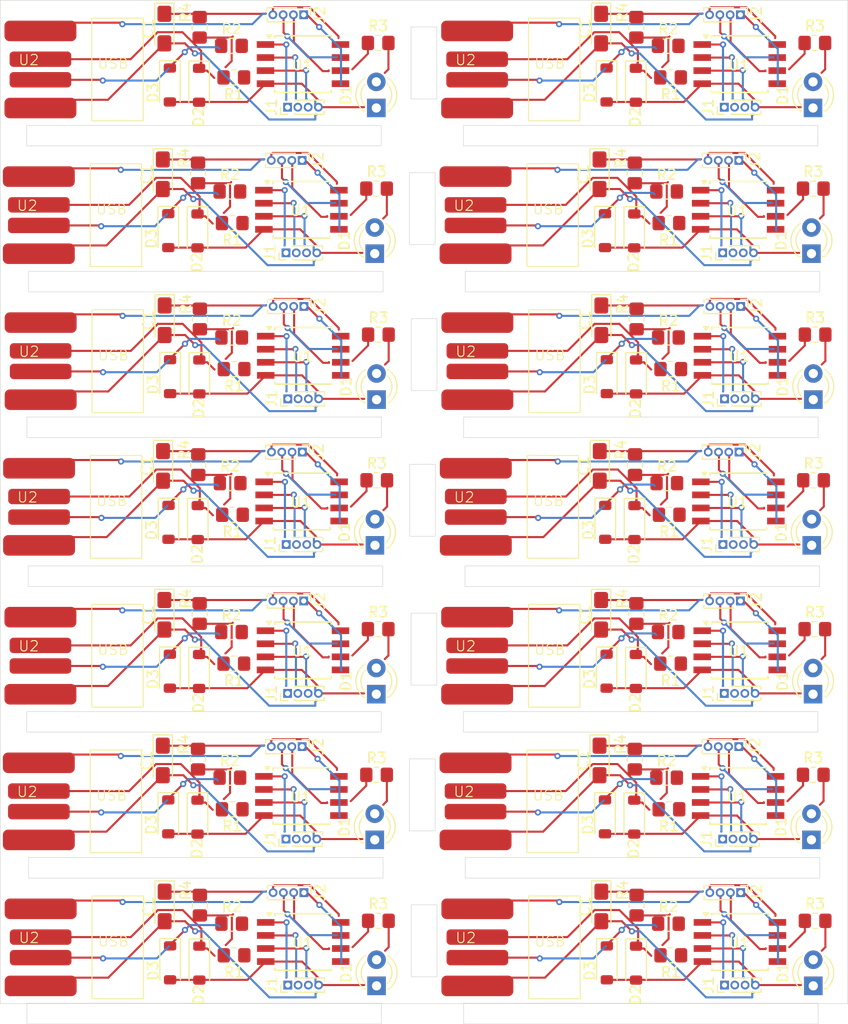
<source format=kicad_pcb>
(kicad_pcb (version 20240108) (generator "pcbnew") (generator_version "8.0")
  (layers (0 "F.Cu" signal) (31 "B.Cu" signal) (34 "B.Paste" user) (35 "F.Paste" user) (36 "B.SilkS" user "B.Silkscreen") (37 "F.SilkS" user "F.Silkscreen") (38 "B.Mask" user) (39 "F.Mask" user) (44 "Edge.Cuts" user))
  (net 0 "")
  (net 1 "+5V")
  (net 2 "GND")
  (net 3 "Net-(D2-K)")
  (net 4 "Net-(D3-K)")
  (net 5 "Net-(J1-Pin_1)")
  (net 6 "Net-(J1-Pin_2)")
  (net 7 "Net-(J1-Pin_3)")
  (net 8 "Net-(J2-Pin_2)")
  (net 9 "Net-(J2-Pin_1)")
  (net 10 "Net-(J2-Pin_3)")
  (net 11 "Net-(D1-A)")
  (footprint "Diode_SMD:D_SOD-123" (layer "F.Cu") (at 139.875 143.5904 -90)
    (property "Reference" "D2")
    (property "Value" "3V6" (hide yes))
  )
  (footprint "Connector_PinHeader_1.00mm:PinHeader_1x04_P1.00mm_Vertical" (layer "F.Cu") (at 191.1392 131.556 90)
    (property "Reference" "J1")
    (property "Value" "Conn_01x04" (hide yes))
  )
  (footprint "Resistor_SMD:R_0805_2012Metric_Pad1.20x1.40mm_HandSolder" (layer "F.Cu") (at 185.7532 85.8064 180)
    (property "Reference" "R1")
    (property "Value" "330R" (hide yes))
  )
  (footprint "Resistor_SMD:R_0805_2012Metric_Pad1.20x1.40mm_HandSolder" (layer "F.Cu") (at 182.6038 95.1326 -90)
    (property "Reference" "R4")
    (property "Value" "1k5" (hide yes))
  )
  (footprint "LED_THT:LED_D3.0mm" (layer "F.Cu") (at 157.2766 131.6322 90)
    (property "Reference" "D1")
    (property "Value" "LED" (hide yes))
  )
  (footprint "Connector_PinHeader_1.00mm:PinHeader_1x04_P1.00mm_Vertical" (layer "F.Cu") (at 190.9842 145.725 90)
    (property "Reference" "J1")
    (property "Value" "Conn_01x04" (hide yes))
  )
  (footprint "Resistor_SMD:R_0805_2012Metric_Pad1.20x1.40mm_HandSolder" (layer "F.Cu") (at 157.3224 110.8256)
    (property "Reference" "R3")
    (property "Value" "68R" (hide yes))
  )
  (footprint "Resistor_SMD:R_0805_2012Metric_Pad1.20x1.40mm_HandSolder" (layer "F.Cu") (at 143.4082 71.6374 180)
    (property "Reference" "R1")
    (property "Value" "330R" (hide yes))
  )
  (footprint "Diode_SMD:D_SOD-123" (layer "F.Cu") (at 182.53 129.4214 -90)
    (property "Reference" "D2")
    (property "Value" "3V6" (hide yes))
  )
  (footprint "Resistor_SMD:R_0805_2012Metric_Pad1.20x1.40mm_HandSolder" (layer "F.Cu") (at 185.9082 128.6604 180)
    (property "Reference" "R1")
    (property "Value" "330R" (hide yes))
  )
  (footprint "aTTINY_library footprint:PCB_USB_connector" (layer "F.Cu") (at 124.5868 70.8662)
    (property "Reference" "U2")
    (property "Value" "~")
  )
  (footprint "Resistor_SMD:R_0805_2012Metric_Pad1.20x1.40mm_HandSolder" (layer "F.Cu") (at 199.7994 139.4766)
    (property "Reference" "R3")
    (property "Value" "68R" (hide yes))
  )
  (footprint "Diode_SMD:D_SOD-123" (layer "F.Cu") (at 182.53 72.3984 -90)
    (property "Reference" "D2")
    (property "Value" "3V6" (hide yes))
  )
  (footprint "LED_THT:LED_D3.0mm" (layer "F.Cu") (at 157.1446 117.1502 90)
    (property "Reference" "D1")
    (property "Value" "LED" (hide yes))
  )
  (footprint "Diode_SMD:D_SOD-123" (layer "F.Cu") (at 182.553 100.7704 -90)
    (property "Reference" "D2")
    (property "Value" "3V6" (hide yes))
  )
  (footprint "LED_THT:LED_D3.0mm" (layer "F.Cu") (at 199.7996 102.9812 90)
    (property "Reference" "D1")
    (property "Value" "LED" (hide yes))
  )
  (footprint "Connector_PinHeader_1.00mm:PinHeader_1x04_P1.00mm_Vertical" (layer "F.Cu") (at 191.1392 74.533 90)
    (property "Reference" "J1")
    (property "Value" "Conn_01x04" (hide yes))
  )
  (footprint "Connector_PinHeader_1.00mm:PinHeader_1x04_P1.00mm_Vertical" (layer "F.Cu") (at 192.5538 79.7104 -90)
    (property "Reference" "J2")
    (property "Value" "Conn_01x04" (hide yes))
  )
  (footprint "Connector_PinHeader_1.00mm:PinHeader_1x04_P1.00mm_Vertical" (layer "F.Cu") (at 148.6392 74.533 90)
    (property "Reference" "J1")
    (property "Value" "Conn_01x04" (hide yes))
  )
  (footprint "Capacitor_Tantalum_SMD:CP_EIA-3216-18_Kemet-A_Pad1.58x1.35mm_HandSolder" (layer "F.Cu") (at 136.6748 95.2596 -90)
    (property "Reference" "C1")
    (property "Value" "100n" (hide yes))
  )
  (footprint "Connector_PinHeader_1.00mm:PinHeader_1x04_P1.00mm_Vertical" (layer "F.Cu") (at 192.7088 122.5644 -90)
    (property "Reference" "J2")
    (property "Value" "Conn_01x04" (hide yes))
  )
  (footprint "Connector_PinHeader_1.00mm:PinHeader_1x04_P1.00mm_Vertical" (layer "F.Cu") (at 150.2318 93.9134 -90)
    (property "Reference" "J2")
    (property "Value" "Conn_01x04" (hide yes))
  )
  (footprint "Resistor_SMD:R_0805_2012Metric_Pad1.20x1.40mm_HandSolder" (layer "F.Cu") (at 157.4774 96.6566)
    (property "Reference" "R3")
    (property "Value" "68R" (hide yes))
  )
  (footprint "Resistor_SMD:R_0805_2012Metric_Pad1.20x1.40mm_HandSolder" (layer "F.Cu") (at 157.2994 139.4766)
    (property "Reference" "R3")
    (property "Value" "68R" (hide yes))
  )
  (footprint "aTTINY_library footprint:PCB_USB_connector" (layer "F.Cu") (at 124.6098 99.2382)
    (property "Reference" "U2")
    (property "Value" "~")
  )
  (footprint "Resistor_SMD:R_0805_2012Metric_Pad1.20x1.40mm_HandSolder" (layer "F.Cu") (at 185.9312 157.0324 180)
    (property "Reference" "R1")
    (property "Value" "330R" (hide yes))
  )
  (footprint "Diode_SMD:D_SOD-123" (layer "F.Cu") (at 179.6852 129.397 -90)
    (property "Reference" "D3")
    (property "Value" "3V6" (hide yes))
  )
  (footprint "Package_SO:SOIC-8W_5.3x5.3mm_P1.27mm" (layer "F.Cu") (at 150.1392 127.365)
    (property "Reference" "U1")
    (property "Value" "ATtiny85-20S" (hide yes))
  )
  (footprint "Resistor_SMD:R_0805_2012Metric_Pad1.20x1.40mm_HandSolder" (layer "F.Cu") (at 143.4082 128.6604 180)
    (property "Reference" "R1")
    (property "Value" "330R" (hide yes))
  )
  (footprint "Connector_PinHeader_1.00mm:PinHeader_1x04_P1.00mm_Vertical" (layer "F.Cu") (at 192.5768 108.0824 -90)
    (property "Reference" "J2")
    (property "Value" "Conn_01x04" (hide yes))
  )
  (footprint "Package_SO:SOIC-8W_5.3x5.3mm_P1.27mm" (layer "F.Cu") (at 192.5072 112.883)
    (property "Reference" "U1")
    (property "Value" "ATtiny85-20S" (hide yes))
  )
  (footprint "aTTINY_library footprint:PCB_USB_connector" (layer "F.Cu") (at 124.4318 85.0352)
    (property "Reference" "U2")
    (property "Value" "~")
  )
  (footprint "Resistor_SMD:R_0805_2012Metric_Pad1.20x1.40mm_HandSolder" (layer "F.Cu") (at 143.0246 139.756)
    (property "Reference" "R2")
    (property "Value" "68R" (hide yes))
  )
  (footprint "Connector_PinHeader_1.00mm:PinHeader_1x04_P1.00mm_Vertical" (layer "F.Cu") (at 191.1622 102.905 90)
    (property "Reference" "J1")
    (property "Value" "Conn_01x04" (hide yes))
  )
  (footprint "Connector_PinHeader_1.00mm:PinHeader_1x04_P1.00mm_Vertical" (layer "F.Cu") (at 191.1622 159.928 90)
    (property "Reference" "J1")
    (property "Value" "Conn_01x04" (hide yes))
  )
  (footprint "Resistor_SMD:R_0805_2012Metric_Pad1.20x1.40mm_HandSolder" (layer "F.Cu") (at 185.6796 68.564)
    (property "Reference" "R2")
    (property "Value" "68R" (hide yes))
  )
  (footprint "Diode_SMD:D_SOD-123" (layer "F.Cu") (at 140.053 157.7934 -90)
    (property "Reference" "D2")
    (property "Value" "3V6" (hide yes))
  )
  (footprint "Connector_PinHeader_1.00mm:PinHeader_1x04_P1.00mm_Vertical" (layer "F.Cu") (at 192.7318 150.9364 -90)
    (property "Reference" "J2")
    (property "Value" "Conn_01x04" (hide yes))
  )
  (footprint "Diode_SMD:D_SOD-123" (layer "F.Cu") (at 182.375 143.5904 -90)
    (property "Reference" "D2")
    (property "Value" "3V6" (hide yes))
  )
  (footprint "Resistor_SMD:R_0805_2012Metric_Pad1.20x1.40mm_HandSolder" (layer "F.Cu") (at 143.1796 68.564)
    (property "Reference" "R2")
    (property "Value" "68R" (hide yes))
  )
  (footprint "Resistor_SMD:R_0805_2012Metric_Pad1.20x1.40mm_HandSolder" (layer "F.Cu") (at 199.7994 82.4536)
    (property "Reference" "R3")
    (property "Value" "68R" (hide yes))
  )
  (footprint "Resistor_SMD:R_0805_2012Metric_Pad1.20x1.40mm_HandSolder" (layer "F.Cu") (at 185.5246 139.756)
    (property "Reference" "R2")
    (property "Value" "68R" (hide yes))
  )
  (footprint "Package_SO:SOIC-8W_5.3x5.3mm_P1.27mm" (layer "F.Cu") (at 192.6622 155.737)
    (property "Reference" "U1")
    (property "Value" "ATtiny85-20S" (hide yes))
  )
  (footprint "Connector_PinHeader_1.00mm:PinHeader_1x04_P1.00mm_Vertical" (layer "F.Cu") (at 148.6392 131.556 90)
    (property "Reference" "J1")
    (property "Value" "Conn_01x04" (hide yes))
  )
  (footprint "Resistor_SMD:R_0805_2012Metric_Pad1.20x1.40mm_HandSolder" (layer "F.Cu") (at 199.9544 125.3076)
    (property "Reference" "R3")
    (property "Value" "68R" (hide yes))
  )
  (footprint "LED_THT:LED_D3.0mm" (layer "F.Cu") (at 199.7766 131.6322 90)
    (property "Reference" "D1")
    (property "Value" "LED" (hide yes))
  )
  (footprint "Diode_SMD:D_SOD-123" (layer "F.Cu") (at 179.6852 72.374 -90)
    (property "Reference" "D3")
    (property "Value" "3V6" (hide yes))
  )
  (footprint "Resistor_SMD:R_0805_2012Metric_Pad1.20x1.40mm_HandSolder" (layer "F.Cu") (at 157.2994 82.4536)
    (property "Reference" "R3")
    (property "Value" "68R" (hide yes))
  )
  (footprint "Resistor_SMD:R_0805_2012Metric_Pad1.20x1.40mm_HandSolder" (layer "F.Cu") (at 182.4488 109.3016 -90)
    (property "Reference" "R4")
    (property "Value" "1k5" (hide yes))
  )
  (footprint "Connector_PinHeader_1.00mm:PinHeader_1x04_P1.00mm_Vertical" (layer "F.Cu") (at 192.5538 136.7334 -90)
    (property "Reference" "J2")
    (property "Value" "Conn_01x04" (hide yes))
  )
  (footprint "Capacitor_Tantalum_SMD:CP_EIA-3216-18_Kemet-A_Pad1.58x1.35mm_HandSolder" (layer "F.Cu") (at 136.4968 138.0796 -90)
    (property "Reference" "C1")
    (property "Value" "100n" (hide yes))
  )
  (footprint "Diode_SMD:D_SOD-123" (layer "F.Cu") (at 137.0302 143.566 -90)
    (property "Reference" "D3")
    (property "Value" "3V6" (hide yes))
  )
  (footprint "aTTINY_library footprint:PCB_USB_connector" (layer "F.Cu") (at 166.9318 85.0352)
    (property "Reference" "U2")
    (property "Value" "~")
  )
  (footprint "Capacitor_Tantalum_SMD:CP_EIA-3216-18_Kemet-A_Pad1.58x1.35mm_HandSolder" (layer "F.Cu") (at 136.6518 66.8876 -90)
    (property "Reference" "C1")
    (property "Value" "100n" (hide yes))
  )
  (footprint "Capacitor_Tantalum_SMD:CP_EIA-3216-18_Kemet-A_Pad1.58x1.35mm_HandSolder" (layer "F.Cu") (at 136.6518 123.9106 -90)
    (property "Reference" "C1")
    (property "Value" "100n" (hide yes))
  )
  (footprint "Resistor_SMD:R_0805_2012Metric_Pad1.20x1.40mm_HandSolder" (layer "F.Cu") (at 143.2026 153.959)
    (property "Reference" "R2")
    (property "Value" "68R" (hide yes))
  )
  (footprint "Diode_SMD:D_SOD-123" (layer "F.Cu") (at 182.553 157.7934 -90)
    (property "Reference" "D2")
    (property "Value" "3V6" (hide yes))
  )
  (footprint "Package_SO:SOIC-8W_5.3x5.3mm_P1.27mm" (layer "F.Cu") (at 192.6622 98.714)
    (property "Reference" "U1")
    (property "Value" "ATtiny85-20S" (hide yes))
  )
  (footprint "Capacitor_Tantalum_SMD:CP_EIA-3216-18_Kemet-A_Pad1.58x1.35mm_HandSolder" (layer "F.Cu") (at 178.9968 81.0566 -90)
    (property "Reference" "C1")
    (property "Value" "100n" (hide yes))
  )
  (footprint "Resistor_SMD:R_0805_2012Metric_Pad1.20x1.40mm_HandSolder" (layer "F.Cu") (at 185.9082 71.6374 180)
    (property "Reference" "R1")
    (property "Value" "330R" (hide yes))
  )
  (footprint "LED_THT:LED_D3.0mm" (layer "F.Cu") (at 199.6216 88.7782 90)
    (property "Reference" "D1")
    (property "Value" "LED" (hide yes))
  )
  (footprint "Diode_SMD:D_SOD-123" (layer "F.Cu") (at 179.5302 143.566 -90)
    (property "Reference" "D3")
    (property "Value" "3V6" (hide yes))
  )
  (footprint "Package_SO:SOIC-8W_5.3x5.3mm_P1.27mm" (layer "F.Cu") (at 150.0072 112.883)
    (property "Reference" "U1")
    (property "Value" "ATtiny85-20S" (hide yes))
  )
  (footprint "Resistor_SMD:R_0805_2012Metric_Pad1.20x1.40mm_HandSolder" (layer "F.Cu") (at 185.6796 125.587)
    (property "Reference" "R2")
    (property "Value" "68R" (hide yes))
  )
  (footprint "Package_SO:SOIC-8W_5.3x5.3mm_P1.27mm" (layer "F.Cu") (at 192.6392 127.365)
    (property "Reference" "U1")
    (property "Value" "ATtiny85-20S" (hide yes))
  )
  (footprint "Diode_SMD:D_SOD-123" (layer "F.Cu") (at 139.875 86.5674 -90)
    (property "Reference" "D2")
    (property "Value" "3V6" (hide yes))
  )
  (footprint "Connector_PinHeader_1.00mm:PinHeader_1x04_P1.00mm_Vertical" (layer "F.Cu") (at 150.2318 150.9364 -90)
    (property "Reference" "J2")
    (property "Value" "Conn_01x04" (hide yes))
  )
  (footprint "Capacitor_Tantalum_SMD:CP_EIA-3216-18_Kemet-A_Pad1.58x1.35mm_HandSolder" (layer "F.Cu") (at 179.1518 123.9106 -90)
    (property "Reference" "C1")
    (property "Value" "100n" (hide yes))
  )
  (footprint "Diode_SMD:D_SOD-123" (layer "F.Cu") (at 179.7082 100.746 -90)
    (property "Reference" "D3")
    (property "Value" "3V6" (hide yes))
  )
  (footprint "Resistor_SMD:R_0805_2012Metric_Pad1.20x1.40mm_HandSolder" (layer "F.Cu") (at 185.7762 114.1784 180)
    (property "Reference" "R1")
    (property "Value" "330R" (hide yes))
  )
  (footprint "Resistor_SMD:R_0805_2012Metric_Pad1.20x1.40mm_HandSolder" (layer "F.Cu") (at 143.2532 85.8064 180)
    (property "Reference" "R1")
    (property "Value" "330R" (hide yes))
  )
  (footprint "LED_THT:LED_D3.0mm" (layer "F.Cu") (at 157.1216 88.7782 90)
    (property "Reference" "D1")
    (property "Value" "LED" (hide yes))
  )
  (footprint "Resistor_SMD:R_0805_2012Metric_Pad1.20x1.40mm_HandSolder" (layer "F.Cu") (at 143.1796 125.587)
    (property "Reference" "R2")
    (property "Value" "68R" (hide yes))
  )
  (footprint "Diode_SMD:D_SOD-123" (layer "F.Cu") (at 137.1852 129.397 -90)
    (property "Reference" "D3")
    (property "Value" "3V6" (hide yes))
  )
  (footprint "Resistor_SMD:R_0805_2012Metric_Pad1.20x1.40mm_HandSolder" (layer "F.Cu") (at 143.0246 82.733)
    (property "Reference" "R2")
    (property "Value" "68R" (hide yes))
  )
  (footprint "Diode_SMD:D_SOD-123" (layer "F.Cu") (at 137.0302 86.543 -90)
    (property "Reference" "D3")
    (property "Value" "3V6" (hide yes))
  )
  (footprint "Diode_SMD:D_SOD-123" (layer "F.Cu") (at 137.1852 72.374 -90)
    (property "Reference" "D3")
    (property "Value" "3V6" (hide yes))
  )
  (footprint "Resistor_SMD:R_0805_2012Metric_Pad1.20x1.40mm_HandSolder" (layer "F.Cu") (at 185.9312 100.0094 180)
    (property "Reference" "R1")
    (property "Value" "330R" (hide yes))
  )
  (footprint "aTTINY_library footprint:PCB_USB_connector" (layer "F.Cu") (at 124.4548 113.4072)
    (property "Reference" "U2")
    (property "Value" "~")
  )
  (footprint "Package_SO:SOIC-8W_5.3x5.3mm_P1.27mm" (layer "F.Cu") (at 192.4842 84.511)
    (property "Reference" "U1")
    (property "Value" "ATtiny85-20S" (hide yes))
  )
  (footprint "Capacitor_Tantalum_SMD:CP_EIA-3216-18_Kemet-A_Pad1.58x1.35mm_HandSolder" (layer "F.Cu") (at 179.0198 109.4286 -90)
    (property "Reference" "C1")
    (property "Value" "100n" (hide yes))
  )
  (footprint "Diode_SMD:D_SOD-123" (layer "F.Cu") (at 140.03 72.3984 -90)
    (property "Reference" "D2")
    (property "Value" "3V6" (hide yes))
  )
  (footprint "Resistor_SMD:R_0805_2012Metric_Pad1.20x1.40mm_HandSolder" (layer "F.Cu") (at 182.5808 66.7606 -90)
    (property "Reference" "R4")
    (property "Value" "1k5" (hide yes))
  )
  (footprint "Diode_SMD:D_SOD-123" (layer "F.Cu") (at 137.2082 100.746 -90)
    (property "Reference" "D3")
    (property "Value" "3V6" (hide yes))
  )
  (footprint "Package_SO:SOIC-8W_5.3x5.3mm_P1.27mm" (layer "F.Cu") (at 149.9842 84.511)
    (property "Reference" "U1")
    (property "Value" "ATtiny85-20S" (hide yes))
  )
  (footprint "Connector_PinHeader_1.00mm:PinHeader_1x04_P1.00mm_Vertical" (layer "F.Cu") (at 150.2088 65.5414 -90)
    (property "Reference" "J2")
    (property "Value" "Conn_01x04" (hide yes))
  )
  (footprint "Connector_PinHeader_1.00mm:PinHeader_1x04_P1.00mm_Vertical" (layer "F.Cu") (at 148.4842 88.702 90)
    (property "Reference" "J1")
    (property "Value" "Conn_01x04" (hide yes))
  )
  (footprint "Resistor_SMD:R_0805_2012Metric_Pad1.20x1.40mm_HandSolder" (layer "F.Cu") (at 157.4544 68.2846)
    (property "Reference" "R3")
    (property "Value" "68R" (hide yes))
  )
  (footprint "Diode_SMD:D_SOD-123" (layer "F.Cu") (at 139.898 114.9394 -90)
    (property "Reference" "D2")
    (property "Value" "3V6" (hide yes))
  )
  (footprint "Resistor_SMD:R_0805_2012Metric_Pad1.20x1.40mm_HandSolder" (layer "F.Cu") (at 143.0476 111.105)
    (property "Reference" "R2")
    (property "Value" "68R" (hide yes))
  )
  (footprint "Diode_SMD:D_SOD-123" (layer "F.Cu") (at 179.5532 114.915 -90)
    (property "Reference" "D3")
    (property "Value" "3V6" (hide yes))
  )
  (footprint "Capacitor_Tantalum_SMD:CP_EIA-3216-18_Kemet-A_Pad1.58x1.35mm_HandSolder" (layer "F.Cu") (at 178.9968 138.0796 -90)
    (property "Reference" "C1")
    (property "Value" "100n" (hide yes))
  )
  (footprint "LED_THT:LED_D3.0mm" (layer "F.Cu") (at 157.1216 145.8012 90)
    (property "Reference" "D1")
    (property "Value" "LED" (hide yes))
  )
  (footprint "Resistor_SMD:R_0805_2012Metric_Pad1.20x1.40mm_HandSolder" (layer "F.Cu") (at 182.6038 152.1556 -90)
    (property "Reference" "R4")
    (property "Value" "1k5" (hide yes))
  )
  (footprint "Resistor_SMD:R_0805_2012Metric_Pad1.20x1.40mm_HandSolder" (layer "F.Cu") (at 139.9258 80.9296 -90)
    (property "Reference" "R4")
    (property "Value" "1k5" (hide yes))
  )
  (footprint "aTTINY_library footprint:PCB_USB_connector" (layer "F.Cu") (at 167.1098 156.2612)
    (property "Reference" "U2")
    (property "Value" "~")
  )
  (footprint "aTTINY_library footprint:PCB_USB_connector" (layer "F.Cu") (at 167.1098 99.2382)
    (property "Reference" "U2")
    (property "Value" "~")
  )
  (footprint "Diode_SMD:D_SOD-123" (layer "F.Cu") (at 140.053 100.7704 -90)
    (property "Reference" "D2")
    (property "Value" "3V6" (hide yes))
  )
  (footprint "LED_THT:LED_D3.0mm" (layer "F.Cu") (at 157.2996 160.0042 90)
    (property "Reference" "D1")
    (property "Value" "LED" (hide yes))
  )
  (footprint "Resistor_SMD:R_0805_2012Metric_Pad1.20x1.40mm_HandSolder" (layer "F.Cu") (at 185.5476 111.105)
    (property "Reference" "R2")
    (property "Value" "68R" (hide yes))
  )
  (footprint "LED_THT:LED_D3.0mm" (layer "F.Cu") (at 199.7766 74.6092 90)
    (property "Reference" "D1")
    (property "Value" "LED" (hide yes))
  )
  (footprint "aTTINY_library footprint:PCB_USB_connector" (layer "F.Cu") (at 166.9548 113.4072)
    (property "Reference" "U2")
    (property "Value" "~")
  )
  (footprint "Connector_PinHeader_1.00mm:PinHeader_1x04_P1.00mm_Vertical" (layer "F.Cu") (at 148.6622 159.928 90)
    (property "Reference" "J1")
    (property "Value" "Conn_01x04" (hide yes))
  )
  (footprint "Package_SO:SOIC-8W_5.3x5.3mm_P1.27mm" (layer "F.Cu") (at 150.1622 155.737)
    (property "Reference" "U1")
    (property "Value" "ATtiny85-20S" (hide yes))
  )
  (footprint "Connector_PinHeader_1.00mm:PinHeader_1x04_P1.00mm_Vertical" (layer "F.Cu") (at 148.6622 102.905 90)
    (property "Reference" "J1")
    (property "Value" "Conn_01x04" (hide yes))
  )
  (footprint "aTTINY_library footprint:PCB_USB_connector" (layer "F.Cu") (at 167.0868 70.8662)
    (property "Reference" "U2")
    (property "Value" "~")
  )
  (footprint "Resistor_SMD:R_0805_2012Metric_Pad1.20x1.40mm_HandSolder" (layer "F.Cu") (at 182.4258 80.9296 -90)
    (property "Reference" "R4")
    (property "Value" "1k5" (hide yes))
  )
  (footprint "Resistor_SMD:R_0805_2012Metric_Pad1.20x1.40mm_HandSolder" (layer "F.Cu") (at 199.9544 68.2846)
    (property "Reference" "R3")
    (property "Value" "68R" (hide yes))
  )
  (footprint "Diode_SMD:D_SOD-123" (layer "F.Cu") (at 179.7082 157.769 -90)
    (property "Reference" "D3")
    (property "Value" "3V6" (hide yes))
  )
  (footprint "aTTINY_library footprint:PCB_USB_connector" (layer "F.Cu") (at 166.9318 142.0582)
    (property "Reference" "U2")
    (property "Value" "~")
  )
  (footprint "Capacitor_Tantalum_SMD:CP_EIA-3216-18_Kemet-A_Pad1.58x1.35mm_HandSolder" (layer "F.Cu") (at 179.1518 66.8876 -90)
    (property "Reference" "C1")
    (property "Value" "100n" (hide yes))
  )
  (footprint "Connector_PinHeader_1.00mm:PinHeader_1x04_P1.00mm_Vertical" (layer "F.Cu") (at 192.7318 93.9134 -90)
    (property "Reference" "J2")
    (property "Value" "Conn_01x04" (hide yes))
  )
  (footprint "Resistor_SMD:R_0805_2012Metric_Pad1.20x1.40mm_HandSolder" (layer "F.Cu") (at 157.4774 153.6796)
    (property "Reference" "R3")
    (property "Value" "68R" (hide yes))
  )
  (footprint "aTTINY_library footprint:PCB_USB_connector" (layer "F.Cu") (at 124.4318 142.0582)
    (property "Reference" "U2")
    (property "Value" "~")
  )
  (footprint "Capacitor_Tantalum_SMD:CP_EIA-3216-18_Kemet-A_Pad1.58x1.35mm_HandSolder" (layer "F.Cu") (at 136.5198 109.4286 -90)
    (property "Reference" "C1")
    (property "Value" "100n" (hide yes))
  )
  (footprint "Resistor_SMD:R_0805_2012Metric_Pad1.20x1.40mm_HandSolder" (layer "F.Cu") (at 185.7026 153.959)
    (property "Reference" "R2")
    (property "Value" "68R" (hide yes))
  )
  (footprint "Package_SO:SOIC-8W_5.3x5.3mm_P1.27mm" (layer "F.Cu") (at 192.6392 70.342)
    (property "Reference" "U1")
    (property "Value" "ATtiny85-20S" (hide yes))
  )
  (footprint "Capacitor_Tantalum_SMD:CP_EIA-3216-18_Kemet-A_Pad1.58x1.35mm_HandSolder" (layer "F.Cu") (at 179.1748 95.2596 -90)
    (property "Reference" "C1")
    (property "Value" "100n" (hide yes))
  )
  (footprint "LED_THT:LED_D3.0mm" (layer "F.Cu") (at 199.6216 145.8012 90)
    (property "Reference" "D1")
    (property "Value" "LED" (hide yes))
  )
  (footprint "Resistor_SMD:R_0805_2012Metric_Pad1.20x1.40mm_HandSolder" (layer "F.Cu") (at 143.4312 100.0094 180)
    (property "Reference" "R1")
    (property "Value" "330R" (hide yes))
  )
  (footprint "Connector_PinHeader_1.00mm:PinHeader_1x04_P1.00mm_Vertical" (layer "F.Cu") (at 148.4842 145.725 90)
    (property "Reference" "J1")
    (property "Value" "Conn_01x04" (hide yes))
  )
  (footprint "Diode_SMD:D_SOD-123" (layer "F.Cu") (at 140.03 129.4214 -90)
    (property "Reference" "D2")
    (property "Value" "3V6" (hide yes))
  )
  (footprint "Package_SO:SOIC-8W_5.3x5.3mm_P1.27mm" (layer "F.Cu") (at 149.9842 141.534)
    (property "Reference" "U1")
    (property "Value" "ATtiny85-20S" (hide yes))
  )
  (footprint "Resistor_SMD:R_0805_2012Metric_Pad1.20x1.40mm_HandSolder" (layer "F.Cu") (at 140.0808 123.7836 -90)
    (property "Reference" "R4")
    (property "Value" "1k5" (hide yes))
  )
  (footprint "Resistor_SMD:R_0805_2012Metric_Pad1.20x1.40mm_HandSolder" (layer "F.Cu") (at 157.4544 125.3076)
    (property "Reference" "R3")
    (property "Value" "68R" (hide yes))
  )
  (footprint "LED_THT:LED_D3.0mm" (layer "F.Cu") (at 199.7996 160.0042 90)
    (property "Reference" "D1")
    (property "Value" "LED" (hide yes))
  )
  (footprint "LED_THT:LED_D3.0mm" (layer "F.Cu") (at 157.2996 102.9812 90)
    (property "Reference" "D1")
    (property "Value" "LED" (hide yes))
  )
  (footprint "Connector_PinHeader_1.00mm:PinHeader_1x04_P1.00mm_Vertical" (layer "F.Cu") (at 150.2088 122.5644 -90)
    (property "Reference" "J2")
    (property "Value" "Conn_01x04" (hide yes))
  )
  (footprint "Diode_SMD:D_SOD-123" (layer "F.Cu") (at 179.5302 86.543 -90)
    (property "Reference" "D3")
    (property "Value" "3V6" (hide yes))
  )
  (footprint "Resistor_SMD:R_0805_2012Metric_Pad1.20x1.40mm_HandSolder" (layer "F.Cu") (at 199.8224 110.8256)
    (property "Reference" "R3")
    (property "Value" "68R" (hide yes))
  )
  (footprint "Resistor_SMD:R_0805_2012Metric_Pad1.20x1.40mm_HandSolder" (layer "F.Cu") (at 182.4258 137.9526 -90)
    (property "Reference" "R4")
    (property "Value" "1k5" (hide yes))
  )
  (footprint "LED_THT:LED_D3.0mm" (layer "F.Cu") (at 199.6446 117.1502 90)
    (property "Reference" "D1")
    (property "Value" "LED" (hide yes))
  )
  (footprint "Connector_PinHeader_1.00mm:PinHeader_1x04_P1.00mm_Vertical" (layer "F.Cu") (at 148.5072 117.074 90)
    (property "Reference" "J1")
    (property "Value" "Conn_01x04" (hide yes))
  )
  (footprint "Resistor_SMD:R_0805_2012Metric_Pad1.20x1.40mm_HandSolder" (layer "F.Cu") (at 185.7026 96.936)
    (property "Reference" "R2")
    (property "Value" "68R" (hide yes))
  )
  (footprint "Resistor_SMD:R_0805_2012Metric_Pad1.20x1.40mm_HandSolder" (layer "F.Cu") (at 199.9774 96.6566)
    (property "Reference" "R3")
    (property "Value" "68R" (hide yes))
  )
  (footprint "Diode_SMD:D_SOD-123" (layer "F.Cu") (at 137.2082 157.769 -90)
    (property "Reference" "D3")
    (property "Value" "3V6" (hide yes))
  )
  (footprint "Resistor_SMD:R_0805_2012Metric_Pad1.20x1.40mm_HandSolder" (layer "F.Cu") (at 143.2532 142.8294 180)
    (property "Reference" "R1")
    (property "Value" "330R" (hide yes))
  )
  (footprint "Diode_SMD:D_SOD-123" (layer "F.Cu") (at 137.0532 114.915 -90)
    (property "Reference" "D3")
    (property "Value" "3V6" (hide yes))
  )
  (footprint "Resistor_SMD:R_0805_2012Metric_Pad1.20x1.40mm_HandSolder" (layer "F.Cu") (at 143.2762 114.1784 180)
    (property "Reference" "R1")
    (property "Value" "330R" (hide yes))
  )
  (footprint "Package_SO:SOIC-8W_5.3x5.3mm_P1.27mm" (layer "F.Cu") (at 150.1622 98.714)
    (property "Reference" "U1")
    (property "Value" "ATtiny85-20S" (hide yes))
  )
  (footprint "Connector_PinHeader_1.00mm:PinHeader_1x04_P1.00mm_Vertical" (layer "F.Cu") (at 150.0538 136.7334 -90)
    (property "Reference" "J2")
    (property "Value" "Conn_01x04" (hide yes))
  )
  (footprint "aTTINY_library footprint:PCB_USB_connector" (layer "F.Cu") (at 124.5868 127.8892)
    (property "Reference" "U2")
    (property "Value" "~")
  )
  (footprint "Resistor_SMD:R_0805_2012Metric_Pad1.20x1.40mm_HandSolder" (layer "F.Cu") (at 143.2026 96.936)
    (property "Reference" "R2")
    (property "Value" "68R" (hide yes))
  )
  (footprint "Capacitor_Tantalum_SMD:CP_EIA-3216-18_Kemet-A_Pad1.58x1.35mm_HandSolder" (layer "F.Cu") (at 136.6748 152.2826 -90)
    (property "Reference" "C1")
    (property "Value" "100n" (hide yes))
  )
  (footprint "Resistor_SMD:R_0805_2012Metric_Pad1.20x1.40mm_HandSolder" (layer "F.Cu") (at 143.4312 157.0324 180)
    (property "Reference" "R1")
    (property "Value" "330R" (hide yes))
  )
  (footprint "Resistor_SMD:R_0805_2012Metric_Pad1.20x1.40mm_HandSolder" (layer "F.Cu") (at 140.1038 152.1556 -90)
    (property "Reference" "R4")
    (property "Value" "1k5" (hide yes))
  )
  (footprint "Capacitor_Tantalum_SMD:CP_EIA-3216-18_Kemet-A_Pad1.58x1.35mm_HandSolder" (layer "F.Cu") (at 136.4968 81.0566 -90)
    (property "Reference" "C1")
    (property "Value" "100n" (hide yes))
  )
  (footprint "Connector_PinHeader_1.00mm:PinHeader_1x04_P1.00mm_Vertical" (layer "F.Cu") (at 150.0538 79.7104 -90)
    (property "Reference" "J2")
    (property "Value" "Conn_01x04" (hide yes))
  )
  (footprint "aTTINY_library footprint:PCB_USB_connector" (layer "F.Cu") (at 167.0868 127.8892)
    (property "Reference" "U2")
    (property "Value" "~")
  )
  (footprint "Resistor_SMD:R_0805_2012Metric_Pad1.20x1.40mm_HandSolder" (layer "F.Cu") (at 185.7532 142.8294 180)
    (property "Reference" "R1")
    (property "Value" "330R" (hide yes))
  )
  (footprint "Package_SO:SOIC-8W_5.3x5.3mm_P1.27mm" (layer "F.Cu") (at 150.1392 70.342)
    (property "Reference" "U1")
    (property "Value" "ATtiny85-20S" (hide yes))
  )
  (footprint "LED_THT:LED_D3.0mm" (layer "F.Cu") (at 157.2766 74.6092 90)
    (property "Reference" "D1")
    (property "Value" "LED" (hide yes))
  )
  (footprint "Resistor_SMD:R_0805_2012Metric_Pad1.20x1.40mm_HandSolder" (layer "F.Cu") (at 139.9488 109.3016 -90)
    (property "Reference" "R4")
    (property "Value" "1k5" (hide yes))
  )
  (footprint "Package_SO:SOIC-8W_5.3x5.3mm_P1.27mm" (layer "F.Cu") (at 192.4842 141.534)
    (property "Reference" "U1")
    (property "Value" "ATtiny85-20S" (hide yes))
  )
  (footprint "Connector_PinHeader_1.00mm:PinHeader_1x04_P1.00mm_Vertical" (layer "F.Cu") (at 150.0768 108.0824 -90)
    (property "Reference" "J2")
    (property "Value" "Conn_01x04" (hide yes))
  )
  (footprint "Connector_PinHeader_1.00mm:PinHeader_1x04_P1.00mm_Vertical" (layer "F.Cu") (at 192.7088 65.5414 -90)
    (property "Reference" "J2")
    (property "Value" "Conn_01x04" (hide yes))
  )
  (footprint "Resistor_SMD:R_0805_2012Metric_Pad1.20x1.40mm_HandSolder" (layer "F.Cu") (at 199.9774 153.6796)
    (property "Reference" "R3")
    (property "Value" "68R" (hide yes))
  )
  (footprint "Resistor_SMD:R_0805_2012Metric_Pad1.20x1.40mm_HandSolder" (layer "F.Cu") (at 185.5246 82.733)
    (property "Reference" "R2")
    (property "Value" "68R" (hide yes))
  )
  (footprint "Resistor_SMD:R_0805_2012Metric_Pad1.20x1.40mm_HandSolder" (layer "F.Cu") (at 140.1038 95.1326 -90)
    (property "Reference" "R4")
    (property "Value" "1k5" (hide yes))
  )
  (footprint "Resistor_SMD:R_0805_2012Metric_Pad1.20x1.40mm_HandSolder" (layer "F.Cu") (at 140.0808 66.7606 -90)
    (property "Reference" "R4")
    (property "Value" "1k5" (hide yes))
  )
  (footprint "Diode_SMD:D_SOD-123" (layer "F.Cu") (at 182.398 114.9394 -90)
    (property "Reference" "D2")
    (property "Value" "3V6" (hide yes))
  )
  (footprint "Resistor_SMD:R_0805_2012Metric_Pad1.20x1.40mm_HandSolder" (layer "F.Cu") (at 182.5808 123.7836 -90)
    (property "Reference" "R4")
    (property "Value" "1k5" (hide yes))
  )
  (footprint "Connector_PinHeader_1.00mm:PinHeader_1x04_P1.00mm_Vertical" (layer "F.Cu") (at 191.0072 117.074 90)
    (property "Reference" "J1")
    (property "Value" "Conn_01x04" (hide yes))
  )
  (footprint "aTTINY_library footprint:PCB_USB_connector" (layer "F.Cu") (at 124.6098 156.2612)
    (property "Reference" "U2")
    (property "Value" "~")
  )
  (footprint "Connector_PinHeader_1.00mm:PinHeader_1x04_P1.00mm_Vertical" (layer "F.Cu") (at 190.9842 88.702 90)
    (property "Reference" "J1")
    (property "Value" "Conn_01x04" (hide yes))
  )
  (footprint "Capacitor_Tantalum_SMD:CP_EIA-3216-18_Kemet-A_Pad1.58x1.35mm_HandSolder" (layer "F.Cu") (at 179.1748 152.2826 -90)
    (property "Reference" "C1")
    (property "Value" "100n" (hide yes))
  )
  (footprint "Diode_SMD:D_SOD-123" (layer "F.Cu") (at 182.375 86.5674 -90)
    (property "Reference" "D2")
    (property "Value" "3V6" (hide yes))
  )
  (footprint "Resistor_SMD:R_0805_2012Metric_Pad1.20x1.40mm_HandSolder" (layer "F.Cu") (at 139.9258 137.9526 -90)
    (property "Reference" "R4")
    (property "Value" "1k5" (hide yes))
  )
  (gr_rect (start 160.523 109.272) (end 163.023 116.272) (stroke (width 0.05)) (fill none) (layer "Edge.Cuts"))
  (gr_rect (start 165.773 161.695) (end 200.273 163.695) (stroke (width 0.05)) (fill none) (layer "Edge.Cuts"))
  (gr_rect (start 123.273 161.695) (end 157.773 163.695) (stroke (width 0.05)) (fill none) (layer "Edge.Cuts"))
  (gr_rect (start 123.25 133.323) (end 157.75 135.323) (stroke (width 0.05)) (fill none) (layer "Edge.Cuts"))
  (gr_rect (start 123.428 147.526) (end 157.928 149.526) (stroke (width 0.05)) (fill none) (layer "Edge.Cuts"))
  (gr_rect (start 123.405 119.154) (end 157.905 121.154) (stroke (width 0.05)) (fill none) (layer "Edge.Cuts"))
  (gr_rect (start 165.75 133.323) (end 200.25 135.323) (stroke (width 0.05)) (fill none) (layer "Edge.Cuts"))
  (gr_rect (start 160.655 66.731) (end 163.155 73.731) (stroke (width 0.05)) (fill none) (layer "Edge.Cuts"))
  (gr_rect (start 160.5 80.9) (end 163 87.9) (stroke (width 0.05)) (fill none) (layer "Edge.Cuts"))
  (gr_rect (start 160.5 137.923) (end 163 144.923) (stroke (width 0.05)) (fill none) (layer "Edge.Cuts"))
  (gr_rect (start 120.678 64.131) (end 203.155 161.726) (stroke (width 0.05)) (fill none) (layer "Edge.Cuts"))
  (gr_rect (start 160.655 123.754) (end 163.155 130.754) (stroke (width 0.05)) (fill none) (layer "Edge.Cuts"))
  (gr_rect (start 123.25 76.3) (end 157.75 78.3) (stroke (width 0.05)) (fill none) (layer "Edge.Cuts"))
  (gr_rect (start 165.905 119.154) (end 200.405 121.154) (stroke (width 0.05)) (fill none) (layer "Edge.Cuts"))
  (gr_rect (start 160.678 95.103) (end 163.178 102.103) (stroke (width 0.05)) (fill none) (layer "Edge.Cuts"))
  (gr_rect (start 160.678 152.126) (end 163.178 159.126) (stroke (width 0.05)) (fill none) (layer "Edge.Cuts"))
  (gr_rect (start 165.773 104.672) (end 200.273 106.672) (stroke (width 0.05)) (fill none) (layer "Edge.Cuts"))
  (gr_rect (start 165.928 90.503) (end 200.428 92.503) (stroke (width 0.05)) (fill none) (layer "Edge.Cuts"))
  (gr_rect (start 165.928 147.526) (end 200.428 149.526) (stroke (width 0.05)) (fill none) (layer "Edge.Cuts"))
  (gr_rect (start 165.75 76.3) (end 200.25 78.3) (stroke (width 0.05)) (fill none) (layer "Edge.Cuts"))
  (gr_rect (start 123.428 90.503) (end 157.928 92.503) (stroke (width 0.05)) (fill none) (layer "Edge.Cuts"))
  (gr_rect (start 123.273 104.672) (end 157.773 106.672) (stroke (width 0.05)) (fill none) (layer "Edge.Cuts"))
  (segment (start 136.4968 136.6421) (end 146.3345 136.6421) (width 0.2) (layer "F.Cu") (net 1))
  (segment (start 167.2662 66.3126) (end 174.9192 66.3126) (width 0.2) (layer "F.Cu") (net 1))
  (segment (start 174.9422 94.6846) (end 175.0854 94.8278) (width 0.2) (layer "F.Cu") (net 1))
  (segment (start 188.9895 122.4731) (end 189.0252 122.4374) (width 0.2) (layer "F.Cu") (net 1))
  (segment (start 124.7892 151.7076) (end 132.4422 151.7076) (width 0.2) (layer "F.Cu") (net 1))
  (segment (start 132.4422 151.7076) (end 132.5854 151.8508) (width 0.2) (layer "F.Cu") (net 1))
  (segment (start 124.7892 94.6846) (end 132.4422 94.6846) (width 0.2) (layer "F.Cu") (net 1))
  (segment (start 174.7642 80.4816) (end 174.9074 80.6248) (width 0.2) (layer "F.Cu") (net 1))
  (segment (start 179.1748 150.8451) (end 189.0125 150.8451) (width 0.2) (layer "F.Cu") (net 1))
  (segment (start 136.6748 93.8221) (end 146.5125 93.8221) (width 0.2) (layer "F.Cu") (net 1))
  (segment (start 167.1112 80.4816) (end 174.7642 80.4816) (width 0.2) (layer "F.Cu") (net 1))
  (segment (start 124.7662 123.3356) (end 132.4192 123.3356) (width 0.2) (layer "F.Cu") (net 1))
  (segment (start 189.0125 93.8221) (end 189.0482 93.7864) (width 0.2) (layer "F.Cu") (net 1))
  (segment (start 132.2642 137.5046) (end 132.4074 137.6478) (width 0.2) (layer "F.Cu") (net 1))
  (segment (start 151.6622 102.905) (end 156.0996 102.905) (width 0.2) (layer "F.Cu") (net 1))
  (segment (start 146.3345 136.6421) (end 146.3702 136.6064) (width 0.2) (layer "F.Cu") (net 1))
  (segment (start 179.1748 93.8221) (end 189.0125 93.8221) (width 0.2) (layer "F.Cu") (net 1))
  (segment (start 179.1518 65.4501) (end 188.9895 65.4501) (width 0.2) (layer "F.Cu") (net 1))
  (segment (start 179.0198 107.9911) (end 188.8575 107.9911) (width 0.2) (layer "F.Cu") (net 1))
  (segment (start 188.9895 65.4501) (end 189.0252 65.4144) (width 0.2) (layer "F.Cu") (net 1))
  (segment (start 146.5125 150.8451) (end 146.5482 150.8094) (width 0.2) (layer "F.Cu") (net 1))
  (segment (start 167.2892 94.6846) (end 174.9422 94.6846) (width 0.2) (layer "F.Cu") (net 1))
  (segment (start 132.4192 123.3356) (end 132.5624 123.4788) (width 0.2) (layer "F.Cu") (net 1))
  (segment (start 194.1392 74.533) (end 198.5766 74.533) (width 0.2) (layer "F.Cu") (net 1))
  (segment (start 178.9968 136.6421) (end 188.8345 136.6421) (width 0.2) (layer "F.Cu") (net 1))
  (segment (start 174.7642 137.5046) (end 174.9074 137.6478) (width 0.2) (layer "F.Cu") (net 1))
  (segment (start 146.3575 107.9911) (end 146.3932 107.9554) (width 0.2) (layer "F.Cu") (net 1))
  (segment (start 174.9192 66.3126) (end 175.0624 66.4558) (width 0.2) (layer "F.Cu") (net 1))
  (segment (start 151.5072 117.074) (end 155.9446 117.074) (width 0.2) (layer "F.Cu") (net 1))
  (segment (start 174.7872 108.8536) (end 174.9304 108.9968) (width 0.2) (layer "F.Cu") (net 1))
  (segment (start 167.2662 123.3356) (end 174.9192 123.3356) (width 0.2) (layer "F.Cu") (net 1))
  (segment (start 136.5198 107.9911) (end 146.3575 107.9911) (width 0.2) (layer "F.Cu") (net 1))
  (segment (start 174.9192 123.3356) (end 175.0624 123.4788) (width 0.2) (layer "F.Cu") (net 1))
  (segment (start 132.2642 80.4816) (end 132.4074 80.6248) (width 0.2) (layer "F.Cu") (net 1))
  (segment (start 188.8345 79.6191) (end 188.8702 79.5834) (width 0.2) (layer "F.Cu") (net 1))
  (segment (start 189.0125 150.8451) (end 189.0482 150.8094) (width 0.2) (layer "F.Cu") (net 1))
  (segment (start 151.6392 131.556) (end 156.0766 131.556) (width 0.2) (layer "F.Cu") (net 1))
  (segment (start 124.6112 80.4816) (end 132.2642 80.4816) (width 0.2) (layer "F.Cu") (net 1))
  (segment (start 136.4968 79.6191) (end 146.3345 79.6191) (width 0.2) (layer "F.Cu") (net 1))
  (segment (start 151.4842 88.702) (end 155.9216 88.702) (width 0.2) (layer "F.Cu") (net 1))
  (segment (start 132.4192 66.3126) (end 132.5624 66.4558) (width 0.2) (layer "F.Cu") (net 1))
  (segment (start 136.6518 122.4731) (end 146.4895 122.4731) (width 0.2) (layer "F.Cu") (net 1))
  (segment (start 193.9842 145.725) (end 198.4216 145.725) (width 0.2) (layer "F.Cu") (net 1))
  (segment (start 167.1342 108.8536) (end 174.7872 108.8536) (width 0.2) (layer "F.Cu") (net 1))
  (segment (start 194.1622 102.905) (end 198.5996 102.905) (width 0.2) (layer "F.Cu") (net 1))
  (segment (start 167.2892 151.7076) (end 174.9422 151.7076) (width 0.2) (layer "F.Cu") (net 1))
  (segment (start 188.8575 107.9911) (end 188.8932 107.9554) (width 0.2) (layer "F.Cu") (net 1))
  (segment (start 146.5125 93.8221) (end 146.5482 93.7864) (width 0.2) (layer "F.Cu") (net 1))
  (segment (start 188.8345 136.6421) (end 188.8702 136.6064) (width 0.2) (layer "F.Cu") (net 1))
  (segment (start 174.9422 151.7076) (end 175.0854 151.8508) (width 0.2) (layer "F.Cu") (net 1))
  (segment (start 146.3345 79.6191) (end 146.3702 79.5834) (width 0.2) (layer "F.Cu") (net 1))
  (segment (start 146.4895 65.4501) (end 146.5252 65.4144) (width 0.2) (layer "F.Cu") (net 1))
  (segment (start 194.1392 131.556) (end 198.5766 131.556) (width 0.2) (layer "F.Cu") (net 1))
  (segment (start 167.1112 137.5046) (end 174.7642 137.5046) (width 0.2) (layer "F.Cu") (net 1))
  (segment (start 193.9842 88.702) (end 198.4216 88.702) (width 0.2) (layer "F.Cu") (net 1))
  (segment (start 124.6112 137.5046) (end 132.2642 137.5046) (width 0.2) (layer "F.Cu") (net 1))
  (segment (start 124.6342 108.8536) (end 132.2872 108.8536) (width 0.2) (layer "F.Cu") (net 1))
  (segment (start 136.6518 65.4501) (end 146.4895 65.4501) (width 0.2) (layer "F.Cu") (net 1))
  (segment (start 124.7662 66.3126) (end 132.4192 66.3126) (width 0.2) (layer "F.Cu") (net 1))
  (segment (start 178.9968 79.6191) (end 188.8345 79.6191) (width 0.2) (layer "F.Cu") (net 1))
  (segment (start 151.6622 159.928) (end 156.0996 159.928) (width 0.2) (layer "F.Cu") (net 1))
  (segment (start 136.6748 150.8451) (end 146.5125 150.8451) (width 0.2) (layer "F.Cu") (net 1))
  (segment (start 151.6392 74.533) (end 156.0766 74.533) (width 0.2) (layer "F.Cu") (net 1))
  (segment (start 179.1518 122.4731) (end 188.9895 122.4731) (width 0.2) (layer "F.Cu") (net 1))
  (segment (start 194.1622 159.928) (end 198.5996 159.928) (width 0.2) (layer "F.Cu") (net 1))
  (segment (start 194.0072 117.074) (end 198.4446 117.074) (width 0.2) (layer "F.Cu") (net 1))
  (segment (start 146.4895 122.4731) (end 146.5252 122.4374) (width 0.2) (layer "F.Cu") (net 1))
  (segment (start 132.2872 108.8536) (end 132.4304 108.9968) (width 0.2) (layer "F.Cu") (net 1))
  (segment (start 132.4422 94.6846) (end 132.5854 94.8278) (width 0.2) (layer "F.Cu") (net 1))
  (segment (start 151.4842 145.725) (end 155.9216 145.725) (width 0.2) (layer "F.Cu") (net 1))
  (via (at 132.4074 80.6248) (size 0.6) (drill 0.3) (layers "F.Cu" "B.Cu") (net 1))
  (via (at 175.0624 66.4558) (size 0.6) (drill 0.3) (layers "F.Cu" "B.Cu") (net 1))
  (via (at 174.9304 108.9968) (size 0.6) (drill 0.3) (layers "F.Cu" "B.Cu") (net 1))
  (via (at 175.0854 151.8508) (size 0.6) (drill 0.3) (layers "F.Cu" "B.Cu") (net 1))
  (via (at 174.9074 137.6478) (size 0.6) (drill 0.3) (layers "F.Cu" "B.Cu") (net 1))
  (via (at 132.5624 123.4788) (size 0.6) (drill 0.3) (layers "F.Cu" "B.Cu") (net 1))
  (via (at 175.0624 123.4788) (size 0.6) (drill 0.3) (layers "F.Cu" "B.Cu") (net 1))
  (via (at 175.0854 94.8278) (size 0.6) (drill 0.3) (layers "F.Cu" "B.Cu") (net 1))
  (via (at 132.5624 66.4558) (size 0.6) (drill 0.3) (layers "F.Cu" "B.Cu") (net 1))
  (via (at 132.4304 108.9968) (size 0.6) (drill 0.3) (layers "F.Cu" "B.Cu") (net 1))
  (via (at 132.5854 151.8508) (size 0.6) (drill 0.3) (layers "F.Cu" "B.Cu") (net 1))
  (via (at 174.9074 80.6248) (size 0.6) (drill 0.3) (layers "F.Cu" "B.Cu") (net 1))
  (via (at 132.5854 94.8278) (size 0.6) (drill 0.3) (layers "F.Cu" "B.Cu") (net 1))
  (via (at 132.4074 137.6478) (size 0.6) (drill 0.3) (layers "F.Cu" "B.Cu") (net 1))
  (segment (start 187.553895 80.6248) (end 188.569895 79.6088) (width 0.2) (layer "B.Cu") (net 1))
  (segment (start 188.747895 93.8118) (end 189.0482 93.8118) (width 0.2) (layer "B.Cu") (net 1))
  (segment (start 146.069895 136.6318) (end 146.3702 136.6318) (width 0.2) (layer "B.Cu") (net 1))
  (segment (start 145.231895 151.8508) (end 146.247895 150.8348) (width 0.2) (layer "B.Cu") (net 1))
  (segment (start 187.731895 94.8278) (end 188.747895 93.8118) (width 0.2) (layer "B.Cu") (net 1))
  (segment (start 175.0624 66.4558) (end 187.708895 66.4558) (width 0.2) (layer "B.Cu") (net 1))
  (segment (start 187.731895 151.8508) (end 188.747895 150.8348) (width 0.2) (layer "B.Cu") (net 1))
  (segment (start 193.833 73.844495) (end 193.833 74.2906) (width 0.2) (layer "B.Cu") (net 1))
  (segment (start 193.856 102.216495) (end 193.856 102.6626) (width 0.2) (layer "B.Cu") (net 1))
  (segment (start 188.569895 79.6088) (end 188.8702 79.6088) (width 0.2) (layer "B.Cu") (net 1))
  (segment (start 188.747895 150.8348) (end 189.0482 150.8348) (width 0.2) (layer "B.Cu") (net 1))
  (segment (start 151.333 130.867495) (end 151.333 131.3136) (width 0.2) (layer "B.Cu") (net 1))
  (segment (start 188.724895 65.4398) (end 189.0252 65.4398) (width 0.2) (layer "B.Cu") (net 1))
  (segment (start 132.5854 151.8508) (end 145.231895 151.8508) (width 0.2) (layer "B.Cu") (net 1))
  (segment (start 151.356 102.216495) (end 151.356 102.6626) (width 0.2) (layer "B.Cu") (net 1))
  (segment (start 187.708895 66.4558) (end 188.724895 65.4398) (width 0.2) (layer "B.Cu") (net 1))
  (segment (start 146.069895 79.6088) (end 146.3702 79.6088) (width 0.2) (layer "B.Cu") (net 1))
  (segment (start 151.178 145.036495) (end 151.178 145.4826) (width 0.2) (layer "B.Cu") (net 1))
  (segment (start 132.5624 66.4558) (end 145.208895 66.4558) (width 0.2) (layer "B.Cu") (net 1))
  (segment (start 187.708895 123.4788) (end 188.724895 122.4628) (width 0.2) (layer "B.Cu") (net 1))
  (segment (start 146.247895 150.8348) (end 146.5482 150.8348) (width 0.2) (layer "B.Cu") (net 1))
  (segment (start 146.247895 93.8118) (end 146.5482 93.8118) (width 0.2) (layer "B.Cu") (net 1))
  (segment (start 193.701 116.385495) (end 193.701 116.8316) (width 0.2) (layer "B.Cu") (net 1))
  (segment (start 175.0854 94.8278) (end 187.731895 94.8278) (width 0.2) (layer "B.Cu") (net 1))
  (segment (start 151.201 116.385495) (end 151.201 116.8316) (width 0.2) (layer "B.Cu") (net 1))
  (segment (start 145.208895 123.4788) (end 146.224895 122.4628) (width 0.2) (layer "B.Cu") (net 1))
  (segment (start 188.724895 122.4628) (end 189.0252 122.4628) (width 0.2) (layer "B.Cu") (net 1))
  (segment (start 145.231895 94.8278) (end 146.247895 93.8118) (width 0.2) (layer "B.Cu") (net 1))
  (segment (start 132.5624 123.4788) (end 145.208895 123.4788) (width 0.2) (layer "B.Cu") (net 1))
  (segment (start 145.053895 80.6248) (end 146.069895 79.6088) (width 0.2) (layer "B.Cu") (net 1))
  (segment (start 145.053895 137.6478) (end 146.069895 136.6318) (width 0.2) (layer "B.Cu") (net 1))
  (segment (start 174.9304 108.9968) (end 187.576895 108.9968) (width 0.2) (layer "B.Cu") (net 1))
  (segment (start 193.856 159.239495) (end 193.856 159.6856) (width 0.2) (layer "B.Cu") (net 1))
  (segment (start 175.0624 123.4788) (end 187.708895 123.4788) (width 0.2) (layer "B.Cu") (net 1))
  (segment (start 174.9074 80.6248) (end 187.553895 80.6248) (width 0.2) (layer "B.Cu") (net 1))
  (segment (start 151.333 73.844495) (end 151.333 74.2906) (width 0.2) (layer "B.Cu") (net 1))
  (segment (start 132.4074 80.6248) (end 145.053895 80.6248) (width 0.2) (layer "B.Cu") (net 1))
  (segment (start 145.076895 108.9968) (end 146.092895 107.9808) (width 0.2) (layer "B.Cu") (net 1))
  (segment (start 193.678 145.036495) (end 193.678 145.4826) (width 0.2) (layer "B.Cu") (net 1))
  (segment (start 146.224895 65.4398) (end 146.5252 65.4398) (width 0.2) (layer "B.Cu") (net 1))
  (segment (start 132.5854 94.8278) (end 145.231895 94.8278) (width 0.2) (layer "B.Cu") (net 1))
  (segment (start 151.356 159.239495) (end 151.356 159.6856) (width 0.2) (layer "B.Cu") (net 1))
  (segment (start 146.224895 122.4628) (end 146.5252 122.4628) (width 0.2) (layer "B.Cu") (net 1))
  (segment (start 132.4074 137.6478) (end 145.053895 137.6478) (width 0.2) (layer "B.Cu") (net 1))
  (segment (start 188.569895 136.6318) (end 188.8702 136.6318) (width 0.2) (layer "B.Cu") (net 1))
  (segment (start 187.576895 108.9968) (end 188.592895 107.9808) (width 0.2) (layer "B.Cu") (net 1))
  (segment (start 193.833 130.867495) (end 193.833 131.3136) (width 0.2) (layer "B.Cu") (net 1))
  (segment (start 146.092895 107.9808) (end 146.3932 107.9808) (width 0.2) (layer "B.Cu") (net 1))
  (segment (start 175.0854 151.8508) (end 187.731895 151.8508) (width 0.2) (layer "B.Cu") (net 1))
  (segment (start 187.553895 137.6478) (end 188.569895 136.6318) (width 0.2) (layer "B.Cu") (net 1))
  (segment (start 151.178 88.013495) (end 151.178 88.4596) (width 0.2) (layer "B.Cu") (net 1))
  (segment (start 193.678 88.013495) (end 193.678 88.4596) (width 0.2) (layer "B.Cu") (net 1))
  (segment (start 132.4304 108.9968) (end 145.076895 108.9968) (width 0.2) (layer "B.Cu") (net 1))
  (segment (start 174.9074 137.6478) (end 187.553895 137.6478) (width 0.2) (layer "B.Cu") (net 1))
  (segment (start 188.592895 107.9808) (end 188.8932 107.9808) (width 0.2) (layer "B.Cu") (net 1))
  (segment (start 145.208895 66.4558) (end 146.224895 65.4398) (width 0.2) (layer "B.Cu") (net 1))
  (segment (start 196.0936 67.6342) (end 196.0936 67.812) (width 0.2) (layer "F.Cu") (net 2))
  (segment (start 138.6711 153.7201) (end 138.6814 153.7304) (width 0.2) (layer "F.Cu") (net 2))
  (segment (start 153.4386 81.8032) (end 153.4386 81.981) (width 0.2) (layer "F.Cu") (net 2))
  (segment (start 196.0936 124.6572) (end 196.0936 124.835) (width 0.2) (layer "F.Cu") (net 2))
  (segment (start 124.7892 102.1846) (end 131.1873 102.1846) (width 0.2) (layer "F.Cu") (net 2))
  (segment (start 137.0532 116.565) (end 144.5802 116.565) (width 0.2) (layer "F.Cu") (net 2))
  (segment (start 173.5323 116.3536) (end 179.0198 110.8661) (width 0.2) (layer "F.Cu") (net 2))
  (segment (start 136.4968 82.4941) (end 138.4931 82.4941) (width 0.2) (layer "F.Cu") (net 2))
  (segment (start 144.5572 145.216) (end 146.3342 143.439) (width 0.2) (layer "F.Cu") (net 2))
  (segment (start 173.6873 159.2076) (end 179.1748 153.7201) (width 0.2) (layer "F.Cu") (net 2))
  (segment (start 187.2122 74.024) (end 188.9892 72.247) (width 0.2) (layer "F.Cu") (net 2))
  (segment (start 181.0264 110.8764) (end 181.9916 111.8416) (width 0.2) (layer "F.Cu") (net 2))
  (segment (start 124.7662 130.8356) (end 131.1643 130.8356) (width 0.2) (layer "F.Cu") (net 2))
  (segment (start 149.871 86.416) (end 151.432 87.977) (width 0.2) (layer "F.Cu") (net 2))
  (segment (start 189.85576 150.2114) (end 193.2988 150.2114) (width 0.2) (layer "F.Cu") (net 2))
  (segment (start 147.0538 136.7334) (end 147.0538 136.13236) (width 0.2) (layer "F.Cu") (net 2))
  (segment (start 189.7318 93.31236) (end 189.85576 93.1884) (width 0.2) (layer "F.Cu") (net 2))
  (segment (start 124.6112 87.9816) (end 131.0093 87.9816) (width 0.2) (layer "F.Cu") (net 2))
  (segment (start 131.1643 73.8126) (end 136.6518 68.3251) (width 0.2) (layer "F.Cu") (net 2))
  (segment (start 189.67776 136.0084) (end 193.1208 136.0084) (width 0.2) (layer "F.Cu") (net 2))
  (segment (start 187.2122 131.047) (end 188.9892 129.27) (width 0.2) (layer "F.Cu") (net 2))
  (segment (start 131.0323 116.3536) (end 136.5198 110.8661) (width 0.2) (layer "F.Cu") (net 2))
  (segment (start 147.2088 121.96336) (end 147.33276 121.8394) (width 0.2) (layer "F.Cu") (net 2))
  (segment (start 144.5802 116.565) (end 146.3572 114.788) (width 0.2) (layer "F.Cu") (net 2))
  (segment (start 138.5264 110.8764) (end 139.4916 111.8416) (width 0.2) (layer "F.Cu") (net 2))
  (segment (start 189.0122 100.619) (end 192.549 100.619) (width 0.2) (layer "F.Cu") (net 2))
  (segment (start 187.0802 116.565) (end 188.8572 114.788) (width 0.2) (layer "F.Cu") (net 2))
  (segment (start 181.1814 96.7074) (end 182.1466 97.6726) (width 0.2) (layer "F.Cu") (net 2))
  (segment (start 179.6852 131.047) (end 187.2122 131.047) (width 0.2) (layer "F.Cu") (net 2))
  (segment (start 181.1584 125.3584) (end 182.1236 126.3236) (width 0.2) (layer "F.Cu") (net 2))
  (segment (start 189.7088 121.96336) (end 189.83276 121.8394) (width 0.2) (layer "F.Cu") (net 2))
  (segment (start 147.20076 107.3574) (end 150.6438 107.3574) (width 0.2) (layer "F.Cu") (net 2))
  (segment (start 138.6584 125.3584) (end 139.6236 126.3236) (width 0.2) (layer "F.Cu") (net 2))
  (segment (start 146.4892 72.247) (end 150.026 72.247) (width 0.2) (layer "F.Cu") (net 2))
  (segment (start 189.67776 78.9854) (end 193.1208 78.9854) (width 0.2) (layer "F.Cu") (net 2))
  (segment (start 179.1748 96.6971) (end 181.1711 96.6971) (width 0.2) (layer "F.Cu") (net 2))
  (segment (start 181.0161 110.8661) (end 181.0264 110.8764) (width 0.2) (layer "F.Cu") (net 2))
  (segment (start 153.6166 96.0062) (end 153.6166 96.184) (width 0.2) (layer "F.Cu") (net 2))
  (segment (start 150.7988 150.2114) (end 153.6166 153.0292) (width 0.2) (layer "F.Cu") (net 2))
  (segment (start 189.5768 107.48136) (end 189.70076 107.3574) (width 0.2) (layer "F.Cu") (net 2))
  (segment (start 153.5936 124.6572) (end 153.5936 124.835) (width 0.2) (layer "F.Cu") (net 2))
  (segment (start 167.1112 145.0046) (end 173.5093 145.0046) (width 0.2) (layer "F.Cu") (net 2))
  (segment (start 147.17776 78.9854) (end 150.6208 78.9854) (width 0.2) (layer "F.Cu") (net 2))
  (segment (start 188.8342 86.416) (end 192.371 86.416) (width 0.2) (layer "F.Cu") (net 2))
  (segment (start 131.1873 159.2076) (end 136.6748 153.7201) (width 0.2) (layer "F.Cu") (net 2))
  (segment (start 150.049 157.642) (end 151.61 159.203) (width 0.2) (layer "F.Cu") (net 2))
  (segment (start 179.5302 145.216) (end 187.0572 145.216) (width 0.2) (layer "F.Cu") (net 2))
  (segment (start 131.0093 87.9816) (end 136.4968 82.4941) (width 0.2) (layer "F.Cu") (net 2))
  (segment (start 167.1342 116.3536) (end 173.5323 116.3536) (width 0.2) (layer "F.Cu") (net 2))
  (segment (start 138.6711 96.6971) (end 138.6814 96.7074) (width 0.2) (layer "F.Cu") (net 2))
  (segment (start 147.2318 93.9134) (end 147.2318 93.31236) (width 0.2) (layer "F.Cu") (net 2))
  (segment (start 192.549 100.619) (end 194.11 102.18) (width 0.2) (layer "F.Cu") (net 2))
  (segment (start 144.7122 131.047) (end 146.4892 129.27) (width 0.2) (layer "F.Cu") (net 2))
  (segment (start 179.7082 102.396) (end 187.2352 102.396) (width 0.2) (layer "F.Cu") (net 2))
  (segment (start 138.6584 68.3354) (end 139.6236 69.3006) (width 0.2) (layer "F.Cu") (net 2))
  (segment (start 149.871 143.439) (end 151.432 145) (width 0.2) (layer "F.Cu") (net 2))
  (segment (start 188.9892 72.247) (end 192.526 72.247) (width 0.2) (layer "F.Cu") (net 2))
  (segment (start 144.7122 74.024) (end 146.4892 72.247) (width 0.2) (layer "F.Cu") (net 2))
  (segment (start 147.2318 150.9364) (end 147.2318 150.33536) (width 0.2) (layer "F.Cu") (net 2))
  (segment (start 138.6481 68.3251) (end 138.6584 68.3354) (width 0.2) (layer "F.Cu") (net 2))
  (segment (start 196.1166 96.0062) (end 196.1166 96.184) (width 0.2) (layer "F.Cu") (net 2))
  (segment (start 193.1208 78.9854) (end 195.9386 81.8032) (width 0.2) (layer "F.Cu") (net 2))
  (segment (start 150.026 72.247) (end 151.587 73.808) (width 0.2) (layer "F.Cu") (net 2))
  (segment (start 167.2662 73.8126) (end 173.6643 73.8126) (width 0.2) (layer "F.Cu") (net 2))
  (segment (start 189.5538 79.10936) (end 189.67776 78.9854) (width 0.2) (layer "F.Cu") (net 2))
  (segment (start 179.0198 110.8661) (end 181.0161 110.8661) (width 0.2) (layer "F.Cu") (net 2))
  (segment (start 167.2892 102.1846) (end 173.6873 102.1846) (width 0.2) (layer "F.Cu") (net 2))
  (segment (start 124.6112 145.0046) (end 131.0093 145.0046) (width 0.2) (layer "F.Cu") (net 2))
  (segment (start 181.0034 82.5044) (end 181.9686 83.4696) (width 0.2) (layer "F.Cu") (net 2))
  (segment (start 192.526 129.27) (end 194.087 130.831) (width 0.2) (layer "F.Cu") (net 2))
  (segment (start 136.6748 153.7201) (end 138.6711 153.7201) (width 0.2) (layer "F.Cu") (net 2))
  (segment (start 178.9968 82.4941) (end 180.9931 82.4941) (width 0.2) (layer "F.Cu") (net 2))
  (segment (start 138.6814 96.7074) (end 139.6466 97.6726) (width 0.2) (layer "F.Cu") (net 2))
  (segment (start 181.1814 153.7304) (end 182.1466 154.6956) (width 0.2) (layer "F.Cu") (net 2))
  (segment (start 193.2758 64.8164) (end 196.0936 67.6342) (width 0.2) (layer "F.Cu") (net 2))
  (segment (start 195.9386 138.8262) (end 195.9386 139.004) (width 0.2) (layer "F.Cu") (net 2))
  (segment (start 179.1518 125.3481) (end 181.1481 125.3481) (width 0.2) (layer "F.Cu") (net 2))
  (segment (start 189.7088 64.94036) (end 189.83276 64.8164) (width 0.2) (layer "F.Cu") (net 2))
  (segment (start 181.1481 68.3251) (end 181.1584 68.3354) (width 0.2) (layer "F.Cu") (net 2))
  (segment (start 179.1748 153.7201) (end 181.1711 153.7201) (width 0.2) (layer "F.Cu") (net 2))
  (segment (start 189.7318 93.9134) (end 189.7318 93.31236) (width 0.2) (layer "F.Cu") (net 2))
  (segment (start 146.3572 114.788) (end 149.894 114.788) (width 0.2) (layer "F.Cu") (net 2))
  (segment (start 131.1643 130.8356) (end 136.6518 125.3481) (width 0.2) (layer "F.Cu") (net 2))
  (segment (start 137.0302 88.193) (end 144.5572 88.193) (width 0.2) (layer "F.Cu") (net 2))
  (segment (start 189.7088 122.5644) (end 189.7088 121.96336) (width 0.2) (layer "F.Cu") (net 2))
  (segment (start 189.5768 108.0824) (end 189.5768 107.48136) (width 0.2) (layer "F.Cu") (net 2))
  (segment (start 146.5122 100.619) (end 150.049 100.619) (width 0.2) (layer "F.Cu") (net 2))
  (segment (start 136.6748 96.6971) (end 138.6711 96.6971) (width 0.2) (layer "F.Cu") (net 2))
  (segment (start 146.3342 86.416) (end 149.871 86.416) (width 0.2) (layer "F.Cu") (net 2))
  (segment (start 124.7892 159.2076) (end 131.1873 159.2076) (width 0.2) (layer "F.Cu") (net 2))
  (segment (start 196.1166 153.0292) (end 196.1166 153.207) (width 0.2) (layer "F.Cu") (net 2))
  (segment (start 147.2088 122.5644) (end 147.2088 121.96336) (width 0.2) (layer "F.Cu") (net 2))
  (segment (start 147.2318 150.33536) (end 147.35576 150.2114) (width 0.2) (layer "F.Cu") (net 2))
  (segment (start 137.2082 159.419) (end 144.7352 159.419) (width 0.2) (layer "F.Cu") (net 2))
  (segment (start 147.0768 107.48136) (end 147.20076 107.3574) (width 0.2) (layer "F.Cu") (net 2))
  (segment (start 147.35576 150.2114) (end 150.7988 150.2114) (width 0.2) (layer "F.Cu") (net 2))
  (segment (start 146.4892 129.27) (end 150.026 129.27) (width 0.2) (layer "F.Cu") (net 2))
  (segment (start 189.5538 136.13236) (end 189.67776 136.0084) (width 0.2) (layer "F.Cu") (net 2))
  (segment (start 147.2318 93.31236) (end 147.35576 93.1884) (width 0.2) (layer "F.Cu") (net 2))
  (segment (start 167.2662 130.8356) (end 173.6643 130.8356) (width 0.2) (layer "F.Cu") (net 2))
  (segment (start 187.0572 88.193) (end 188.8342 86.416) (width 0.2) (layer "F.Cu") (net 2))
  (segment (start 193.2988 150.2114) (end 196.1166 153.0292) (width 0.2) (layer "F.Cu") (net 2))
  (segment (start 193.1208 136.0084) (end 195.9386 138.8262) (width 0.2) (layer "F.Cu") (net 2))
  (segment (start 138.4931 139.5171) (end 138.5034 139.5274) (width 0.2) (layer "F.Cu") (net 2))
  (segment (start 147.0538 79.10936) (end 147.17776 78.9854) (width 0.2) (layer "F.Cu") (net 2))
  (segment (start 178.9968 139.5171) (end 180.9931 139.5171) (width 0.2) (layer "F.Cu") (net 2))
  (segment (start 192.371 86.416) (end 193.932 87.977) (width 0.2) (layer "F.Cu") (net 2))
  (segment (start 179.5302 88.193) (end 187.0572 88.193) (width 0.2) (layer "F.Cu") (net 2))
  (segment (start 187.0572 145.216) (end 188.8342 143.439) (width 0.2) (layer "F.Cu") (net 2))
  (segment (start 136.5198 110.8661) (end 138.5161 110.8661) (width 0.2) (layer "F.Cu") (net 2))
  (segment (start 138.4931 82.4941) (end 138.5034 82.5044) (width 0.2) (layer "F.Cu") (net 2))
  (segment (start 124.7662 73.8126) (end 131.1643 73.8126) (width 0.2) (layer "F.Cu") (net 2))
  (segment (start 150.026 129.27) (end 151.587 130.831) (width 0.2) (layer "F.Cu") (net 2))
  (segment (start 173.5093 87.9816) (end 178.9968 82.4941) (width 0.2) (layer "F.Cu") (net 2))
  (segment (start 137.2082 102.396) (end 144.7352 102.396) (width 0.2) (layer "F.Cu") (net 2))
  (segment (start 188.8572 114.788) (end 192.394 114.788) (width 0.2) (layer "F.Cu") (net 2))
  (segment (start 150.6208 78.9854) (end 153.4386 81.8032) (width 0.2) (layer "F.Cu") (net 2))
  (segment (start 147.35576 93.1884) (end 150.7988 93.1884) (width 0.2) (layer "F.Cu") (net 2))
  (segment (start 173.5093 145.0046) (end 178.9968 139.5171) (width 0.2) (layer "F.Cu") (net 2))
  (segment (start 137.0302 145.216) (end 144.5572 145.216) (width 0.2) (layer "F.Cu") (net 2))
  (segment (start 179.5532 116.565) (end 187.0802 116.565) (width 0.2) (layer "F.Cu") (net 2))
  (segment (start 192.526 72.247) (end 194.087 73.808) (width 0.2) (layer "F.Cu") (net 2))
  (segment (start 188.9892 129.27) (end 192.526 129.27) (width 0.2) (layer "F.Cu") (net 2))
  (segment (start 193.2758 121.8394) (end 196.0936 124.6572) (width 0.2) (layer "F.Cu") (net 2))
  (segment (start 187.2352 159.419) (end 189.0122 157.642) (width 0.2) (layer "F.Cu") (net 2))
  (segment (start 179.7082 159.419) (end 187.2352 159.419) (width 0.2) (layer "F.Cu") (net 2))
  (segment (start 153.6166 153.0292) (end 153.6166 153.207) (width 0.2) (layer "F.Cu") (net 2))
  (segment (start 181.1711 96.6971) (end 181.1814 96.7074) (width 0.2) (layer "F.Cu") (net 2))
  (segment (start 187.2352 102.396) (end 189.0122 100.619) (width 0.2) (layer "F.Cu") (net 2))
  (segment (start 147.0538 136.13236) (end 147.17776 136.0084) (width 0.2) (layer "F.Cu") (net 2))
  (segment (start 193.2988 93.1884) (end 196.1166 96.0062) (width 0.2) (layer "F.Cu") (net 2))
  (segment (start 137.1852 131.047) (end 144.7122 131.047) (width 0.2) (layer "F.Cu") (net 2))
  (segment (start 192.549 157.642) (end 194.11 159.203) (width 0.2) (layer "F.Cu") (net 2))
  (segment (start 150.6438 107.3574) (end 153.4616 110.1752) (width 0.2) (layer "F.Cu") (net 2))
  (segment (start 180.9931 82.4941) (end 181.0034 82.5044) (width 0.2) (layer "F.Cu") (net 2))
  (segment (start 179.1518 68.3251) (end 181.1481 68.3251) (width 0.2) (layer "F.Cu") (net 2))
  (segment (start 150.6208 136.0084) (end 153.4386 138.8262) (width 0.2) (layer "F.Cu") (net 2))
  (segment (start 124.6342 116.3536) (end 131.0323 116.3536) (width 0.2) (layer "F.Cu") (net 2))
  (segment (start 189.70076 107.3574) (end 193.1438 107.3574) (width 0.2) (layer "F.Cu") (net 2))
  (segment (start 147.0768 108.0824) (end 147.0768 107.48136) (width 0.2) (layer "F.Cu") (net 2))
  (segment (start 181.1481 125.3481) (end 181.1584 125.3584) (width 0.2) (layer "F.Cu") (net 2))
  (segment (start 167.1112 87.9816) (end 173.5093 87.9816) (width 0.2) (layer "F.Cu") (net 2))
  (segment (start 138.5034 82.5044) (end 139.4686 83.4696) (width 0.2) (layer "F.Cu") (net 2))
  (segment (start 147.17776 136.0084) (end 150.6208 136.0084) (width 0.2) (layer "F.Cu") (net 2))
  (segment (start 189.7318 150.33536) (end 189.85576 150.2114) (width 0.2) (layer "F.Cu") (net 2))
  (segment (start 136.6518 68.3251) (end 138.6481 68.3251) (width 0.2) (layer "F.Cu") (net 2))
  (segment (start 144.7352 102.396) (end 146.5122 100.619) (width 0.2) (layer "F.Cu") (net 2))
  (segment (start 147.2088 64.94036) (end 147.33276 64.8164) (width 0.2) (layer "F.Cu") (net 2))
  (segment (start 138.6814 153.7304) (end 139.6466 154.6956) (width 0.2) (layer "F.Cu") (net 2))
  (segment (start 173.6643 130.8356) (end 179.1518 125.3481) (width 0.2) (layer "F.Cu") (net 2))
  (segment (start 137.1852 74.024) (end 144.7122 74.024) (width 0.2) (layer "F.Cu") (net 2))
  (segment (start 146.5122 157.642) (end 150.049 157.642) (width 0.2) (layer "F.Cu") (net 2))
  (segment (start 131.0093 145.0046) (end 136.4968 139.5171) (width 0.2) (layer "F.Cu") (net 2))
  (segment (start 179.6852 74.024) (end 187.2122 74.024) (width 0.2) (layer "F.Cu") (net 2))
  (segment (start 181.1711 153.7201) (end 181.1814 153.7304) (width 0.2) (layer "F.Cu") (net 2))
  (segment (start 192.394 114.788) (end 193.955 116.349) (width 0.2) (layer "F.Cu") (net 2))
  (segment (start 189.0122 157.642) (end 192.549 157.642) (width 0.2) (layer "F.Cu") (net 2))
  (segment (start 188.8342 143.439) (end 192.371 143.439) (width 0.2) (layer "F.Cu") (net 2))
  (segment (start 147.33276 121.8394) (end 150.7758 121.8394) (width 0.2) (layer "F.Cu") (net 2))
  (segment (start 195.9616 110.1752) (end 195.9616 110.353) (width 0.2) (layer "F.Cu") (net 2))
  (segment (start 150.7758 64.8164) (end 153.5936 67.6342) (width 0.2) (layer "F.Cu") (net 2))
  (segment (start 149.894 114.788) (end 151.455 116.349) (width 0.2) (layer "F.Cu") (net 2))
  (segment (start 181.1584 68.3354) (end 182.1236 69.3006) (width 0.2) (layer "F.Cu") (net 2))
  (segment (start 150.049 100.619) (end 151.61 102.18) (width 0.2) (layer "F.Cu") (net 2))
  (segment (start 189.83276 121.8394) (end 193.2758 121.8394) (width 0.2) (layer "F.Cu") (net 2))
  (segment (start 173.6873 102.1846) (end 179.1748 96.6971) (width 0.2) (layer "F.Cu") (net 2))
  (segment (start 144.5572 88.193) (end 146.3342 86.416) (width 0.2) (layer "F.Cu") (net 2))
  (segment (start 150.7988 93.1884) (end 153.6166 96.0062) (width 0.2) (layer "F.Cu") (net 2))
  (segment (start 180.9931 139.5171) (end 181.0034 139.5274) (width 0.2) (layer "F.Cu") (net 2))
  (segment (start 173.6643 73.8126) (end 179.1518 68.3251) (width 0.2) (layer "F.Cu") (net 2))
  (segment (start 131.1873 102.1846) (end 136.6748 96.6971) (width 0.2) (layer "F.Cu") (net 2))
  (segment (start 189.5538 79.7104) (end 189.5538 79.10936) (width 0.2) (layer "F.Cu") (net 2))
  (segment (start 189.7088 65.5414) (end 189.7088 64.94036) (width 0.2) (layer "F.Cu") (net 2))
  (segment (start 195.9386 81.8032) (end 195.9386 81.981) (width 0.2) (layer "F.Cu") (net 2))
  (segment (start 153.4616 110.1752) (end 153.4616 110.353) (width 0.2) (layer "F.Cu") (net 2))
  (segment (start 189.83276 64.8164) (end 193.2758 64.8164) (width 0.2) (layer "F.Cu") (net 2))
  (segment (start 153.4386 138.8262) (end 153.4386 139.004) (width 0.2) (layer "F.Cu") (net 2))
  (segment (start 189.85576 93.1884) (end 193.2988 93.1884) (width 0.2) (layer "F.Cu") (net 2))
  (segment (start 193.1438 107.3574) (end 195.9616 110.1752) (width 0.2) (layer "F.Cu") (net 2))
  (segment (start 144.7352 159.419) (end 146.5122 157.642) (width 0.2) (layer "F.Cu") (net 2))
  (segment (start 153.5936 67.6342) (end 153.5936 67.812) (width 0.2) (layer "F.Cu") (net 2))
  (segment (start 189.7318 150.9364) (end 189.7318 150.33536) (width 0.2) (layer "F.Cu") (net 2))
  (segment (start 136.6518 125.3481) (end 138.6481 125.3481) (width 0.2) (layer "F.Cu") (net 2))
  (segment (start 138.6481 125.3481) (end 138.6584 125.3584) (width 0.2) (layer "F.Cu") (net 2))
  (segment (start 192.371 143.439) (end 193.932 145) (width 0.2) (layer "F.Cu") (net 2))
  (segment (start 138.5161 110.8661) (end 138.5264 110.8764) (width 0.2) (layer "F.Cu") (net 2))
  (segment (start 167.2892 159.2076) (end 173.6873 159.2076) (width 0.2) (layer "F.Cu") (net 2))
  (segment (start 146.3342 143.439) (end 149.871 143.439) (width 0.2) (layer "F.Cu") (net 2))
  (segment (start 150.7758 121.8394) (end 153.5936 124.6572) (width 0.2) (layer "F.Cu") (net 2))
  (segment (start 138.5034 139.5274) (end 139.4686 140.4926) (width 0.2) (layer "F.Cu") (net 2))
  (segment (start 147.33276 64.8164) (end 150.7758 64.8164) (width 0.2) (layer "F.Cu") (net 2))
  (segment (start 147.0538 79.7104) (end 147.0538 79.10936) (width 0.2) (layer "F.Cu") (net 2))
  (segment (start 147.2088 65.5414) (end 147.2088 64.94036) (width 0.2) (layer "F.Cu") (net 2))
  (segment (start 181.0034 139.5274) (end 181.9686 140.4926) (width 0.2) (layer "F.Cu") (net 2))
  (segment (start 136.4968 139.5171) (end 138.4931 139.5171) (width 0.2) (layer "F.Cu") (net 2))
  (segment (start 189.5538 136.7334) (end 189.5538 136.13236) (width 0.2) (layer "F.Cu") (net 2))
  (via (at 139.6466 97.6726) (size 0.6) (drill 0.3) (layers "F.Cu" "B.Cu") (net 2))
  (via (at 182.1236 126.3236) (size 0.6) (drill 0.3) (layers "F.Cu" "B.Cu") (net 2))
  (via (at 182.1236 69.3006) (size 0.6) (drill 0.3) (layers "F.Cu" "B.Cu") (net 2))
  (via (at 139.6236 126.3236) (size 0.6) (drill 0.3) (layers "F.Cu" "B.Cu") (net 2))
  (via (at 181.9916 111.8416) (size 0.6) (drill 0.3) (layers "F.Cu" "B.Cu") (net 2))
  (via (at 139.4686 140.4926) (size 0.6) (drill 0.3) (layers "F.Cu" "B.Cu") (net 2))
  (via (at 182.1466 154.6956) (size 0.6) (drill 0.3) (layers "F.Cu" "B.Cu") (net 2))
  (via (at 139.4916 111.8416) (size 0.6) (drill 0.3) (layers "F.Cu" "B.Cu") (net 2))
  (via (at 139.6466 154.6956) (size 0.6) (drill 0.3) (layers "F.Cu" "B.Cu") (net 2))
  (via (at 181.9686 140.4926) (size 0.6) (drill 0.3) (layers "F.Cu" "B.Cu") (net 2))
  (via (at 139.6236 69.3006) (size 0.6) (drill 0.3) (layers "F.Cu" "B.Cu") (net 2))
  (via (at 182.1466 97.6726) (size 0.6) (drill 0.3) (layers "F.Cu" "B.Cu") (net 2))
  (via (at 181.9686 83.4696) (size 0.6) (drill 0.3) (layers "F.Cu" "B.Cu") (net 2))
  (via (at 139.4686 83.4696) (size 0.6) (drill 0.3) (layers "F.Cu" "B.Cu") (net 2))
  (segment (start 182.1236 69.3006) (end 182.911 69.3006) (width 0.2) (layer "B.Cu") (net 2))
  (segment (start 182.934 97.6726) (end 189.3644 104.103) (width 0.2) (layer "B.Cu") (net 2))
  (segment (start 146.8644 104.103) (end 151.356 104.103) (width 0.2) (layer "B.Cu") (net 2))
  (segment (start 193.838895 75.258) (end 193.96 75.258) (width 0.2) (layer "B.Cu") (net 2))
  (segment (start 140.434 97.6726) (end 146.8644 104.103) (width 0.2) (layer "B.Cu") (net 2))
  (segment (start 193.856 104.103) (end 193.861895 104.097105) (width 0.2) (layer "B.Cu") (net 2))
  (segment (start 193.678 89.9) (end 193.683895 89.894105) (width 0.2) (layer "B.Cu") (net 2))
  (segment (start 139.6466 97.6726) (end 140.434 97.6726) (width 0.2) (layer "B.Cu") (net 2))
  (segment (start 151.361895 104.097105) (end 151.361895 103.63) (width 0.2) (layer "B.Cu") (net 2))
  (segment (start 151.361895 161.120105) (end 151.361895 160.653) (width 0.2) (layer "B.Cu") (net 2))
  (segment (start 182.1236 126.3236) (end 182.911 126.3236) (width 0.2) (layer "B.Cu") (net 2))
  (segment (start 140.279 111.8416) (end 146.7094 118.272) (width 0.2) (layer "B.Cu") (net 2))
  (segment (start 151.178 89.9) (end 151.183895 89.894105) (width 0.2) (layer "B.Cu") (net 2))
  (segment (start 193.678 146.923) (end 193.683895 146.917105) (width 0.2) (layer "B.Cu") (net 2))
  (segment (start 193.861895 160.653) (end 193.983 160.653) (width 0.2) (layer "B.Cu") (net 2))
  (segment (start 151.183895 146.45) (end 151.305 146.45) (width 0.2) (layer "B.Cu") (net 2))
  (segment (start 189.2094 118.272) (end 193.701 118.272) (width 0.2) (layer "B.Cu") (net 2))
  (segment (start 193.706895 117.799) (end 193.828 117.799) (width 0.2) (layer "B.Cu") (net 2))
  (segment (start 193.838895 75.725105) (end 193.838895 75.258) (width 0.2) (layer "B.Cu") (net 2))
  (segment (start 182.1466 154.6956) (end 182.934 154.6956) (width 0.2) (layer "B.Cu") (net 2))
  (segment (start 151.356 104.103) (end 151.361895 104.097105) (width 0.2) (layer "B.Cu") (net 2))
  (segment (start 140.256 140.4926) (end 146.6864 146.923) (width 0.2) (layer "B.Cu") (net 2))
  (segment (start 193.833 132.754) (end 193.838895 132.748105) (width 0.2) (layer "B.Cu") (net 2))
  (segment (start 193.833 75.731) (end 193.838895 75.725105) (width 0.2) (layer "B.Cu") (net 2))
  (segment (start 151.356 161.126) (end 151.361895 161.120105) (width 0.2) (layer "B.Cu") (net 2))
  (segment (start 151.333 132.754) (end 151.338895 132.748105) (width 0.2) (layer "B.Cu") (net 2))
  (segment (start 146.6864 89.9) (end 151.178 89.9) (width 0.2) (layer "B.Cu") (net 2))
  (segment (start 146.8644 161.126) (end 151.356 161.126) (width 0.2) (layer "B.Cu") (net 2))
  (segment (start 151.178 146.923) (end 151.183895 146.917105) (width 0.2) (layer "B.Cu") (net 2))
  (segment (start 193.706895 118.266105) (end 193.706895 117.799) (width 0.2) (layer "B.Cu") (net 2))
  (segment (start 151.338895 132.748105) (end 151.338895 132.281) (width 0.2) (layer "B.Cu") (net 2))
  (segment (start 151.183895 89.894105) (end 151.183895 89.427) (width 0.2) (layer "B.Cu") (net 2))
  (segment (start 151.361895 103.63) (end 151.483 103.63) (width 0.2) (layer "B.Cu") (net 2))
  (segment (start 140.411 69.3006) (end 146.8414 75.731) (width 0.2) (layer "B.Cu") (net 2))
  (segment (start 189.3644 161.126) (end 193.856 161.126) (width 0.2) (layer "B.Cu") (net 2))
  (segment (start 189.1864 146.923) (end 193.678 146.923) (width 0.2) (layer "B.Cu") (net 2))
  (segment (start 151.206895 117.799) (end 151.328 117.799) (width 0.2) (layer "B.Cu") (net 2))
  (segment (start 146.6864 146.923) (end 151.178 146.923) (width 0.2) (layer "B.Cu") (net 2))
  (segment (start 182.911 69.3006) (end 189.3414 75.731) (width 0.2) (layer "B.Cu") (net 2))
  (segment (start 151.201 118.272) (end 151.206895 118.266105) (width 0.2) (layer "B.Cu") (net 2))
  (segment (start 193.861895 104.097105) (end 193.861895 103.63) (width 0.2) (layer "B.Cu") (net 2))
  (segment (start 139.4916 111.8416) (end 140.279 111.8416) (width 0.2) (layer "B.Cu") (net 2))
  (segment (start 193.683895 89.427) (end 193.805 89.427) (width 0.2) (layer "B.Cu") (net 2))
  (segment (start 146.7094 118.272) (end 151.201 118.272) (width 0.2) (layer "B.Cu") (net 2))
  (segment (start 140.256 83.4696) (end 146.6864 89.9) (width 0.2) (layer "B.Cu") (net 2))
  (segment (start 140.434 154.6956) (end 146.8644 161.126) (width 0.2) (layer "B.Cu") (net 2))
  (segment (start 182.779 111.8416) (end 189.2094 118.272) (width 0.2) (layer "B.Cu") (net 2))
  (segment (start 182.1466 97.6726) (end 182.934 97.6726) (width 0.2) (layer "B.Cu") (net 2))
  (segment (start 181.9916 111.8416) (end 182.779 111.8416) (width 0.2) (layer "B.Cu") (net 2))
  (segment (start 139.6236 69.3006) (end 140.411 69.3006) (width 0.2) (layer "B.Cu") (net 2))
  (segment (start 193.838895 132.281) (end 193.96 132.281) (width 0.2) (layer "B.Cu") (net 2))
  (segment (start 193.838895 132.748105) (end 193.838895 132.281) (width 0.2) (layer "B.Cu") (net 2))
  (segment (start 146.8414 75.731) (end 151.333 75.731) (width 0.2) (layer "B.Cu") (net 2))
  (segment (start 139.4686 83.4696) (end 140.256 83.4696) (width 0.2) (layer "B.Cu") (net 2))
  (segment (start 193.861895 103.63) (end 193.983 103.63) (width 0.2) (layer "B.Cu") (net 2))
  (segment (start 189.1864 89.9) (end 193.678 89.9) (width 0.2) (layer "B.Cu") (net 2))
  (segment (start 151.338895 75.258) (end 151.46 75.258) (width 0.2) (layer "B.Cu") (net 2))
  (segment (start 151.361895 160.653) (end 151.483 160.653) (width 0.2) (layer "B.Cu") (net 2))
  (segment (start 182.911 126.3236) (end 189.3414 132.754) (width 0.2) (layer "B.Cu") (net 2))
  (segment (start 151.333 75.731) (end 151.338895 75.725105) (width 0.2) (layer "B.Cu") (net 2))
  (segment (start 146.8414 132.754) (end 151.333 132.754) (width 0.2) (layer "B.Cu") (net 2))
  (segment (start 139.6236 126.3236) (end 140.411 126.3236) (width 0.2) (layer "B.Cu") (net 2))
  (segment (start 182.756 83.4696) (end 189.1864 89.9) (width 0.2) (layer "B.Cu") (net 2))
  (segment (start 193.861895 161.120105) (end 193.861895 160.653) (width 0.2) (layer "B.Cu") (net 2))
  (segment (start 193.683895 146.917105) (end 193.683895 146.45) (width 0.2) (layer "B.Cu") (net 2))
  (segment (start 151.338895 75.725105) (end 151.338895 75.258) (width 0.2) (layer "B.Cu") (net 2))
  (segment (start 193.701 118.272) (end 193.706895 118.266105) (width 0.2) (layer "B.Cu") (net 2))
  (segment (start 182.756 140.4926) (end 189.1864 146.923) (width 0.2) (layer "B.Cu") (net 2))
  (segment (start 181.9686 83.4696) (end 182.756 83.4696) (width 0.2) (layer "B.Cu") (net 2))
  (segment (start 139.6466 154.6956) (end 140.434 154.6956) (width 0.2) (layer "B.Cu") (net 2))
  (segment (start 139.4686 140.4926) (end 140.256 140.4926) (width 0.2) (layer "B.Cu") (net 2))
  (segment (start 193.683895 89.894105) (end 193.683895 89.427) (width 0.2) (layer "B.Cu") (net 2))
  (segment (start 193.856 161.126) (end 193.861895 161.120105) (width 0.2) (layer "B.Cu") (net 2))
  (segment (start 151.183895 89.427) (end 151.305 89.427) (width 0.2) (layer "B.Cu") (net 2))
  (segment (start 189.3414 132.754) (end 193.833 132.754) (width 0.2) (layer "B.Cu") (net 2))
  (segment (start 181.9686 140.4926) (end 182.756 140.4926) (width 0.2) (layer "B.Cu") (net 2))
  (segment (start 140.411 126.3236) (end 146.8414 132.754) (width 0.2) (layer "B.Cu") (net 2))
  (segment (start 189.3644 104.103) (end 193.856 104.103) (width 0.2) (layer "B.Cu") (net 2))
  (segment (start 151.183895 146.917105) (end 151.183895 146.45) (width 0.2) (layer "B.Cu") (net 2))
  (segment (start 189.3414 75.731) (end 193.833 75.731) (width 0.2) (layer "B.Cu") (net 2))
  (segment (start 193.683895 146.45) (end 193.805 146.45) (width 0.2) (layer "B.Cu") (net 2))
  (segment (start 151.206895 118.266105) (end 151.206895 117.799) (width 0.2) (layer "B.Cu") (net 2))
  (segment (start 151.338895 132.281) (end 151.46 132.281) (width 0.2) (layer "B.Cu") (net 2))
  (segment (start 182.934 154.6956) (end 189.3644 161.126) (width 0.2) (layer "B.Cu") (net 2))
  (segment (start 140.2432 155.623) (end 140.2054 155.623) (width 0.2) (layer "F.Cu") (net 3))
  (segment (start 142.6048 70.6374) (end 142.5954 70.6374) (width 0.2) (layer "F.Cu") (net 3))
  (segment (start 183.321 99.35) (end 184.0312 100.0602) (width 0.2) (layer "F.Cu") (net 3))
  (segment (start 185.5406 138.9526) (end 185.6516 138.8416) (width 0.2) (layer "F.Cu") (net 3))
  (segment (start 185.5636 112.5876) (end 184.9728 113.1784) (width 0.2) (layer "F.Cu") (net 3))
  (segment (start 182.5554 128.001) (end 183.298 128.001) (width 0.2) (layer "F.Cu") (net 3))
  (segment (start 140.0652 141.42) (end 140.0274 141.42) (width 0.2) (layer "F.Cu") (net 3))
  (segment (start 143.0406 84.2156) (end 142.4498 84.8064) (width 0.2) (layer "F.Cu") (net 3))
  (segment (start 182.5784 156.373) (end 183.321 156.373) (width 0.2) (layer "F.Cu") (net 3))
  (segment (start 139.9488 110.3016) (end 140.6488 110.3016) (width 0.2) (layer "F.Cu") (net 3))
  (segment (start 183.298 70.978) (end 184.0082 71.6882) (width 0.2) (layer "F.Cu") (net 3))
  (segment (start 140.2562 154.456671) (end 140.2562 155.61) (width 0.2) (layer "F.Cu") (net 3))
  (segment (start 185.1048 70.6374) (end 185.0954 70.6374) (width 0.2) (layer "F.Cu") (net 3))
  (segment (start 167.0868 126.8892) (end 175.863456 126.8892) (width 0.2) (layer "F.Cu") (net 3))
  (segment (start 185.1048 127.6604) (end 185.0954 127.6604) (width 0.2) (layer "F.Cu") (net 3))
  (segment (start 133.208456 141.0582) (end 135.837056 138.4296) (width 0.2) (layer "F.Cu") (net 3))
  (segment (start 183.2808 67.7606) (end 185.6956 67.7606) (width 0.2) (layer "F.Cu") (net 3))
  (segment (start 140.8038 96.1326) (end 143.2186 96.1326) (width 0.2) (layer "F.Cu") (net 3))
  (segment (start 183.1258 81.9296) (end 185.5406 81.9296) (width 0.2) (layer "F.Cu") (net 3))
  (segment (start 182.4258 138.9526) (end 183.1258 138.9526) (width 0.2) (layer "F.Cu") (net 3))
  (segment (start 182.5554 70.978) (end 183.298 70.978) (width 0.2) (layer "F.Cu") (net 3))
  (segment (start 140.0784 99.35) (end 140.821 99.35) (width 0.2) (layer "F.Cu") (net 3))
  (segment (start 140.2332 70.215) (end 140.2202 70.228) (width 0.2) (layer "F.Cu") (net 3))
  (segment (start 166.9548 112.4072) (end 175.731456 112.4072) (width 0.2) (layer "F.Cu") (net 3))
  (segment (start 185.7186 153.1556) (end 185.7186 155.4416) (width 0.2) (layer "F.Cu") (net 3))
  (segment (start 140.643 85.147) (end 141.3532 85.8572) (width 0.2) (layer "F.Cu") (net 3))
  (segment (start 140.798 70.978) (end 141.5082 71.6882) (width 0.2) (layer "F.Cu") (net 3))
  (segment (start 140.2562 97.433671) (end 140.2562 98.587) (width 0.2) (layer "F.Cu") (net 3))
  (segment (start 140.0808 67.7606) (end 140.7808 67.7606) (width 0.2) (layer "F.Cu") (net 3))
  (segment (start 182.5882 112.769) (end 182.5504 112.769) (width 0.2) (layer "F.Cu") (net 3))
  (segment (start 175.863456 69.8662) (end 178.492056 67.2376) (width 0.2) (layer "F.Cu") (net 3))
  (segment (start 167.1098 155.2612) (end 175.886456 155.2612) (width 0.2) (layer "F.Cu") (net 3))
  (segment (start 183.1258 138.9526) (end 185.5406 138.9526) (width 0.2) (layer "F.Cu") (net 3))
  (segment (start 182.4004 142.17) (end 183.143 142.17) (width 0.2) (layer "F.Cu") (net 3))
  (segment (start 138.432129 152.6326) (end 140.2562 154.456671) (width 0.2) (layer "F.Cu") (net 3))
  (segment (start 133.386456 98.2382) (end 136.015056 95.6096) (width 0.2) (layer "F.Cu") (net 3))
  (segment (start 182.7332 70.215) (end 182.7202 70.228) (width 0.2) (layer "F.Cu") (net 3))
  (segment (start 135.860056 109.7786) (end 138.277129 109.7786) (width 0.2) (layer "F.Cu") (net 3))
  (segment (start 183.298 128.001) (end 184.0082 128.7112) (width 0.2) (layer "F.Cu") (net 3))
  (segment (start 140.2202 127.251) (end 140.1824 127.251) (width 0.2) (layer "F.Cu") (net 3))
  (segment (start 139.9004 142.17) (end 140.643 142.17) (width 0.2) (layer "F.Cu") (net 3))
  (segment (start 140.1012 111.602671) (end 140.1012 112.756) (width 0.2) (layer "F.Cu") (net 3))
  (segment (start 182.4258 81.9296) (end 183.1258 81.9296) (width 0.2) (layer "F.Cu") (net 3))
  (segment (start 140.2332 127.238) (end 140.2202 127.251) (width 0.2) (layer "F.Cu") (net 3))
  (segment (start 185.7186 96.1326) (end 185.7186 98.4186) (width 0.2) (layer "F.Cu") (net 3))
  (segment (start 143.2186 96.1326) (end 143.2186 98.4186) (width 0.2) (layer "F.Cu") (net 3))
  (segment (start 167.0868 69.8662) (end 175.863456 69.8662) (width 0.2) (layer "F.Cu") (net 3))
  (segment (start 178.492056 124.2606) (end 180.909129 124.2606) (width 0.2) (layer "F.Cu") (net 3))
  (segment (start 185.5406 84.2156) (end 184.9498 84.8064) (width 0.2) (layer "F.Cu") (net 3))
  (segment (start 138.432129 95.6096) (end 140.2562 97.433671) (width 0.2) (layer "F.Cu") (net 3))
  (segment (start 140.0782 140.253671) (end 140.0782 141.407) (width 0.2) (layer "F.Cu") (net 3))
  (segment (start 124.6098 155.2612) (end 133.386456 155.2612) (width 0.2) (layer "F.Cu") (net 3))
  (segment (start 182.7562 155.61) (end 182.7432 155.623) (width 0.2) (layer "F.Cu") (net 3))
  (segment (start 140.6258 81.9296) (end 143.0406 81.9296) (width 0.2) (layer "F.Cu") (net 3))
  (segment (start 183.143 85.147) (end 183.8532 85.8572) (width 0.2) (layer "F.Cu") (net 3))
  (segment (start 185.6956 124.7836) (end 185.6956 127.0696) (width 0.2) (layer "F.Cu") (net 3))
  (segment (start 182.7202 127.251) (end 182.6824 127.251) (width 0.2) (layer "F.Cu") (net 3))
  (segment (start 143.1956 124.7836) (end 143.1956 127.0696) (width 0.2) (layer "F.Cu") (net 3))
  (segment (start 140.0554 128.001) (end 140.798 128.001) (width 0.2) (layer "F.Cu") (net 3))
  (segment (start 178.360056 109.7786) (end 180.777129 109.7786) (width 0.2) (layer "F.Cu") (net 3))
  (segment (start 140.2562 155.61) (end 140.2432 155.623) (width 0.2) (layer "F.Cu") (net 3))
  (segment (start 140.1012 112.756) (end 140.0882 112.769) (width 0.2) (layer "F.Cu") (net 3))
  (segment (start 140.0554 70.978) (end 140.798 70.978) (width 0.2) (layer "F.Cu") (net 3))
  (segment (start 143.0636 112.5876) (end 142.4728 113.1784) (width 0.2) (layer "F.Cu") (net 3))
  (segment (start 182.7562 97.433671) (end 182.7562 98.587) (width 0.2) (layer "F.Cu") (net 3))
  (segment (start 136.015056 95.6096) (end 138.432129 95.6096) (width 0.2) (layer "F.Cu") (net 3))
  (segment (start 180.754129 138.4296) (end 182.5782 140.253671) (width 0.2) (layer "F.Cu") (net 3))
  (segment (start 140.2562 98.587) (end 140.2432 98.6) (width 0.2) (layer "F.Cu") (net 3))
  (segment (start 185.5636 110.3016) (end 185.5636 112.5876) (width 0.2) (layer "F.Cu") (net 3))
  (segment (start 135.992056 124.2606) (end 138.409129 124.2606) (width 0.2) (layer "F.Cu") (net 3))
  (segment (start 183.3038 153.1556) (end 185.7186 153.1556) (width 0.2) (layer "F.Cu") (net 3))
  (segment (start 143.2186 153.1556) (end 143.2186 155.4416) (width 0.2) (layer "F.Cu") (net 3))
  (segment (start 182.6038 153.1556) (end 183.3038 153.1556) (width 0.2) (layer "F.Cu") (net 3))
  (segment (start 143.1956 67.7606) (end 143.3066 67.6496) (width 0.2) (layer "F.Cu") (net 3))
  (segment (start 180.932129 95.6096) (end 182.7562 97.433671) (width 0.2) (layer "F.Cu") (net 3))
  (segment (start 178.515056 152.6326) (end 180.932129 152.6326) (width 0.2) (layer "F.Cu") (net 3))
  (segment (start 124.5868 69.8662) (end 133.363456 69.8662) (width 0.2) (layer "F.Cu") (net 3))
  (segment (start 133.363456 126.8892) (end 135.992056 124.2606) (width 0.2) (layer "F.Cu") (net 3))
  (segment (start 140.6488 110.3016) (end 143.0636 110.3016) (width 0.2) (layer "F.Cu") (net 3))
  (segment (start 140.643 142.17) (end 141.3532 142.8802) (width 0.2) (layer "F.Cu") (net 3))
  (segment (start 142.4498 141.8294) (end 142.4404 141.8294) (width 0.2) (layer "F.Cu") (net 3))
  (segment (start 142.4728 113.1784) (end 142.4634 113.1784) (width 0.2) (layer "F.Cu") (net 3))
  (segment (start 124.4318 84.0352) (end 133.208456 84.0352) (width 0.2) (layer "F.Cu") (net 3))
  (segment (start 133.208456 84.0352) (end 135.837056 81.4066) (width 0.2) (layer "F.Cu") (net 3))
  (segment (start 140.798 128.001) (end 141.5082 128.7112) (width 0.2) (layer "F.Cu") (net 3))
  (segment (start 175.863456 126.8892) (end 178.492056 124.2606) (width 0.2) (layer "F.Cu") (net 3))
  (segment (start 175.708456 84.0352) (end 178.337056 81.4066) (width 0.2) (layer "F.Cu") (net 3))
  (segment (start 180.754129 81.4066) (end 182.5782 83.230671) (width 0.2) (layer "F.Cu") (net 3))
  (segment (start 143.0406 138.9526) (end 143.1516 138.8416) (width 0.2) (layer "F.Cu") (net 3))
  (segment (start 143.1956 127.0696) (end 142.6048 127.6604) (width 0.2) (layer "F.Cu") (net 3))
  (segment (start 167.1098 98.2382) (end 175.886456 98.2382) (width 0.2) (layer "F.Cu") (net 3))
  (segment (start 185.5406 81.9296) (end 185.6516 81.8186) (width 0.2) (layer "F.Cu") (net 3))
  (segment (start 184.9498 141.8294) (end 184.9404 141.8294) (width 0.2) (layer "F.Cu") (net 3))
  (segment (start 182.4004 85.147) (end 183.143 85.147) (width 0.2) (layer "F.Cu") (net 3))
  (segment (start 182.5652 84.397) (end 182.5274 84.397) (width 0.2) (layer "F.Cu") (net 3))
  (segment (start 185.1278 156.0324) (end 185.1184 156.0324) (width 0.2) (layer "F.Cu") (net 3))
  (segment (start 185.7186 155.4416) (end 185.1278 156.0324) (width 0.2) (layer "F.Cu") (net 3))
  (segment (start 138.254129 81.4066) (end 140.0782 83.230671) (width 0.2) (layer "F.Cu") (net 3))
  (segment (start 143.1956 67.7606) (end 143.1956 70.0466) (width 0.2) (layer "F.Cu") (net 3))
  (segment (start 138.254129 138.4296) (end 140.0782 140.253671) (width 0.2) (layer "F.Cu") (net 3))
  (segment (start 180.932129 152.6326) (end 182.7562 154.456671) (width 0.2) (layer "F.Cu") (net 3))
  (segment (start 180.777129 109.7786) (end 182.6012 111.602671) (width 0.2) (layer "F.Cu") (net 3))
  (segment (start 140.1038 96.1326) (end 140.8038 96.1326) (width 0.2) (layer "F.Cu") (net 3))
  (segment (start 143.0406 138.9526) (end 143.0406 141.2386) (width 0.2) (layer "F.Cu") (net 3))
  (segment (start 133.363456 69.8662) (end 135.992056 67.2376) (width 0.2) (layer "F.Cu") (net 3))
  (segment (start 124.6098 98.2382) (end 133.386456 98.2382) (width 0.2) (layer "F.Cu") (net 3))
  (segment (start 140.0882 112.769) (end 140.0504 112.769) (width 0.2) (layer "F.Cu") (net 3))
  (segment (start 182.7562 154.456671) (end 182.7562 155.61) (width 0.2) (layer "F.Cu") (net 3))
  (segment (start 180.909129 67.2376) (end 182.7332 69.061671) (width 0.2) (layer "F.Cu") (net 3))
  (segment (start 182.7432 155.623) (end 182.7054 155.623) (width 0.2) (layer "F.Cu") (net 3))
  (segment (start 182.7332 69.061671) (end 182.7332 70.215) (width 0.2) (layer "F.Cu") (net 3))
  (segment (start 139.9258 138.9526) (end 140.6258 138.9526) (width 0.2) (layer "F.Cu") (net 3))
  (segment (start 182.4234 113.519) (end 183.166 113.519) (width 0.2) (layer "F.Cu") (net 3))
  (segment (start 142.4498 84.8064) (end 142.4404 84.8064) (width 0.2) (layer "F.Cu") (net 3))
  (segment (start 185.7186 96.1326) (end 185.8296 96.0216) (width 0.2) (layer "F.Cu") (net 3))
  (segment (start 182.5808 124.7836) (end 183.2808 124.7836) (width 0.2) (layer "F.Cu") (net 3))
  (segment (start 124.5868 126.8892) (end 133.363456 126.8892) (width 0.2) (layer "F.Cu") (net 3))
  (segment (start 140.7808 124.7836) (end 143.1956 124.7836) (width 0.2) (layer "F.Cu") (net 3))
  (segment (start 182.5652 141.42) (end 182.5274 141.42) (width 0.2) (layer "F.Cu") (net 3))
  (segment (start 175.886456 155.2612) (end 178.515056 152.6326) (width 0.2) (layer "F.Cu") (net 3))
  (segment (start 178.337056 81.4066) (end 180.754129 81.4066) (width 0.2) (layer "F.Cu") (net 3))
  (segment (start 185.5406 138.9526) (end 185.5406 141.2386) (width 0.2) (layer "F.Cu") (net 3))
  (segment (start 139.9234 113.519) (end 140.666 113.519) (width 0.2) (layer "F.Cu") (net 3))
  (segment (start 140.0782 141.407) (end 140.0652 141.42) (width 0.2) (layer "F.Cu") (net 3))
  (segment (start 180.909129 124.2606) (end 182.7332 126.084671) (width 0.2) (layer "F.Cu") (net 3))
  (segment (start 183.166 113.519) (end 183.8762 114.2292) (width 0.2) (layer "F.Cu") (net 3))
  (segment (start 166.9318 141.0582) (end 175.708456 141.0582) (width 0.2) (layer "F.Cu") (net 3))
  (segment (start 133.386456 155.2612) (end 136.015056 152.6326) (width 0.2) (layer "F.Cu") (net 3))
  (segment (start 140.8038 153.1556) (end 143.2186 153.1556) (width 0.2) (layer "F.Cu") (net 3))
  (segment (start 140.1038 153.1556) (end 140.8038 153.1556) (width 0.2) (layer "F.Cu") (net 3))
  (segment (start 185.6956 67.7606) (end 185.6956 70.0466) (width 0.2) (layer "F.Cu") (net 3))
  (segment (start 124.4318 141.0582) (end 133.208456 141.0582) (width 0.2) (layer "F.Cu") (net 3))
  (segment (start 140.821 156.373) (end 141.5312 157.0832) (width 0.2) (layer "F.Cu") (net 3))
  (segment (start 185.6956 127.0696) (end 185.1048 127.6604) (width 0.2) (layer "F.Cu") (net 3))
  (segment (start 178.492056 67.2376) (end 180.909129 67.2376) (width 0.2) (layer "F.Cu") (net 3))
  (segment (start 182.5782 84.384) (end 182.5652 84.397) (width 0.2) (layer "F.Cu") (net 3))
  (segment (start 185.6956 124.7836) (end 185.8066 124.6726) (width 0.2) (layer "F.Cu") (net 3))
  (segment (start 133.231456 112.4072) (end 135.860056 109.7786) (width 0.2) (layer "F.Cu") (net 3))
  (segment (start 143.2186 98.4186) (end 142.6278 99.0094) (width 0.2) (layer "F.Cu") (net 3))
  (segment (start 182.6012 111.602671) (end 182.6012 112.756) (width 0.2) (layer "F.Cu") (net 3))
  (segment (start 185.5636 110.3016) (end 185.6746 110.1906) (width 0.2) (layer "F.Cu") (net 3))
  (segment (start 184.9728 113.1784) (end 184.9634 113.1784) (width 0.2) (layer "F.Cu") (net 3))
  (segment (start 124.4548 112.4072) (end 133.231456 112.4072) (width 0.2) (layer "F.Cu") (net 3))
  (segment (start 185.7186 153.1556) (end 185.8296 153.0446) (width 0.2) (layer "F.Cu") (net 3))
  (segment (start 140.2332 126.084671) (end 140.2332 127.238) (width 0.2) (layer "F.Cu") (net 3))
  (segment (start 182.7562 98.587) (end 182.7432 98.6) (width 0.2) (layer "F.Cu") (net 3))
  (segment (start 182.7202 70.228) (end 182.6824 70.228) (width 0.2) (layer "F.Cu") (net 3))
  (segment (start 143.2186 155.4416) (end 142.6278 156.0324) (width 0.2) (layer "F.Cu") (net 3))
  (segment (start 140.0782 83.230671) (end 140.0782 84.384) (width 0.2) (layer "F.Cu") (net 3))
  (segment (start 183.1488 110.3016) (end 185.5636 110.3016) (width 0.2) (layer "F.Cu") (net 3))
  (segment (start 183.2808 124.7836) (end 185.6956 124.7836) (width 0.2) (layer "F.Cu") (net 3))
  (segment (start 185.5406 141.2386) (end 184.9498 141.8294) (width 0.2) (layer "F.Cu") (net 3))
  (segment (start 143.2186 96.1326) (end 143.3296 96.0216) (width 0.2) (layer "F.Cu") (net 3))
  (segment (start 143.2186 153.1556) (end 143.3296 153.0446) (width 0.2) (layer "F.Cu") (net 3))
  (segment (start 183.3038 96.1326) (end 185.7186 96.1326) (width 0.2) (layer "F.Cu") (net 3))
  (segment (start 140.7808 67.7606) (end 143.1956 67.7606) (width 0.2) (layer "F.Cu") (net 3))
  (segment (start 140.0808 124.7836) (end 140.7808 124.7836) (width 0.2) (layer "F.Cu") (net 3))
  (segment (start 166.9318 84.0352) (end 175.708456 84.0352) (width 0.2) (layer "F.Cu") (net 3))
  (segment (start 135.837056 81.4066) (end 138.254129 81.4066) (width 0.2) (layer "F.Cu") (net 3))
  (segment (start 143.0636 110.3016) (end 143.1746 110.1906) (width 0.2) (layer "F.Cu") (net 3))
  (segment (start 139.9258 81.9296) (end 140.6258 81.9296) (width 0.2) (layer "F.Cu") (net 3))
  (segment (start 183.321 156.373) (end 184.0312 157.0832) (width 0.2) (layer "F.Cu") (net 3))
  (segment (start 140.0782 84.384) (end 140.0652 84.397) (width 0.2) (layer "F.Cu") (net 3))
  (segment (start 184.9498 84.8064) (end 184.9404 84.8064) (width 0.2) (layer "F.Cu") (net 3))
  (segment (start 185.6956 70.0466) (end 185.1048 70.6374) (width 0.2) (layer "F.Cu") (net 3))
  (segment (start 140.6258 138.9526) (end 143.0406 138.9526) (width 0.2) (layer "F.Cu") (net 3))
  (segment (start 182.5782 83.230671) (end 182.5782 84.384) (width 0.2) (layer "F.Cu") (net 3))
  (segment (start 142.6048 127.6604) (end 142.5954 127.6604) (width 0.2) (layer "F.Cu") (net 3))
  (segment (start 182.4488 110.3016) (end 183.1488 110.3016) (width 0.2) (layer "F.Cu") (net 3))
  (segment (start 175.731456 112.4072) (end 178.360056 109.7786) (width 0.2) (layer "F.Cu") (net 3))
  (segment (start 143.0636 110.3016) (end 143.0636 112.5876) (width 0.2) (layer "F.Cu") (net 3))
  (segment (start 140.2202 70.228) (end 140.1824 70.228) (width 0.2) (layer "F.Cu") (net 3))
  (segment (start 182.7432 98.6) (end 182.7054 98.6) (width 0.2) (layer "F.Cu") (net 3))
  (segment (start 135.992056 67.2376) (end 138.409129 67.2376) (width 0.2) (layer "F.Cu") (net 3))
  (segment (start 140.2432 98.6) (end 140.2054 98.6) (width 0.2) (layer "F.Cu") (net 3))
  (segment (start 143.0406 81.9296) (end 143.1516 81.8186) (width 0.2) (layer "F.Cu") (net 3))
  (segment (start 175.886456 98.2382) (end 178.515056 95.6096) (width 0.2) (layer "F.Cu") (net 3))
  (segment (start 140.0784 156.373) (end 140.821 156.373) (width 0.2) (layer "F.Cu") (net 3))
  (segment (start 136.015056 152.6326) (end 138.432129 152.6326) (width 0.2) (layer "F.Cu") (net 3))
  (segment (start 140.666 113.519) (end 141.3762 114.2292) (width 0.2) (layer "F.Cu") (net 3))
  (segment (start 185.5406 81.9296) (end 185.5406 84.2156) (width 0.2) (layer "F.Cu") (net 3))
  (segment (start 138.277129 109.7786) (end 140.1012 111.602671) (width 0.2) (layer "F.Cu") (net 3))
  (segment (start 182.7332 127.238) (end 182.7202 127.251) (width 0.2) (layer "F.Cu") (net 3))
  (segment (start 185.1278 99.0094) (end 185.1184 99.0094) (width 0.2) (layer "F.Cu") (net 3))
  (segment (start 138.409129 67.2376) (end 140.2332 69.061671) (width 0.2) (layer "F.Cu") (net 3))
  (segment (start 182.6012 112.756) (end 182.5882 112.769) (width 0.2) (layer "F.Cu") (net 3))
  (segment (start 143.1956 124.7836) (end 143.3066 124.6726) (width 0.2) (layer "F.Cu") (net 3))
  (segment (start 143.0406 81.9296) (end 143.0406 84.2156) (width 0.2) (layer "F.Cu") (net 3))
  (segment (start 182.5808 67.7606) (end 183.2808 67.7606) (width 0.2) (layer "F.Cu") (net 3))
  (segment (start 182.6038 96.1326) (end 183.3038 96.1326) (width 0.2) (layer "F.Cu") (net 3))
  (segment (start 178.515056 95.6096) (end 180.932129 95.6096) (width 0.2) (layer "F.Cu") (net 3))
  (segment (start 185.7186 98.4186) (end 185.1278 99.0094) (width 0.2) (layer "F.Cu") (net 3))
  (segment (start 182.5782 140.253671) (end 182.5782 141.407) (width 0.2) (layer "F.Cu") (net 3))
  (segment (start 183.143 142.17) (end 183.8532 142.8802) (width 0.2) (layer "F.Cu") (net 3))
  (segment (start 175.708456 141.0582) (end 178.337056 138.4296) (width 0.2) (layer "F.Cu") (net 3))
  (segment (start 140.0652 84.397) (end 140.0274 84.397) (width 0.2) (layer "F.Cu") (net 3))
  (segment (start 143.0406 141.2386) (end 142.4498 141.8294) (width 0.2) (layer "F.Cu") (net 3))
  (segment (start 138.409129 124.2606) (end 140.2332 126.084671) (width 0.2) (layer "F.Cu") (net 3))
  (segment (start 140.821 99.35) (end 141.5312 100.0602) (width 0.2) (layer "F.Cu") (net 3))
  (segment (start 182.7332 126.084671) (end 182.7332 127.238) (width 0.2) (layer "F.Cu") (net 3))
  (segment (start 178.337056 138.4296) (end 180.754129 138.4296) (width 0.2) (layer "F.Cu") (net 3))
  (segment (start 135.837056 138.4296) (end 138.254129 138.4296) (width 0.2) (layer "F.Cu") (net 3))
  (segment (start 143.1956 70.0466) (end 142.6048 70.6374) (width 0.2) (layer "F.Cu") (net 3))
  (segment (start 185.6956 67.7606) (end 185.8066 67.6496) (width 0.2) (layer "F.Cu") (net 3))
  (segment (start 142.6278 156.0324) (end 142.6184 156.0324) (width 0.2) (layer "F.Cu") (net 3))
  (segment (start 182.5784 99.35) (end 183.321 99.35) (width 0.2) (layer "F.Cu") (net 3))
  (segment (start 139.9004 85.147) (end 140.643 85.147) (width 0.2) (layer "F.Cu") (net 3))
  (segment (start 182.5782 141.407) (end 182.5652 141.42) (width 0.2) (layer "F.Cu") (net 3))
  (segment (start 142.6278 99.0094) (end 142.6184 99.0094) (width 0.2) (layer "F.Cu") (net 3))
  (segment (start 140.2332 69.061671) (end 140.2332 70.215) (width 0.2) (layer "F.Cu") (net 3))
  (segment (start 130.4264 86.0352) (end 130.5024 86.1112) (width 0.2) (layer "F.Cu") (net 4))
  (segment (start 179.6852 70.724) (end 179.6852 70.6214) (width 0.2) (layer "F.Cu") (net 4))
  (segment (start 179.6852 127.747) (end 179.6852 127.6444) (width 0.2) (layer "F.Cu") (net 4))
  (segment (start 171.9612 100.2382) (end 173.1044 100.2382) (width 0.2) (layer "F.Cu") (net 4))
  (segment (start 179.6852 127.6444) (end 181.133 126.1966) (width 0.2) (layer "F.Cu") (net 4))
  (segment (start 156.4774 153.6796) (end 156.4774 154.7298) (width 0.2) (layer "F.Cu") (net 4))
  (segment (start 198.7994 83.5038) (end 197.2842 85.019) (width 0.2) (layer "F.Cu") (net 4))
  (segment (start 173.1044 100.2382) (end 173.1804 100.3142) (width 0.2) (layer "F.Cu") (net 4))
  (segment (start 156.4544 125.3076) (end 156.4544 126.3578) (width 0.2) (layer "F.Cu") (net 4))
  (segment (start 124.5868 128.8892) (end 129.4382 128.8892) (width 0.2) (layer "F.Cu") (net 4))
  (segment (start 198.9774 97.7068) (end 197.4622 99.222) (width 0.2) (layer "F.Cu") (net 4))
  (segment (start 173.1044 157.2612) (end 173.1804 157.3372) (width 0.2) (layer "F.Cu") (net 4))
  (segment (start 171.9612 157.2612) (end 173.1044 157.2612) (width 0.2) (layer "F.Cu") (net 4))
  (segment (start 129.4612 100.2382) (end 130.6044 100.2382) (width 0.2) (layer "F.Cu") (net 4))
  (segment (start 129.2832 143.0582) (end 129.3848 143.0582) (width 0.2) (layer "F.Cu") (net 4))
  (segment (start 167.1098 157.2612) (end 171.9612 157.2612) (width 0.2) (layer "F.Cu") (net 4))
  (segment (start 166.9548 114.4072) (end 171.8062 114.4072) (width 0.2) (layer "F.Cu") (net 4))
  (segment (start 156.3224 111.8758) (end 154.8072 113.391) (width 0.2) (layer "F.Cu") (net 4))
  (segment (start 198.9774 153.6796) (end 198.9774 154.7298) (width 0.2) (layer "F.Cu") (net 4))
  (segment (start 129.4382 71.8662) (end 130.5814 71.8662) (width 0.2) (layer "F.Cu") (net 4))
  (segment (start 198.7994 82.4536) (end 198.7994 83.5038) (width 0.2) (layer "F.Cu") (net 4))
  (segment (start 129.4612 100.2382) (end 129.5628 100.2382) (width 0.2) (layer "F.Cu") (net 4))
  (segment (start 137.0302 141.8134) (end 138.478 140.3656) (width 0.2) (layer "F.Cu") (net 4))
  (segment (start 172.9494 114.4072) (end 173.0254 114.4832) (width 0.2) (layer "F.Cu") (net 4))
  (segment (start 171.7832 143.0582) (end 172.9264 143.0582) (width 0.2) (layer "F.Cu") (net 4))
  (segment (start 156.2994 139.4766) (end 156.2994 140.5268) (width 0.2) (layer "F.Cu") (net 4))
  (segment (start 124.4318 143.0582) (end 129.2832 143.0582) (width 0.2) (layer "F.Cu") (net 4))
  (segment (start 137.2082 156.119) (end 137.2082 156.0164) (width 0.2) (layer "F.Cu") (net 4))
  (segment (start 156.2994 140.5268) (end 154.7842 142.042) (width 0.2) (layer "F.Cu") (net 4))
  (segment (start 137.0302 84.893) (end 137.0302 84.7904) (width 0.2) (layer "F.Cu") (net 4))
  (segment (start 179.5302 141.8134) (end 180.978 140.3656) (width 0.2) (layer "F.Cu") (net 4))
  (segment (start 198.9544 125.3076) (end 198.9544 126.3578) (width 0.2) (layer "F.Cu") (net 4))
  (segment (start 179.5532 113.1624) (end 181.001 111.7146) (width 0.2) (layer "F.Cu") (net 4))
  (segment (start 198.9774 96.6566) (end 198.9774 97.7068) (width 0.2) (layer "F.Cu") (net 4))
  (segment (start 156.4544 69.3348) (end 154.9392 70.85) (width 0.2) (layer "F.Cu") (net 4))
  (segment (start 156.2994 83.5038) (end 154.7842 85.019) (width 0.2) (layer "F.Cu") (net 4))
  (segment (start 137.0532 113.265) (end 137.0532 113.1624) (width 0.2) (layer "F.Cu") (net 4))
  (segment (start 173.0814 71.8662) (end 173.1574 71.9422) (width 0.2) (layer "F.Cu") (net 4))
  (segment (start 167.0868 71.8662) (end 171.9382 71.8662) (width 0.2) (layer "F.Cu") (net 4))
  (segment (start 129.3062 114.4072) (end 129.4078 114.4072) (width 0.2) (layer "F.Cu") (net 4))
  (segment (start 137.2082 99.096) (end 137.2082 98.9934) (width 0.2) (layer "F.Cu") (net 4))
  (segment (start 156.4544 126.3578) (end 154.9392 127.873) (width 0.2) (layer "F.Cu") (net 4))
  (segment (start 124.6098 157.2612) (end 129.4612 157.2612) (width 0.2) (layer "F.Cu") (net 4))
  (segment (start 179.5302 141.916) (end 179.5302 141.8134) (width 0.2) (layer "F.Cu") (net 4))
  (segment (start 137.1852 127.747) (end 137.1852 127.6444) (width 0.2) (layer "F.Cu") (net 4))
  (segment (start 171.9612 100.2382) (end 172.0628 100.2382) (width 0.2) (layer "F.Cu") (net 4))
  (segment (start 129.2832 86.0352) (end 129.3848 86.0352) (width 0.2) (layer "F.Cu") (net 4))
  (segment (start 179.5302 84.893) (end 179.5302 84.7904) (width 0.2) (layer "F.Cu") (net 4))
  (segment (start 130.6044 157.2612) (end 130.6804 157.3372) (width 0.2) (layer "F.Cu") (net 4))
  (segment (start 171.7832 86.0352) (end 171.8848 86.0352) (width 0.2) (layer "F.Cu") (net 4))
  (segment (start 130.4494 114.4072) (end 130.5254 114.4832) (width 0.2) (layer "F.Cu") (net 4))
  (segment (start 137.0532 113.1624) (end 138.501 111.7146) (width 0.2) (layer "F.Cu") (net 4))
  (segment (start 130.6044 100.2382) (end 130.6804 100.3142) (width 0.2) (layer "F.Cu") (net 4))
  (segment (start 129.4612 157.2612) (end 130.6044 157.2612) (width 0.2) (layer "F.Cu") (net 4))
  (segment (start 129.4382 128.8892) (end 130.5814 128.8892) (width 0.2) (layer "F.Cu") (net 4))
  (segment (start 171.9382 128.8892) (end 172.0398 128.8892) (width 0.2) (layer "F.Cu") (net 4))
  (segment (start 179.7082 98.9934) (end 181.156 97.5456) (width 0.2) (layer "F.Cu") (net 4))
  (segment (start 166.9318 86.0352) (end 171.7832 86.0352) (width 0.2) (layer "F.Cu") (net 4))
  (segment (start 198.9544 126.3578) (end 197.4392 127.873) (width 0.2) (layer "F.Cu") (net 4))
  (segment (start 198.8224 111.8758) (end 197.3072 113.391) (width 0.2) (layer "F.Cu") (net 4))
  (segment (start 167.0868 128.8892) (end 171.9382 128.8892) (width 0.2) (layer "F.Cu") (net 4))
  (segment (start 198.7994 140.5268) (end 197.2842 142.042) (width 0.2) (layer "F.Cu") (net 4))
  (segment (start 137.1852 127.6444) (end 138.633 126.1966) (width 0.2) (layer "F.Cu") (net 4))
  (segment (start 179.5302 84.7904) (end 180.978 83.3426) (width 0.2) (layer "F.Cu") (net 4))
  (segment (start 173.0814 128.8892) (end 173.1574 128.9652) (width 0.2) (layer "F.Cu") (net 4))
  (segment (start 172.9264 143.0582) (end 173.0024 143.1342) (width 0.2) (layer "F.Cu") (net 4))
  (segment (start 129.2832 86.0352) (end 130.4264 86.0352) (width 0.2) (layer "F.Cu") (net 4))
  (segment (start 171.9382 128.8892) (end 173.0814 128.8892) (width 0.2) (layer "F.Cu") (net 4))
  (segment (start 129.4382 128.8892) (end 129.5398 128.8892) (width 0.2) (layer "F.Cu") (net 4))
  (segment (start 179.7082 99.096) (end 179.7082 98.9934) (width 0.2) (layer "F.Cu") (net 4))
  (segment (start 124.6098 100.2382) (end 129.4612 100.2382) (width 0.2) (layer "F.Cu") (net 4))
  (segment (start 179.5532 113.265) (end 179.5532 113.1624) (width 0.2) (layer "F.Cu") (net 4))
  (segment (start 171.8062 114.4072) (end 171.9078 114.4072) (width 0.2) (layer "F.Cu") (net 4))
  (segment (start 171.8062 114.4072) (end 172.9494 114.4072) (width 0.2) (layer "F.Cu") (net 4))
  (segment (start 179.6852 70.6214) (end 181.133 69.1736) (width 0.2) (layer "F.Cu") (net 4))
  (segment (start 129.2832 143.0582) (end 130.4264 143.0582) (width 0.2) (layer "F.Cu") (net 4))
  (segment (start 156.4544 68.2846) (end 156.4544 69.3348) (width 0.2) (layer "F.Cu") (net 4))
  (segment (start 130.5814 71.8662) (end 130.6574 71.9422) (width 0.2) (layer "F.Cu") (net 4))
  (segment (start 129.4382 71.8662) (end 129.5398 71.8662) (width 0.2) (layer "F.Cu") (net 4))
  (segment (start 129.3062 114.4072) (end 130.4494 114.4072) (width 0.2) (layer "F.Cu") (net 4))
  (segment (start 156.4774 154.7298) (end 154.9622 156.245) (width 0.2) (layer "F.Cu") (net 4))
  (segment (start 156.3224 110.8256) (end 156.3224 111.8758) (width 0.2) (layer "F.Cu") (net 4))
  (segment (start 129.4612 157.2612) (end 129.5628 157.2612) (width 0.2) (layer "F.Cu") (net 4))
  (segment (start 198.9544 68.2846) (end 198.9544 69.3348) (width 0.2) (layer "F.Cu") (net 4))
  (segment (start 198.9544 69.3348) (end 197.4392 70.85) (width 0.2) (layer "F.Cu") (net 4))
  (segment (start 137.2082 156.0164) (end 138.656 154.5686) (width 0.2) (layer "F.Cu") (net 4))
  (segment (start 156.4774 97.7068) (end 154.9622 99.222) (width 0.2) (layer "F.Cu") (net 4))
  (segment (start 198.7994 139.4766) (end 198.7994 140.5268) (width 0.2) (layer "F.Cu") (net 4))
  (segment (start 130.4264 143.0582) (end 130.5024 143.1342) (width 0.2) (layer "F.Cu") (net 4))
  (segment (start 156.4774 96.6566) (end 156.4774 97.7068) (width 0.2) (layer "F.Cu") (net 4))
  (segment (start 124.4318 86.0352) (end 129.2832 86.0352) (width 0.2) (layer "F.Cu") (net 4))
  (segment (start 137.1852 70.724) (end 137.1852 70.6214) (width 0.2) (layer "F.Cu") (net 4))
  (segment (start 198.8224 110.8256) (end 198.8224 111.8758) (width 0.2) (layer "F.Cu") (net 4))
  (segment (start 171.7832 86.0352) (end 172.9264 86.0352) (width 0.2) (layer "F.Cu") (net 4))
  (segment (start 137.0302 84.7904) (end 138.478 83.3426) (width 0.2) (layer "F.Cu") (net 4))
  (segment (start 156.2994 82.4536) (end 156.2994 83.5038) (width 0.2) (layer "F.Cu") (net 4))
  (segment (start 137.2082 98.9934) (end 138.656 97.5456) (width 0.2) (layer "F.Cu") (net 4))
  (segment (start 172.9264 86.0352) (end 173.0024 86.1112) (width 0.2) (layer "F.Cu") (net 4))
  (segment (start 137.0302 141.916) (end 137.0302 141.8134) (width 0.2) (layer "F.Cu") (net 4))
  (segment (start 124.4548 114.4072) (end 129.3062 114.4072) (width 0.2) (layer "F.Cu") (net 4))
  (segment (start 124.5868 71.8662) (end 129.4382 71.8662) (width 0.2) (layer "F.Cu") (net 4))
  (segment (start 171.9382 71.8662) (end 172.0398 71.8662) (width 0.2) (layer "F.Cu") (net 4))
  (segment (start 137.1852 70.6214) (end 138.633 69.1736) (width 0.2) (layer "F.Cu") (net 4))
  (segment (start 171.9382 71.8662) (end 173.0814 71.8662) (width 0.2) (layer "F.Cu") (net 4))
  (segment (start 198.9774 154.7298) (end 197.4622 156.245) (width 0.2) (layer "F.Cu") (net 4))
  (segment (start 130.5814 128.8892) (end 130.6574 128.9652) (width 0.2) (layer "F.Cu") (net 4))
  (segment (start 166.9318 143.0582) (end 171.7832 143.0582) (width 0.2) (layer "F.Cu") (net 4))
  (segment (start 179.7082 156.119) (end 179.7082 156.0164) (width 0.2) (layer "F.Cu") (net 4))
  (segment (start 171.7832 143.0582) (end 171.8848 143.0582) (width 0.2) (layer "F.Cu") (net 4))
  (segment (start 179.7082 156.0164) (end 181.156 154.5686) (width 0.2) (layer "F.Cu") (net 4))
  (segment (start 171.9612 157.2612) (end 172.0628 157.2612) (width 0.2) (layer "F.Cu") (net 4))
  (segment (start 167.1098 100.2382) (end 171.9612 100.2382) (width 0.2) (layer "F.Cu") (net 4))
  (via (at 138.633 69.1736) (size 0.6) (drill 0.3) (layers "F.Cu" "B.Cu") (net 4))
  (via (at 173.0254 114.4832) (size 0.6) (drill 0.3) (layers "F.Cu" "B.Cu") (net 4))
  (via (at 181.156 154.5686) (size 0.6) (drill 0.3) (layers "F.Cu" "B.Cu") (net 4))
  (via (at 173.1574 71.9422) (size 0.6) (drill 0.3) (layers "F.Cu" "B.Cu") (net 4))
  (via (at 181.001 111.7146) (size 0.6) (drill 0.3) (layers "F.Cu" "B.Cu") (net 4))
  (via (at 181.156 97.5456) (size 0.6) (drill 0.3) (layers "F.Cu" "B.Cu") (net 4))
  (via (at 138.501 111.7146) (size 0.6) (drill 0.3) (layers "F.Cu" "B.Cu") (net 4))
  (via (at 138.478 140.3656) (size 0.6) (drill 0.3) (layers "F.Cu" "B.Cu") (net 4))
  (via (at 130.5254 114.4832) (size 0.6) (drill 0.3) (layers "F.Cu" "B.Cu") (net 4))
  (via (at 180.978 140.3656) (size 0.6) (drill 0.3) (layers "F.Cu" "B.Cu") (net 4))
  (via (at 130.6574 128.9652) (size 0.6) (drill 0.3) (layers "F.Cu" "B.Cu") (net 4))
  (via (at 173.1574 128.9652) (size 0.6) (drill 0.3) (layers "F.Cu" "B.Cu") (net 4))
  (via (at 173.1804 100.3142) (size 0.6) (drill 0.3) (layers "F.Cu" "B.Cu") (net 4))
  (via (at 180.978 83.3426) (size 0.6) (drill 0.3) (layers "F.Cu" "B.Cu") (net 4))
  (via (at 138.633 126.1966) (size 0.6) (drill 0.3) (layers "F.Cu" "B.Cu") (net 4))
  (via (at 173.1804 157.3372) (size 0.6) (drill 0.3) (layers "F.Cu" "B.Cu") (net 4))
  (via (at 130.5024 86.1112) (size 0.6) (drill 0.3) (layers "F.Cu" "B.Cu") (net 4))
  (via (at 181.133 69.1736) (size 0.6) (drill 0.3) (layers "F.Cu" "B.Cu") (net 4))
  (via (at 130.6804 157.3372) (size 0.6) (drill 0.3) (layers "F.Cu" "B.Cu") (net 4))
  (via (at 138.478 83.3426) (size 0.6) (drill 0.3) (layers "F.Cu" "B.Cu") (net 4))
  (via (at 138.656 154.5686) (size 0.6) (drill 0.3) (layers "F.Cu" "B.Cu") (net 4))
  (via (at 181.133 126.1966) (size 0.6) (drill 0.3) (layers "F.Cu" "B.Cu") (net 4))
  (via (at 130.6804 100.3142) (size 0.6) (drill 0.3) (layers "F.Cu" "B.Cu") (net 4))
  (via (at 138.656 97.5456) (size 0.6) (drill 0.3) (layers "F.Cu" "B.Cu") (net 4))
  (via (at 130.5024 143.1342) (size 0.6) (drill 0.3) (layers "F.Cu" "B.Cu") (net 4))
  (via (at 173.0024 86.1112) (size 0.6) (drill 0.3) (layers "F.Cu" "B.Cu") (net 4))
  (via (at 173.0024 143.1342) (size 0.6) (drill 0.3) (layers "F.Cu" "B.Cu") (net 4))
  (via (at 130.6574 71.9422) (size 0.6) (drill 0.3) (layers "F.Cu" "B.Cu") (net 4))
  (segment (start 141.8684 125.7236) (end 142.0112 125.8664) (width 0.2) (layer "B.Cu") (net 4))
  (segment (start 138.478 83.3426) (end 138.951 82.8696) (width 0.2) (layer "B.Cu") (net 4))
  (segment (start 130.6574 71.9422) (end 135.8898 71.9422) (width 0.2) (layer "B.Cu") (net 4))
  (segment (start 135.9128 100.3142) (end 137.1066 99.1204) (width 0.2) (layer "B.Cu") (net 4))
  (segment (start 181.133 126.1966) (end 181.606 125.7236) (width 0.2) (layer "B.Cu") (net 4))
  (segment (start 141.8684 68.7006) (end 142.0112 68.8434) (width 0.2) (layer "B.Cu") (net 4))
  (segment (start 184.3684 125.7236) (end 184.5112 125.8664) (width 0.2) (layer "B.Cu") (net 4))
  (segment (start 184.3684 68.7006) (end 184.5112 68.8434) (width 0.2) (layer "B.Cu") (net 4))
  (segment (start 130.5024 143.1342) (end 135.7348 143.1342) (width 0.2) (layer "B.Cu") (net 4))
  (segment (start 135.7348 143.1342) (end 136.9286 141.9404) (width 0.2) (layer "B.Cu") (net 4))
  (segment (start 173.0024 86.1112) (end 178.2348 86.1112) (width 0.2) (layer "B.Cu") (net 4))
  (segment (start 181.629 154.0956) (end 184.3914 154.0956) (width 0.2) (layer "B.Cu") (net 4))
  (segment (start 138.951 139.8926) (end 141.7134 139.8926) (width 0.2) (layer "B.Cu") (net 4))
  (segment (start 135.7348 86.1112) (end 136.9286 84.9174) (width 0.2) (layer "B.Cu") (net 4))
  (segment (start 130.6804 100.3142) (end 135.9128 100.3142) (width 0.2) (layer "B.Cu") (net 4))
  (segment (start 178.2348 86.1112) (end 179.4286 84.9174) (width 0.2) (layer "B.Cu") (net 4))
  (segment (start 138.951 82.8696) (end 141.7134 82.8696) (width 0.2) (layer "B.Cu") (net 4))
  (segment (start 135.7578 114.4832) (end 136.9516 113.2894) (width 0.2) (layer "B.Cu") (net 4))
  (segment (start 138.974 111.2416) (end 141.7364 111.2416) (width 0.2) (layer "B.Cu") (net 4))
  (segment (start 173.0024 143.1342) (end 178.2348 143.1342) (width 0.2) (layer "B.Cu") (net 4))
  (segment (start 139.106 125.7236) (end 141.8684 125.7236) (width 0.2) (layer "B.Cu") (net 4))
  (segment (start 138.633 126.1966) (end 139.106 125.7236) (width 0.2) (layer "B.Cu") (net 4))
  (segment (start 181.451 82.8696) (end 184.2134 82.8696) (width 0.2) (layer "B.Cu") (net 4))
  (segment (start 178.2578 114.4832) (end 179.4516 113.2894) (width 0.2) (layer "B.Cu") (net 4))
  (segment (start 184.3914 154.0956) (end 184.5342 154.2384) (width 0.2) (layer "B.Cu") (net 4))
  (segment (start 141.7134 139.8926) (end 141.8562 140.0354) (width 0.2) (layer "B.Cu") (net 4))
  (segment (start 130.5024 86.1112) (end 135.7348 86.1112) (width 0.2) (layer "B.Cu") (net 4))
  (segment (start 184.2134 139.8926) (end 184.3562 140.0354) (width 0.2) (layer "B.Cu") (net 4))
  (segment (start 141.8914 154.0956) (end 142.0342 154.2384) (width 0.2) (layer "B.Cu") (net 4))
  (segment (start 181.156 154.5686) (end 181.629 154.0956) (width 0.2) (layer "B.Cu") (net 4))
  (segment (start 130.5254 114.4832) (end 135.7578 114.4832) (width 0.2) (layer "B.Cu") (net 4))
  (segment (start 178.3898 128.9652) (end 179.5836 127.7714) (width 0.2) (layer "B.Cu") (net 4))
  (segment (start 141.7364 111.2416) (end 141.8792 111.3844) (width 0.2) (layer "B.Cu") (net 4))
  (segment (start 173.1574 71.9422) (end 178.3898 71.9422) (width 0.2) (layer "B.Cu") (net 4))
  (segment (start 181.451 139.8926) (end 184.2134 139.8926) (width 0.2) (layer "B.Cu") (net 4))
  (segment (start 139.106 68.7006) (end 141.8684 68.7006) (width 0.2) (layer "B.Cu") (net 4))
  (segment (start 135.8898 128.9652) (end 137.0836 127.7714) (width 0.2) (layer "B.Cu") (net 4))
  (segment (start 184.2134 82.8696) (end 184.3562 83.0124) (width 0.2) (layer "B.Cu") (net 4))
  (segment (start 138.478 140.3656) (end 138.951 139.8926) (width 0.2) (layer "B.Cu") (net 4))
  (segment (start 181.474 111.2416) (end 184.2364 111.2416) (width 0.2) (layer "B.Cu") (net 4))
  (segment (start 138.501 111.7146) (end 138.974 111.2416) (width 0.2) (layer "B.Cu") (net 4))
  (segment (start 173.0254 114.4832) (end 178.2578 114.4832) (width 0.2) (layer "B.Cu") (net 4))
  (segment (start 181.001 111.7146) (end 181.474 111.2416) (width 0.2) (layer "B.Cu") (net 4))
  (segment (start 184.3914 97.0726) (end 184.5342 97.2154) (width 0.2) (layer "B.Cu") (net 4))
  (segment (start 139.129 97.0726) (end 141.8914 97.0726) (width 0.2) (layer "B.Cu") (net 4))
  (segment (start 173.1574 128.9652) (end 178.3898 128.9652) (width 0.2) (layer "B.Cu") (net 4))
  (segment (start 181.156 97.5456) (end 181.629 97.0726) (width 0.2) (layer "B.Cu") (net 4))
  (segment (start 135.9128 157.3372) (end 137.1066 156.1434) (width 0.2) (layer "B.Cu") (net 4))
  (segment (start 173.1804 100.3142) (end 178.4128 100.3142) (width 0.2) (layer "B.Cu") (net 4))
  (segment (start 180.978 83.3426) (end 181.451 82.8696) (width 0.2) (layer "B.Cu") (net 4))
  (segment (start 130.6804 157.3372) (end 135.9128 157.3372) (width 0.2) (layer "B.Cu") (net 4))
  (segment (start 141.8914 97.0726) (end 142.0342 97.2154) (width 0.2) (layer "B.Cu") (net 4))
  (segment (start 141.7134 82.8696) (end 141.8562 83.0124) (width 0.2) (layer "B.Cu") (net 4))
  (segment (start 173.1804 157.3372) (end 178.4128 157.3372) (width 0.2) (layer "B.Cu") (net 4))
  (segment (start 181.606 68.7006) (end 184.3684 68.7006) (width 0.2) (layer "B.Cu") (net 4))
  (segment (start 178.4128 157.3372) (end 179.6066 156.1434) (width 0.2) (layer "B.Cu") (net 4))
  (segment (start 181.606 125.7236) (end 184.3684 125.7236) (width 0.2) (layer "B.Cu") (net 4))
  (segment (start 130.6574 128.9652) (end 135.8898 128.9652) (width 0.2) (layer "B.Cu") (net 4))
  (segment (start 178.2348 143.1342) (end 179.4286 141.9404) (width 0.2) (layer "B.Cu") (net 4))
  (segment (start 181.133 69.1736) (end 181.606 68.7006) (width 0.2) (layer "B.Cu") (net 4))
  (segment (start 180.978 140.3656) (end 181.451 139.8926) (width 0.2) (layer "B.Cu") (net 4))
  (segment (start 181.629 97.0726) (end 184.3914 97.0726) (width 0.2) (layer "B.Cu") (net 4))
  (segment (start 178.3898 71.9422) (end 179.5836 70.7484) (width 0.2) (layer "B.Cu") (net 4))
  (segment (start 138.633 69.1736) (end 139.106 68.7006) (width 0.2) (layer "B.Cu") (net 4))
  (segment (start 184.2364 111.2416) (end 184.3792 111.3844) (width 0.2) (layer "B.Cu") (net 4))
  (segment (start 135.8898 71.9422) (end 137.0836 70.7484) (width 0.2) (layer "B.Cu") (net 4))
  (segment (start 178.4128 100.3142) (end 179.6066 99.1204) (width 0.2) (layer "B.Cu") (net 4))
  (segment (start 139.129 154.0956) (end 141.8914 154.0956) (width 0.2) (layer "B.Cu") (net 4))
  (segment (start 138.656 154.5686) (end 139.129 154.0956) (width 0.2) (layer "B.Cu") (net 4))
  (segment (start 138.656 97.5456) (end 139.129 97.0726) (width 0.2) (layer "B.Cu") (net 4))
  (segment (start 149.0952 82.382) (end 151.91 85.1968) (width 0.2) (layer "F.Cu") (net 8))
  (segment (start 191.8518 126.73) (end 191.8772 126.7046) (width 0.2) (layer "F.Cu") (net 8))
  (segment (start 152.6622 99.3998) (end 152.6622 99.3236) (width 0.2) (layer "F.Cu") (net 8))
  (segment (start 149.2502 122.4628) (end 149.2502 125.236) (width 0.2) (layer "F.Cu") (net 8))
  (segment (start 195.1392 128.0508) (end 195.1392 127.9746) (width 0.2) (layer "F.Cu") (net 8))
  (segment (start 194.588 99.3998) (end 195.1622 99.3998) (width 0.2) (layer "F.Cu") (net 8))
  (segment (start 149.2732 93.8118) (end 149.2732 96.585) (width 0.2) (layer "F.Cu") (net 8))
  (segment (start 195.1622 156.4228) (end 195.1622 156.3466) (width 0.2) (layer "F.Cu") (net 8))
  (segment (start 191.5952 79.6088) (end 191.5952 82.382) (width 0.2) (layer "F.Cu") (net 8))
  (segment (start 149.2502 65.4398) (end 149.2502 68.213) (width 0.2) (layer "F.Cu") (net 8))
  (segment (start 152.6392 128.0508) (end 152.6392 127.9746) (width 0.2) (layer "F.Cu") (net 8))
  (segment (start 151.933 113.5688) (end 152.5072 113.5688) (width 0.2) (layer "F.Cu") (net 8))
  (segment (start 191.8748 98.079) (end 191.9002 98.0536) (width 0.2) (layer "F.Cu") (net 8))
  (segment (start 194.433 113.5688) (end 195.0072 113.5688) (width 0.2) (layer "F.Cu") (net 8))
  (segment (start 151.91 142.2198) (end 152.4842 142.2198) (width 0.2) (layer "F.Cu") (net 8))
  (segment (start 188.9892 126.73) (end 191.8518 126.73) (width 0.2) (layer "F.Cu") (net 8))
  (segment (start 152.065 128.0508) (end 152.6392 128.0508) (width 0.2) (layer "F.Cu") (net 8))
  (segment (start 191.8748 155.102) (end 191.9002 155.0766) (width 0.2) (layer "F.Cu") (net 8))
  (segment (start 188.8572 112.248) (end 191.7198 112.248) (width 0.2) (layer "F.Cu") (net 8))
  (segment (start 191.6968 83.876) (end 191.7222 83.8506) (width 0.2) (layer "F.Cu") (net 8))
  (segment (start 149.2198 112.248) (end 149.2452 112.2226) (width 0.2) (layer "F.Cu") (net 8))
  (segment (start 191.5952 136.6318) (end 191.5952 139.405) (width 0.2) (layer "F.Cu") (net 8))
  (segment (start 149.1182 110.754) (end 151.933 113.5688) (width 0.2) (layer "F.Cu") (net 8))
  (segment (start 149.0952 139.405) (end 151.91 142.2198) (width 0.2) (layer "F.Cu") (net 8))
  (segment (start 146.5122 98.079) (end 149.3748 98.079) (width 0.2) (layer "F.Cu") (net 8))
  (segment (start 152.6392 71.0278) (end 152.6392 70.9516) (width 0.2) (layer "F.Cu") (net 8))
  (segment (start 194.41 142.2198) (end 194.9842 142.2198) (width 0.2) (layer "F.Cu") (net 8))
  (segment (start 152.5072 113.5688) (end 152.5072 113.4926) (width 0.2) (layer "F.Cu") (net 8))
  (segment (start 194.41 85.1968) (end 194.9842 85.1968) (width 0.2) (layer "F.Cu") (net 8))
  (segment (start 195.1622 99.3998) (end 195.1622 99.3236) (width 0.2) (layer "F.Cu") (net 8))
  (segment (start 191.7502 122.4628) (end 191.7502 125.236) (width 0.2) (layer "F.Cu") (net 8))
  (segment (start 191.7502 65.4398) (end 191.7502 68.213) (width 0.2) (layer "F.Cu") (net 8))
  (segment (start 149.2732 96.585) (end 152.088 99.3998) (width 0.2) (layer "F.Cu") (net 8))
  (segment (start 191.7732 153.608) (end 194.588 156.4228) (width 0.2) (layer "F.Cu") (net 8))
  (segment (start 191.7502 68.213) (end 194.565 71.0278) (width 0.2) (layer "F.Cu") (net 8))
  (segment (start 149.2732 153.608) (end 152.088 156.4228) (width 0.2) (layer "F.Cu") (net 8))
  (segment (start 194.565 71.0278) (end 195.1392 71.0278) (width 0.2) (layer "F.Cu") (net 8))
  (segment (start 191.6968 140.899) (end 191.7222 140.8736) (width 0.2) (layer "F.Cu") (net 8))
  (segment (start 146.3342 83.876) (end 149.1968 83.876) (width 0.2) (layer "F.Cu") (net 8))
  (segment (start 149.3518 69.707) (end 149.3772 69.6816) (width 0.2) (layer "F.Cu") (net 8))
  (segment (start 191.6182 107.9808) (end 191.6182 110.754) (width 0.2) (layer "F.Cu") (net 8))
  (segment (start 149.1968 83.876) (end 149.2222 83.8506) (width 0.2) (layer "F.Cu") (net 8))
  (segment (start 149.1968 140.899) (end 149.2222 140.8736) (width 0.2) (layer "F.Cu") (net 8))
  (segment (start 151.91 85.1968) (end 152.4842 85.1968) (width 0.2) (layer "F.Cu") (net 8))
  (segment (start 188.8342 83.876) (end 191.6968 83.876) (width 0.2) (layer "F.Cu") (net 8))
  (segment (start 149.2502 68.213) (end 152.065 71.0278) (width 0.2) (layer "F.Cu") (net 8))
  (segment (start 194.9842 142.2198) (end 194.9842 142.1436) (width 0.2) (layer "F.Cu") (net 8))
  (segment (start 191.5952 82.382) (end 194.41 85.1968) (width 0.2) (layer "F.Cu") (net 8))
  (segment (start 191.7198 112.248) (end 191.7452 112.2226) (width 0.2) (layer "F.Cu") (net 8))
  (segment (start 194.588 156.4228) (end 195.1622 156.4228) (width 0.2) (layer "F.Cu") (net 8))
  (segment (start 188.9892 69.707) (end 191.8518 69.707) (width 0.2) (layer "F.Cu") (net 8))
  (segment (start 149.2732 150.8348) (end 149.2732 153.608) (width 0.2) (layer "F.Cu") (net 8))
  (segment (start 152.4842 85.1968) (end 152.4842 85.1206) (width 0.2) (layer "F.Cu") (net 8))
  (segment (start 194.565 128.0508) (end 195.1392 128.0508) (width 0.2) (layer "F.Cu") (net 8))
  (segment (start 191.5952 139.405) (end 194.41 142.2198) (width 0.2) (layer "F.Cu") (net 8))
  (segment (start 194.9842 85.1968) (end 194.9842 85.1206) (width 0.2) (layer "F.Cu") (net 8))
  (segment (start 191.7732 93.8118) (end 191.7732 96.585) (width 0.2) (layer "F.Cu") (net 8))
  (segment (start 152.088 156.4228) (end 152.6622 156.4228) (width 0.2) (layer "F.Cu") (net 8))
  (segment (start 149.3748 98.079) (end 149.4002 98.0536) (width 0.2) (layer "F.Cu") (net 8))
  (segment (start 152.6622 156.4228) (end 152.6622 156.3466) (width 0.2) (layer "F.Cu") (net 8))
  (segment (start 188.8342 140.899) (end 191.6968 140.899) (width 0.2) (layer "F.Cu") (net 8))
  (segment (start 191.7502 125.236) (end 194.565 128.0508) (width 0.2) (layer "F.Cu") (net 8))
  (segment (start 146.5122 155.102) (end 149.3748 155.102) (width 0.2) (layer "F.Cu") (net 8))
  (segment (start 191.8518 69.707) (end 191.8772 69.6816) (width 0.2) (layer "F.Cu") (net 8))
  (segment (start 149.0952 136.6318) (end 149.0952 139.405) (width 0.2) (layer "F.Cu") (net 8))
  (segment (start 149.1182 107.9808) (end 149.1182 110.754) (width 0.2) (layer "F.Cu") (net 8))
  (segment (start 195.0072 113.5688) (end 195.0072 113.4926) (width 0.2) (layer "F.Cu") (net 8))
  (segment (start 191.6182 110.754) (end 194.433 113.5688) (width 0.2) (layer "F.Cu") (net 8))
  (segment (start 191.7732 150.8348) (end 191.7732 153.608) (width 0.2) (layer "F.Cu") (net 8))
  (segment (start 152.065 71.0278) (end 152.6392 71.0278) (width 0.2) (layer "F.Cu") (net 8))
  (segment (start 146.3342 140.899) (end 149.1968 140.899) (width 0.2) (layer "F.Cu") (net 8))
  (segment (start 189.0122 98.079) (end 191.8748 98.079) (width 0.2) (layer "F.Cu") (net 8))
  (segment (start 149.3748 155.102) (end 149.4002 155.0766) (width 0.2) (layer "F.Cu") (net 8))
  (segment (start 195.1392 71.0278) (end 195.1392 70.9516) (width 0.2) (layer "F.Cu") (net 8))
  (segment (start 152.4842 142.2198) (end 152.4842 142.1436) (width 0.2) (layer "F.Cu") (net 8))
  (segment (start 146.4892 126.73) (end 149.3518 126.73) (width 0.2) (layer "F.Cu") (net 8))
  (segment (start 149.3518 126.73) (end 149.3772 126.7046) (width 0.2) (layer "F.Cu") (net 8))
  (segment (start 149.0952 79.6088) (end 149.0952 82.382) (width 0.2) (layer "F.Cu") (net 8))
  (segment (start 146.4892 69.707) (end 149.3518 69.707) (width 0.2) (layer "F.Cu") (net 8))
  (segment (start 146.3572 112.248) (end 149.2198 112.248) (width 0.2) (layer "F.Cu") (net 8))
  (segment (start 189.0122 155.102) (end 191.8748 155.102) (width 0.2) (layer "F.Cu") (net 8))
  (segment (start 152.088 99.3998) (end 152.6622 99.3998) (width 0.2) (layer "F.Cu") (net 8))
  (segment (start 149.2502 125.236) (end 152.065 128.0508) (width 0.2) (layer "F.Cu") (net 8))
  (segment (start 191.7732 96.585) (end 194.588 99.3998) (width 0.2) (layer "F.Cu") (net 8))
  (via (at 191.9002 98.0536) (size 0.6) (drill 0.3) (layers "F.Cu" "B.Cu") (net 8))
  (via (at 191.7452 112.2226) (size 0.6) (drill 0.3) (layers "F.Cu" "B.Cu") (net 8))
  (via (at 191.9002 155.0766) (size 0.6) (drill 0.3) (layers "F.Cu" "B.Cu") (net 8))
  (via (at 191.8772 126.7046) (size 0.6) (drill 0.3) (layers "F.Cu" "B.Cu") (net 8))
  (via (at 149.2222 140.8736) (size 0.6) (drill 0.3) (layers "F.Cu" "B.Cu") (net 8))
  (via (at 149.4002 98.0536) (size 0.6) (drill 0.3) (layers "F.Cu" "B.Cu") (net 8))
  (via (at 149.2222 83.8506) (size 0.6) (drill 0.3) (layers "F.Cu" "B.Cu") (net 8))
  (via (at 149.4002 155.0766) (size 0.6) (drill 0.3) (layers "F.Cu" "B.Cu") (net 8))
  (via (at 149.2452 112.2226) (size 0.6) (drill 0.3) (layers "F.Cu" "B.Cu") (net 8))
  (via (at 191.8772 69.6816) (size 0.6) (drill 0.3) (layers "F.Cu" "B.Cu") (net 8))
  (via (at 149.3772 126.7046) (size 0.6) (drill 0.3) (layers "F.Cu" "B.Cu") (net 8))
  (via (at 149.3772 69.6816) (size 0.6) (drill 0.3) (layers "F.Cu" "B.Cu") (net 8))
  (via (at 191.7222 140.8736) (size 0.6) (drill 0.3) (layers "F.Cu" "B.Cu") (net 8))
  (via (at 191.7222 83.8506) (size 0.6) (drill 0.3) (layers "F.Cu" "B.Cu") (net 8))
  (segment (start 191.7222 83.8506) (end 191.7222 84.2824) (width 0.2) (layer "B.Cu") (net 8))
  (segment (start 149.3772 70.1134) (end 149.4534 70.1896) (width 0.2) (layer "B.Cu") (net 8))
  (segment (start 149.2222 83.8506) (end 149.2222 84.2824) (width 0.2) (layer "B.Cu") (net 8))
  (segment (start 191.7222 84.2824) (end 191.7984 84.3586) (width 0.2) (layer "B.Cu") (net 8))
  (segment (start 191.7984 141.3816) (end 191.7984 145) (width 0.2) (layer "B.Cu") (net 8))
  (segment (start 149.4534 127.2126) (end 149.4534 130.831) (width 0.2) (layer "B.Cu") (net 8))
  (segment (start 149.4002 155.5084) (end 149.4764 155.5846) (width 0.2) (layer "B.Cu") (net 8))
  (segment (start 191.9764 98.5616) (end 191.9764 102.18) (width 0.2) (layer "B.Cu") (net 8))
  (segment (start 191.7222 140.8736) (end 191.7222 141.3054) (width 0.2) (layer "B.Cu") (net 8))
  (segment (start 191.7984 84.3586) (end 191.7984 87.977) (width 0.2) (layer "B.Cu") (net 8))
  (segment (start 191.9534 127.2126) (end 191.9534 130.831) (width 0.2) (layer "B.Cu") (net 8))
  (segment (start 149.2452 112.6544) (end 149.3214 112.7306) (width 0.2) (layer "B.Cu") (net 8))
  (segment (start 191.8214 112.7306) (end 191.8214 116.349) (width 0.2) (layer "B.Cu") (net 8))
  (segment (start 149.2222 141.3054) (end 149.2984 141.3816) (width 0.2) (layer "B.Cu") (net 8))
  (segment (start 149.2452 112.2226) (end 149.2452 112.6544) (width 0.2) (layer "B.Cu") (net 8))
  (segment (start 149.4764 155.5846) (end 149.4764 159.203) (width 0.2) (layer "B.Cu") (net 8))
  (segment (start 191.8772 69.6816) (end 191.8772 70.1134) (width 0.2) (layer "B.Cu") (net 8))
  (segment (start 149.4002 155.0766) (end 149.4002 155.5084) (width 0.2) (layer "B.Cu") (net 8))
  (segment (start 149.4764 98.5616) (end 149.4764 102.18) (width 0.2) (layer "B.Cu") (net 8))
  (segment (start 191.7452 112.6544) (end 191.8214 112.7306) (width 0.2) (layer "B.Cu") (net 8))
  (segment (start 149.4534 70.1896) (end 149.4534 73.808) (width 0.2) (layer "B.Cu") (net 8))
  (segment (start 191.9002 98.4854) (end 191.9764 98.5616) (width 0.2) (layer "B.Cu") (net 8))
  (segment (start 191.9002 98.0536) (end 191.9002 98.4854) (width 0.2) (layer "B.Cu") (net 8))
  (segment (start 149.3214 112.7306) (end 149.3214 116.349) (width 0.2) (layer "B.Cu") (net 8))
  (segment (start 191.9534 70.1896) (end 191.9534 73.808) (width 0.2) (layer "B.Cu") (net 8))
  (segment (start 149.4002 98.0536) (end 149.4002 98.4854) (width 0.2) (layer "B.Cu") (net 8))
  (segment (start 191.8772 70.1134) (end 191.9534 70.1896) (width 0.2) (layer "B.Cu") (net 8))
  (segment (start 149.3772 69.6816) (end 149.3772 70.1134) (width 0.2) (layer "B.Cu") (net 8))
  (segment (start 191.9002 155.5084) (end 191.9764 155.5846) (width 0.2) (layer "B.Cu") (net 8))
  (segment (start 191.9764 155.5846) (end 191.9764 159.203) (width 0.2) (layer "B.Cu") (net 8))
  (segment (start 149.3772 127.1364) (end 149.4534 127.2126) (width 0.2) (layer "B.Cu") (net 8))
  (segment (start 149.2984 141.3816) (end 149.2984 145) (width 0.2) (layer "B.Cu") (net 8))
  (segment (start 149.2984 84.3586) (end 149.2984 87.977) (width 0.2) (layer "B.Cu") (net 8))
  (segment (start 149.2222 140.8736) (end 149.2222 141.3054) (width 0.2) (layer "B.Cu") (net 8))
  (segment (start 149.4002 98.4854) (end 149.4764 98.5616) (width 0.2) (layer "B.Cu") (net 8))
  (segment (start 191.9002 155.0766) (end 191.9002 155.5084) (width 0.2) (layer "B.Cu") (net 8))
  (segment (start 191.8772 126.7046) (end 191.8772 127.1364) (width 0.2) (layer "B.Cu") (net 8))
  (segment (start 191.8772 127.1364) (end 191.9534 127.2126) (width 0.2) (layer "B.Cu") (net 8))
  (segment (start 191.7452 112.2226) (end 191.7452 112.6544) (width 0.2) (layer "B.Cu") (net 8))
  (segment (start 149.2222 84.2824) (end 149.2984 84.3586) (width 0.2) (layer "B.Cu") (net 8))
  (segment (start 191.7222 141.3054) (end 191.7984 141.3816) (width 0.2) (layer "B.Cu") (net 8))
  (segment (start 149.3772 126.7046) (end 149.3772 127.1364) (width 0.2) (layer "B.Cu") (net 8))
  (segment (start 146.3572 110.978) (end 148.3816 110.978) (width 0.2) (layer "F.Cu") (net 9))
  (segment (start 192.8882 108.0824) (end 194.082 109.2762) (width 0.2) (layer "F.Cu") (net 9))
  (segment (start 146.5122 153.832) (end 148.5366 153.832) (width 0.2) (layer "F.Cu") (net 9))
  (segment (start 192.5538 79.7104) (end 192.8652 79.7104) (width 0.2) (layer "F.Cu") (net 9))
  (segment (start 192.8652 79.7104) (end 194.059 80.9042) (width 0.2) (layer "F.Cu") (net 9))
  (segment (start 192.7318 150.9364) (end 193.0432 150.9364) (width 0.2) (layer "F.Cu") (net 9))
  (segment (start 189.0122 153.832) (end 191.0366 153.832) (width 0.2) (layer "F.Cu") (net 9))
  (segment (start 193.0432 93.9134) (end 194.237 95.1072) (width 0.2) (layer "F.Cu") (net 9))
  (segment (start 188.9892 68.437) (end 191.0136 68.437) (width 0.2) (layer "F.Cu") (net 9))
  (segment (start 146.3342 82.606) (end 148.3586 82.606) (width 0.2) (layer "F.Cu") (net 9))
  (segment (start 150.5202 65.5414) (end 151.714 66.7352) (width 0.2) (layer "F.Cu") (net 9))
  (segment (start 150.2318 150.9364) (end 150.5432 150.9364) (width 0.2) (layer "F.Cu") (net 9))
  (segment (start 150.0538 79.7104) (end 150.3652 79.7104) (width 0.2) (layer "F.Cu") (net 9))
  (segment (start 193.0202 65.5414) (end 194.214 66.7352) (width 0.2) (layer "F.Cu") (net 9))
  (segment (start 150.0538 136.7334) (end 150.3652 136.7334) (width 0.2) (layer "F.Cu") (net 9))
  (segment (start 146.4892 125.46) (end 148.5136 125.46) (width 0.2) (layer "F.Cu") (net 9))
  (segment (start 192.5768 108.0824) (end 192.8882 108.0824) (width 0.2) (layer "F.Cu") (net 9))
  (segment (start 193.0202 122.5644) (end 194.214 123.7582) (width 0.2) (layer "F.Cu") (net 9))
  (segment (start 150.3652 136.7334) (end 151.559 137.9272) (width 0.2) (layer "F.Cu") (net 9))
  (segment (start 146.4892 68.437) (end 148.5136 68.437) (width 0.2) (layer "F.Cu") (net 9))
  (segment (start 192.8652 136.7334) (end 194.059 137.9272) (width 0.2) (layer "F.Cu") (net 9))
  (segment (start 150.2088 122.5644) (end 150.5202 122.5644) (width 0.2) (layer "F.Cu") (net 9))
  (segment (start 189.0122 96.809) (end 191.0366 96.809) (width 0.2) (layer "F.Cu") (net 9))
  (segment (start 192.7088 122.5644) (end 193.0202 122.5644) (width 0.2) (layer "F.Cu") (net 9))
  (segment (start 150.5202 122.5644) (end 151.714 123.7582) (width 0.2) (layer "F.Cu") (net 9))
  (segment (start 150.0768 108.0824) (end 150.3882 108.0824) (width 0.2) (layer "F.Cu") (net 9))
  (segment (start 188.9892 125.46) (end 191.0136 125.46) (width 0.2) (layer "F.Cu") (net 9))
  (segment (start 150.3652 79.7104) (end 151.559 80.9042) (width 0.2) (layer "F.Cu") (net 9))
  (segment (start 146.5122 96.809) (end 148.5366 96.809) (width 0.2) (layer "F.Cu") (net 9))
  (segment (start 150.3882 108.0824) (end 151.582 109.2762) (width 0.2) (layer "F.Cu") (net 9))
  (segment (start 192.7088 65.5414) (end 193.0202 65.5414) (width 0.2) (layer "F.Cu") (net 9))
  (segment (start 146.3342 139.629) (end 148.3586 139.629) (width 0.2) (layer "F.Cu") (net 9))
  (segment (start 150.5432 150.9364) (end 151.737 152.1302) (width 0.2) (layer "F.Cu") (net 9))
  (segment (start 150.2088 65.5414) (end 150.5202 65.5414) (width 0.2) (layer "F.Cu") (net 9))
  (segment (start 188.8572 110.978) (end 190.8816 110.978) (width 0.2) (layer "F.Cu") (net 9))
  (segment (start 188.8342 82.606) (end 190.8586 82.606) (width 0.2) (layer "F.Cu") (net 9))
  (segment (start 192.7318 93.9134) (end 193.0432 93.9134) (width 0.2) (layer "F.Cu") (net 9))
  (segment (start 150.5432 93.9134) (end 151.737 95.1072) (width 0.2) (layer "F.Cu") (net 9))
  (segment (start 150.2318 93.9134) (end 150.5432 93.9134) (width 0.2) (layer "F.Cu") (net 9))
  (segment (start 188.8342 139.629) (end 190.8586 139.629) (width 0.2) (layer "F.Cu") (net 9))
  (segment (start 192.5538 136.7334) (end 192.8652 136.7334) (width 0.2) (layer "F.Cu") (net 9))
  (segment (start 193.0432 150.9364) (end 194.237 152.1302) (width 0.2) (layer "F.Cu") (net 9))
  (via (at 190.8586 139.629) (size 0.6) (drill 0.3) (layers "F.Cu" "B.Cu") (net 9))
  (via (at 151.582 109.2762) (size 0.6) (drill 0.3) (layers "F.Cu" "B.Cu") (net 9))
  (via (at 194.237 95.1072) (size 0.6) (drill 0.3) (layers "F.Cu" "B.Cu") (net 9))
  (via (at 151.714 123.7582) (size 0.6) (drill 0.3) (layers "F.Cu" "B.Cu") (net 9))
  (via (at 148.5136 125.46) (size 0.6) (drill 0.3) (layers "F.Cu" "B.Cu") (net 9))
  (via (at 148.5366 96.809) (size 0.6) (drill 0.3) (layers "F.Cu" "B.Cu") (net 9))
  (via (at 194.059 80.9042) (size 0.6) (drill 0.3) (layers "F.Cu" "B.Cu") (net 9))
  (via (at 148.3816 110.978) (size 0.6) (drill 0.3) (layers "F.Cu" "B.Cu") (net 9))
  (via (at 191.0136 68.437) (size 0.6) (drill 0.3) (layers "F.Cu" "B.Cu") (net 9))
  (via (at 151.559 137.9272) (size 0.6) (drill 0.3) (layers "F.Cu" "B.Cu") (net 9))
  (via (at 194.237 152.1302) (size 0.6) (drill 0.3) (layers "F.Cu" "B.Cu") (net 9))
  (via (at 148.3586 139.629) (size 0.6) (drill 0.3) (layers "F.Cu" "B.Cu") (net 9))
  (via (at 191.0366 153.832) (size 0.6) (drill 0.3) (layers "F.Cu" "B.Cu") (net 9))
  (via (at 194.214 123.7582) (size 0.6) (drill 0.3) (layers "F.Cu" "B.Cu") (net 9))
  (via (at 148.5366 153.832) (size 0.6) (drill 0.3) (layers "F.Cu" "B.Cu") (net 9))
  (via (at 191.0136 125.46) (size 0.6) (drill 0.3) (layers "F.Cu" "B.Cu") (net 9))
  (via (at 190.8816 110.978) (size 0.6) (drill 0.3) (layers "F.Cu" "B.Cu") (net 9))
  (via (at 194.082 109.2762) (size 0.6) (drill 0.3) (layers "F.Cu" "B.Cu") (net 9))
  (via (at 151.559 80.9042) (size 0.6) (drill 0.3) (layers "F.Cu" "B.Cu") (net 9))
  (via (at 148.3586 82.606) (size 0.6) (drill 0.3) (layers "F.Cu" "B.Cu") (net 9))
  (via (at 151.737 95.1072) (size 0.6) (drill 0.3) (layers "F.Cu" "B.Cu") (net 9))
  (via (at 190.8586 82.606) (size 0.6) (drill 0.3) (layers "F.Cu" "B.Cu") (net 9))
  (via (at 151.737 152.1302) (size 0.6) (drill 0.3) (layers "F.Cu" "B.Cu") (net 9))
  (via (at 191.0366 96.809) (size 0.6) (drill 0.3) (layers "F.Cu" "B.Cu") (net 9))
  (via (at 151.714 66.7352) (size 0.6) (drill 0.3) (layers "F.Cu" "B.Cu") (net 9))
  (via (at 148.5136 68.437) (size 0.6) (drill 0.3) (layers "F.Cu" "B.Cu") (net 9))
  (via (at 194.214 66.7352) (size 0.6) (drill 0.3) (layers "F.Cu" "B.Cu") (net 9))
  (via (at 194.059 137.9272) (size 0.6) (drill 0.3) (layers "F.Cu" "B.Cu") (net 9))
  (segment (start 190.8586 87.977) (end 190.8332 87.977) (width 0.2) (layer "B.Cu") (net 9))
  (segment (start 191.0136 130.831) (end 190.9882 130.831) (width 0.2) (layer "B.Cu") (net 9))
  (segment (start 191.0136 73.808) (end 190.9882 73.808) (width 0.2) (layer "B.Cu") (net 9))
  (segment (start 196.1862 83.0314) (end 194.059 80.9042) (width 0.2) (layer "B.Cu") (net 9))
  (segment (start 148.5366 102.18) (end 148.5112 102.18) (width 0.2) (layer "B.Cu") (net 9))
  (segment (start 148.5366 155.0512) (end 148.6128 155.1274) (width 0.2) (layer "B.Cu") (net 9))
  (segment (start 148.3586 140.8482) (end 148.4348 140.9244) (width 0.2) (layer "B.Cu") (net 9))
  (segment (start 153.8642 154.2574) (end 151.737 152.1302) (width 0.2) (layer "B.Cu") (net 9))
  (segment (start 153.896 157.7436) (end 153.8642 157.7118) (width 0.2) (layer "B.Cu") (net 9))
  (segment (start 148.5136 126.6792) (end 148.5898 126.7554) (width 0.2) (layer "B.Cu") (net 9))
  (segment (start 153.718 86.5176) (end 153.6862 86.4858) (width 0.2) (layer "B.Cu") (net 9))
  (segment (start 190.8816 112.1972) (end 190.9578 112.2734) (width 0.2) (layer "B.Cu") (net 9))
  (segment (start 148.5366 153.832) (end 148.5366 154.7972) (width 0.2) (layer "B.Cu") (net 9))
  (segment (start 196.218 86.5176) (end 196.1862 86.4858) (width 0.2) (layer "B.Cu") (net 9))
  (segment (start 148.3586 87.977) (end 148.3332 87.977) (width 0.2) (layer "B.Cu") (net 9))
  (segment (start 191.0366 153.832) (end 191.0366 154.7972) (width 0.2) (layer "B.Cu") (net 9))
  (segment (start 191.0366 102.18) (end 191.0112 102.18) (width 0.2) (layer "B.Cu") (net 9))
  (segment (start 191.0136 69.4022) (end 191.0136 69.6562) (width 0.2) (layer "B.Cu") (net 9))
  (segment (start 153.6862 86.4858) (end 153.6862 83.0314) (width 0.2) (layer "B.Cu") (net 9))
  (segment (start 190.8586 140.5942) (end 190.8586 145) (width 0.2) (layer "B.Cu") (net 9))
  (segment (start 153.6862 143.5088) (end 153.6862 140.0544) (width 0.2) (layer "B.Cu") (net 9))
  (segment (start 148.5366 159.203) (end 148.5112 159.203) (width 0.2) (layer "B.Cu") (net 9))
  (segment (start 191.0136 126.6792) (end 191.0898 126.7554) (width 0.2) (layer "B.Cu") (net 9))
  (segment (start 191.0366 97.7742) (end 191.0366 98.0282) (width 0.2) (layer "B.Cu") (net 9))
  (segment (start 148.5136 125.46) (end 148.5136 126.4252) (width 0.2) (layer "B.Cu") (net 9))
  (segment (start 153.7092 114.8578) (end 153.7092 111.4034) (width 0.2) (layer "B.Cu") (net 9))
  (segment (start 190.8816 111.9432) (end 190.8816 112.1972) (width 0.2) (layer "B.Cu") (net 9))
  (segment (start 148.3586 83.5712) (end 148.3586 87.977) (width 0.2) (layer "B.Cu") (net 9))
  (segment (start 191.0366 159.203) (end 191.0112 159.203) (width 0.2) (layer "B.Cu") (net 9))
  (segment (start 191.0136 69.6562) (end 191.0898 69.7324) (width 0.2) (layer "B.Cu") (net 9))
  (segment (start 153.8642 97.2344) (end 151.737 95.1072) (width 0.2) (layer "B.Cu") (net 9))
  (segment (start 153.718 143.5406) (end 153.6862 143.5088) (width 0.2) (layer "B.Cu") (net 9))
  (segment (start 148.5136 69.6562) (end 148.5898 69.7324) (width 0.2) (layer "B.Cu") (net 9))
  (segment (start 196.3642 97.2344) (end 194.237 95.1072) (width 0.2) (layer "B.Cu") (net 9))
  (segment (start 153.873 129.3716) (end 153.8412 129.3398) (width 0.2) (layer "B.Cu") (net 9))
  (segment (start 153.6862 140.0544) (end 151.559 137.9272) (width 0.2) (layer "B.Cu") (net 9))
  (segment (start 148.3586 82.606) (end 148.3586 83.5712) (width 0.2) (layer "B.Cu") (net 9))
  (segment (start 191.0136 126.4252) (end 191.0136 130.831) (width 0.2) (layer "B.Cu") (net 9))
  (segment (start 148.5136 68.437) (end 148.5136 69.4022) (width 0.2) (layer "B.Cu") (net 9))
  (segment (start 148.5366 97.7742) (end 148.5366 102.18) (width 0.2) (layer "B.Cu") (net 9))
  (segment (start 196.241 114.8896) (end 196.2092 114.8578) (width 0.2) (layer "B.Cu") (net 9))
  (segment (start 196.3642 157.7118) (end 196.3642 154.2574) (width 0.2) (layer "B.Cu") (net 9))
  (segment (start 148.5366 154.7972) (end 148.5366 159.203) (width 0.2) (layer "B.Cu") (net 9))
  (segment (start 153.8412 72.3168) (end 153.8412 68.8624) (width 0.2) (layer "B.Cu") (net 9))
  (segment (start 148.5136 126.4252) (end 148.5136 126.6792) (width 0.2) (layer "B.Cu") (net 9))
  (segment (start 191.0366 154.7972) (end 191.0366 155.0512) (width 0.2) (layer "B.Cu") (net 9))
  (segment (start 148.3816 110.978) (end 148.3816 111.9432) (width 0.2) (layer "B.Cu") (net 9))
  (segment (start 148.5136 130.831) (end 148.4882 130.831) (width 0.2) (layer "B.Cu") (net 9))
  (segment (start 148.5366 97.7742) (end 148.5366 98.0282) (width 0.2) (layer "B.Cu") (net 9))
  (segment (start 148.5136 73.808) (end 148.4882 73.808) (width 0.2) (layer "B.Cu") (net 9))
  (segment (start 148.3586 83.8252) (end 148.4348 83.9014) (width 0.2) (layer "B.Cu") (net 9))
  (segment (start 191.0136 69.4022) (end 191.0136 73.808) (width 0.2) (layer "B.Cu") (net 9))
  (segment (start 190.8586 83.5712) (end 190.8586 83.8252) (width 0.2) (layer "B.Cu") (net 9))
  (segment (start 196.3412 129.3398) (end 196.3412 125.8854) (width 0.2) (layer "B.Cu") (net 9))
  (segment (start 191.0366 154.7972) (end 191.0366 159.203) (width 0.2) (layer "B.Cu") (net 9))
  (segment (start 153.8642 157.7118) (end 153.8642 154.2574) (width 0.2) (layer "B.Cu") (net 9))
  (segment (start 153.8412 129.3398) (end 153.8412 125.8854) (width 0.2) (layer "B.Cu") (net 9))
  (segment (start 148.3586 140.5942) (end 148.3586 140.8482) (width 0.2) (layer "B.Cu") (net 9))
  (segment (start 148.3586 83.5712) (end 148.3586 83.8252) (width 0.2) (layer "B.Cu") (net 9))
  (segment (start 148.3816 111.9432) (end 148.3816 112.1972) (width 0.2) (layer "B.Cu") (net 9))
  (segment (start 196.2092 114.8578) (end 196.2092 111.4034) (width 0.2) (layer "B.Cu") (net 9))
  (segment (start 153.741 114.8896) (end 153.7092 114.8578) (width 0.2) (layer "B.Cu") (net 9))
  (segment (start 148.3586 145) (end 148.3332 145) (width 0.2) (layer "B.Cu") (net 9))
  (segment (start 153.8412 68.8624) (end 151.714 66.7352) (width 0.2) (layer "B.Cu") (net 9))
  (segment (start 190.8816 110.978) (end 190.8816 111.9432) (width 0.2) (layer "B.Cu") (net 9))
  (segment (start 148.3816 112.1972) (end 148.4578 112.2734) (width 0.2) (layer "B.Cu") (net 9))
  (segment (start 196.396 157.7436) (end 196.3642 157.7118) (width 0.2) (layer "B.Cu") (net 9))
  (segment (start 196.218 143.5406) (end 196.1862 143.5088) (width 0.2) (layer "B.Cu") (net 9))
  (segment (start 196.396 100.7206) (end 196.3642 100.6888) (width 0.2) (layer "B.Cu") (net 9))
  (segment (start 191.0366 96.809) (end 191.0366 97.7742) (width 0.2) (layer "B.Cu") (net 9))
  (segment (start 196.3412 72.3168) (end 196.3412 68.8624) (width 0.2) (layer "B.Cu") (net 9))
  (segment (start 148.3816 111.9432) (end 148.3816 116.349) (width 0.2) (layer "B.Cu") (net 9))
  (segment (start 148.5366 98.0282) (end 148.6128 98.1044) (width 0.2) (layer "B.Cu") (net 9))
  (segment (start 148.3816 116.349) (end 148.3562 116.349) (width 0.2) (layer "B.Cu") (net 9))
  (segment (start 190.8586 139.629) (end 190.8586 140.5942) (width 0.2) (layer "B.Cu") (net 9))
  (segment (start 148.5366 154.7972) (end 148.5366 155.0512) (width 0.2) (layer "B.Cu") (net 9))
  (segment (start 190.8586 140.5942) (end 190.8586 140.8482) (width 0.2) (layer "B.Cu") (net 9))
  (segment (start 148.5366 96.809) (end 148.5366 97.7742) (width 0.2) (layer "B.Cu") (net 9))
  (segment (start 148.5136 126.4252) (end 148.5136 130.831) (width 0.2) (layer "B.Cu") (net 9))
  (segment (start 191.0136 125.46) (end 191.0136 126.4252) (width 0.2) (layer "B.Cu") (net 9))
  (segment (start 153.8642 100.6888) (end 153.8642 97.2344) (width 0.2) (layer "B.Cu") (net 9))
  (segment (start 190.8586 82.606) (end 190.8586 83.5712) (width 0.2) (layer "B.Cu") (net 9))
  (segment (start 190.8586 83.5712) (end 190.8586 87.977) (width 0.2) (layer "B.Cu") (net 9))
  (segment (start 190.8586 140.8482) (end 190.9348 140.9244) (width 0.2) (layer "B.Cu") (net 9))
  (segment (start 153.8412 125.8854) (end 151.714 123.7582) (width 0.2) (layer "B.Cu") (net 9))
  (segment (start 148.5136 69.4022) (end 148.5136 69.6562) (width 0.2) (layer "B.Cu") (net 9))
  (segment (start 196.1862 143.5088) (end 196.1862 140.0544) (width 0.2) (layer "B.Cu") (net 9))
  (segment (start 191.0366 98.0282) (end 191.1128 98.1044) (width 0.2) (layer "B.Cu") (net 9))
  (segment (start 190.8816 111.9432) (end 190.8816 116.349) (width 0.2) (layer "B.Cu") (net 9))
  (segment (start 191.0366 155.0512) (end 191.1128 155.1274) (width 0.2) (layer "B.Cu") (net 9))
  (segment (start 153.873 72.3486) (end 153.8412 72.3168) (width 0.2) (layer "B.Cu") (net 9))
  (segment (start 196.1862 140.0544) (end 194.059 137.9272) (width 0.2) (layer "B.Cu") (net 9))
  (segment (start 196.3412 125.8854) (end 194.214 123.7582) (width 0.2) (layer "B.Cu") (net 9))
  (segment (start 196.373 72.3486) (end 196.3412 72.3168) (width 0.2) (layer "B.Cu") (net 9))
  (segment (start 196.3642 154.2574) (end 194.237 152.1302) (width 0.2) (layer "B.Cu") (net 9))
  (segment (start 153.7092 111.4034) (end 151.582 109.2762) (width 0.2) (layer "B.Cu") (net 9))
  (segment (start 190.8816 116.349) (end 190.8562 116.349) (width 0.2) (layer "B.Cu") (net 9))
  (segment (start 153.896 100.7206) (end 153.8642 100.6888) (width 0.2) (layer "B.Cu") (net 9))
  (segment (start 196.2092 111.4034) (end 194.082 109.2762) (width 0.2) (layer "B.Cu") (net 9))
  (segment (start 148.3586 139.629) (end 148.3586 140.5942) (width 0.2) (layer "B.Cu") (net 9))
  (segment (start 196.373 129.3716) (end 196.3412 129.3398) (width 0.2) (layer "B.Cu") (net 9))
  (segment (start 196.3412 68.8624) (end 194.214 66.7352) (width 0.2) (layer "B.Cu") (net 9))
  (segment (start 148.3586 140.5942) (end 148.3586 145) (width 0.2) (layer "B.Cu") (net 9))
  (segment (start 153.6862 83.0314) (end 151.559 80.9042) (width 0.2) (layer "B.Cu") (net 9))
  (segment (start 148.5136 69.4022) (end 148.5136 73.808) (width 0.2) (layer "B.Cu") (net 9))
  (segment (start 191.0136 126.4252) (end 191.0136 126.6792) (width 0.2) (layer "B.Cu") (net 9))
  (segment (start 196.3642 100.6888) (end 196.3642 97.2344) (width 0.2) (layer "B.Cu") (net 9))
  (segment (start 191.0136 68.437) (end 191.0136 69.4022) (width 0.2) (layer "B.Cu") (net 9))
  (segment (start 190.8586 145) (end 190.8332 145) (width 0.2) (layer "B.Cu") (net 9))
  (segment (start 196.1862 86.4858) (end 196.1862 83.0314) (width 0.2) (layer "B.Cu") (net 9))
  (segment (start 190.8586 83.8252) (end 190.9348 83.9014) (width 0.2) (layer "B.Cu") (net 9))
  (segment (start 191.0366 97.7742) (end 191.0366 102.18) (width 0.2) (layer "B.Cu") (net 9))
  (segment (start 148.0952 136.6318) (end 148.0952 138.464842) (width 0.2) (layer "F.Cu") (net 10))
  (segment (start 158.4774 96.6566) (end 158.4774 99.2126) (width 0.2) (layer "F.Cu") (net 10))
  (segment (start 150.2636 85.146) (end 150.289 85.1206) (width 0.2) (layer "F.Cu") (net 10))
  (segment (start 192.9416 99.349) (end 192.967 99.3236) (width 0.2) (layer "F.Cu") (net 10))
  (segment (start 146.3572 113.518) (end 150.2866 113.518) (width 0.2) (layer "F.Cu") (net 10))
  (segment (start 200.7994 139.4766) (end 200.7994 142.0326) (width 0.2) (layer "F.Cu") (net 10))
  (segment (start 148.2502 65.4398) (end 148.2502 67.272842) (width 0.2) (layer "F.Cu") (net 10))
  (segment (start 146.5122 156.372) (end 150.4416 156.372) (width 0.2) (layer "F.Cu") (net 10))
  (segment (start 200.9774 99.2126) (end 200.622728 99.567272) (width 0.2) (layer "F.Cu") (net 10))
  (segment (start 200.7994 142.0326) (end 200.444728 142.387272) (width 0.2) (layer "F.Cu") (net 10))
  (segment (start 188.9892 128) (end 192.9186 128) (width 0.2) (layer "F.Cu") (net 10))
  (segment (start 158.4544 70.8406) (end 158.099728 71.195272) (width 0.2) (layer "F.Cu") (net 10))
  (segment (start 190.6182 109.813842) (end 190.989691 110.185333) (width 0.2) (layer "F.Cu") (net 10))
  (segment (start 200.7994 85.0096) (end 200.444728 85.364272) (width 0.2) (layer "F.Cu") (net 10))
  (segment (start 148.2502 67.272842) (end 148.621691 67.644333) (width 0.2) (layer "F.Cu") (net 10))
  (segment (start 148.1182 107.9808) (end 148.1182 109.813842) (width 0.2) (layer "F.Cu") (net 10))
  (segment (start 190.7502 124.295842) (end 191.121691 124.667333) (width 0.2) (layer "F.Cu") (net 10))
  (segment (start 148.0952 81.441842) (end 148.466691 81.813333) (width 0.2) (layer "F.Cu") (net 10))
  (segment (start 192.7866 113.518) (end 192.812 113.4926) (width 0.2) (layer "F.Cu") (net 10))
  (segment (start 192.9186 128) (end 192.944 127.9746) (width 0.2) (layer "F.Cu") (net 10))
  (segment (start 200.9544 127.8636) (end 200.599728 128.218272) (width 0.2) (layer "F.Cu") (net 10))
  (segment (start 190.5952 138.464842) (end 190.966691 138.836333) (width 0.2) (layer "F.Cu") (net 10))
  (segment (start 158.4774 99.2126) (end 158.122728 99.567272) (width 0.2) (layer "F.Cu") (net 10))
  (segment (start 190.7502 122.4628) (end 190.7502 124.295842) (width 0.2) (layer "F.Cu") (net 10))
  (segment (start 148.1182 109.813842) (end 148.489691 110.185333) (width 0.2) (layer "F.Cu") (net 10))
  (segment (start 188.8342 85.146) (end 192.7636 85.146) (width 0.2) (layer "F.Cu") (net 10))
  (segment (start 146.4892 128) (end 150.4186 128) (width 0.2) (layer "F.Cu") (net 10))
  (segment (start 158.4774 153.6796) (end 158.4774 156.2356) (width 0.2) (layer "F.Cu") (net 10))
  (segment (start 190.5952 81.441842) (end 190.966691 81.813333) (width 0.2) (layer "F.Cu") (net 10))
  (segment (start 200.9544 70.8406) (end 200.599728 71.195272) (width 0.2) (layer "F.Cu") (net 10))
  (segment (start 148.2502 122.4628) (end 148.2502 124.295842) (width 0.2) (layer "F.Cu") (net 10))
  (segment (start 148.0952 138.464842) (end 148.466691 138.836333) (width 0.2) (layer "F.Cu") (net 10))
  (segment (start 192.7636 85.146) (end 192.789 85.1206) (width 0.2) (layer "F.Cu") (net 10))
  (segment (start 150.4186 128) (end 150.444 127.9746) (width 0.2) (layer "F.Cu") (net 10))
  (segment (start 146.5122 99.349) (end 150.4416 99.349) (width 0.2) (layer "F.Cu") (net 10))
  (segment (start 146.3342 85.146) (end 150.2636 85.146) (width 0.2) (layer "F.Cu") (net 10))
  (segment (start 158.2994 139.4766) (end 158.2994 142.0326) (width 0.2) (layer "F.Cu") (net 10))
  (segment (start 190.7732 95.644842) (end 191.144691 96.016333) (width 0.2) (layer "F.Cu") (net 10))
  (segment (start 150.2636 142.169) (end 150.289 142.1436) (width 0.2) (layer "F.Cu") (net 10))
  (segment (start 148.0952 79.6088) (end 148.0952 81.441842) (width 0.2) (layer "F.Cu") (net 10))
  (segment (start 188.9892 70.977) (end 192.9186 70.977) (width 0.2) (layer "F.Cu") (net 10))
  (segment (start 189.0122 99.349) (end 192.9416 99.349) (width 0.2) (layer "F.Cu") (net 10))
  (segment (start 146.4892 70.977) (end 150.4186 70.977) (width 0.2) (layer "F.Cu") (net 10))
  (segment (start 150.4186 70.977) (end 150.444 70.9516) (width 0.2) (layer "F.Cu") (net 10))
  (segment (start 190.7732 93.8118) (end 190.7732 95.644842) (width 0.2) (layer "F.Cu") (net 10))
  (segment (start 190.7732 150.8348) (end 190.7732 152.667842) (width 0.2) (layer "F.Cu") (net 10))
  (segment (start 200.9544 68.2846) (end 200.9544 70.8406) (width 0.2) (layer "F.Cu") (net 10))
  (segment (start 192.9416 156.372) (end 192.967 156.3466) (width 0.2) (layer "F.Cu") (net 10))
  (segment (start 158.4544 68.2846) (end 158.4544 70.8406) (width 0.2) (layer "F.Cu") (net 10))
  (segment (start 200.9774 96.6566) (end 200.9774 99.2126) (width 0.2) (layer "F.Cu") (net 10))
  (segment (start 150.4416 99.349) (end 150.467 99.3236) (width 0.2) (layer "F.Cu") (net 10))
  (segment (start 189.0122 156.372) (end 192.9416 156.372) (width 0.2) (layer "F.Cu") (net 10))
  (segment (start 190.7732 152.667842) (end 191.144691 153.039333) (width 0.2) (layer "F.Cu") (net 10))
  (segment (start 150.4416 156.372) (end 150.467 156.3466) (width 0.2) (layer "F.Cu") (net 10))
  (segment (start 192.7636 142.169) (end 192.789 142.1436) (width 0.2) (layer "F.Cu") (net 10))
  (segment (start 158.4774 156.2356) (end 158.122728 156.590272) (width 0.2) (layer "F.Cu") (net 10))
  (segment (start 200.7994 82.4536) (end 200.7994 85.0096) (width 0.2) (layer "F.Cu") (net 10))
  (segment (start 200.9544 125.3076) (end 200.9544 127.8636) (width 0.2) (layer "F.Cu") (net 10))
  (segment (start 190.7502 65.4398) (end 190.7502 67.272842) (width 0.2) (layer "F.Cu") (net 10))
  (segment (start 148.2732 93.8118) (end 148.2732 95.644842) (width 0.2) (layer "F.Cu") (net 10))
  (segment (start 190.7502 67.272842) (end 191.121691 67.644333) (width 0.2) (layer "F.Cu") (net 10))
  (segment (start 158.2994 142.0326) (end 157.944728 142.387272) (width 0.2) (layer "F.Cu") (net 10))
  (segment (start 192.9186 70.977) (end 192.944 70.9516) (width 0.2) (layer "F.Cu") (net 10))
  (segment (start 158.3224 113.3816) (end 157.967728 113.736272) (width 0.2) (layer "F.Cu") (net 10))
  (segment (start 158.3224 110.8256) (end 158.3224 113.3816) (width 0.2) (layer "F.Cu") (net 10))
  (segment (start 158.4544 125.3076) (end 158.4544 127.8636) (width 0.2) (layer "F.Cu") (net 10))
  (segment (start 158.4544 127.8636) (end 158.099728 128.218272) (width 0.2) (layer "F.Cu") (net 10))
  (segment (start 188.8342 142.169) (end 192.7636 142.169) (width 0.2) (layer "F.Cu") (net 10))
  (segment (start 158.2994 82.4536) (end 158.2994 85.0096) (width 0.2) (layer "F.Cu") (net 10))
  (segment (start 200.8224 113.3816) (end 200.467728 113.736272) (width 0.2) (layer "F.Cu") (net 10))
  (segment (start 200.9774 153.6796) (end 200.9774 156.2356) (width 0.2) (layer "F.Cu") (net 10))
  (segment (start 146.3342 142.169) (end 150.2636 142.169) (width 0.2) (layer "F.Cu") (net 10))
  (segment (start 148.2732 150.8348) (end 148.2732 152.667842) (width 0.2) (layer "F.Cu") (net 10))
  (segment (start 148.2732 95.644842) (end 148.644691 96.016333) (width 0.2) (layer "F.Cu") (net 10))
  (segment (start 190.6182 107.9808) (end 190.6182 109.813842) (width 0.2) (layer "F.Cu") (net 10))
  (segment (start 188.8572 113.518) (end 192.7866 113.518) (width 0.2) (layer "F.Cu") (net 10))
  (segment (start 200.8224 110.8256) (end 200.8224 113.3816) (width 0.2) (layer "F.Cu") (net 10))
  (segment (start 190.5952 136.6318) (end 190.5952 138.464842) (width 0.2) (layer "F.Cu") (net 10))
  (segment (start 150.2866 113.518) (end 150.312 113.4926) (width 0.2) (layer "F.Cu") (net 10))
  (segment (start 200.9774 156.2356) (end 200.622728 156.590272) (width 0.2) (layer "F.Cu") (net 10))
  (segment (start 190.5952 79.6088) (end 190.5952 81.441842) (width 0.2) (layer "F.Cu") (net 10))
  (segment (start 148.2732 152.667842) (end 148.644691 153.039333) (width 0.2) (layer "F.Cu") (net 10))
  (segment (start 148.2502 124.295842) (end 148.621691 124.667333) (width 0.2) (layer "F.Cu") (net 10))
  (segment (start 158.2994 85.0096) (end 157.944728 85.364272) (width 0.2) (layer "F.Cu") (net 10))
  (via (at 148.489691 110.185333) (size 0.6) (drill 0.3) (layers "F.Cu" "B.Cu") (net 10))
  (via (at 148.466691 138.836333) (size 0.6) (drill 0.3) (layers "F.Cu" "B.Cu") (net 10))
  (via (at 148.466691 81.813333) (size 0.6) (drill 0.3) (layers "F.Cu" "B.Cu") (net 10))
  (via (at 150.444 127.9746) (size 0.6) (drill 0.3) (layers "F.Cu" "B.Cu") (net 10))
  (via (at 150.444 70.9516) (size 0.6) (drill 0.3) (layers "F.Cu" "B.Cu") (net 10))
  (via (at 191.121691 67.644333) (size 0.6) (drill 0.3) (layers "F.Cu" "B.Cu") (net 10))
  (via (at 192.967 156.3466) (size 0.6) (drill 0.3) (layers "F.Cu" "B.Cu") (net 10))
  (via (at 192.967 99.3236) (size 0.6) (drill 0.3) (layers "F.Cu" "B.Cu") (net 10))
  (via (at 192.789 85.1206) (size 0.6) (drill 0.3) (layers "F.Cu" "B.Cu") (net 10))
  (via (at 148.621691 67.644333) (size 0.6) (drill 0.3) (layers "F.Cu" "B.Cu") (net 10))
  (via (at 148.621691 124.667333) (size 0.6) (drill 0.3) (layers "F.Cu" "B.Cu") (net 10))
  (via (at 190.966691 81.813333) (size 0.6) (drill 0.3) (layers "F.Cu" "B.Cu") (net 10))
  (via (at 192.812 113.4926) (size 0.6) (drill 0.3) (layers "F.Cu" "B.Cu") (net 10))
  (via (at 150.289 142.1436) (size 0.6) (drill 0.3) (layers "F.Cu" "B.Cu") (net 10))
  (via (at 192.944 70.9516) (size 0.6) (drill 0.3) (layers "F.Cu" "B.Cu") (net 10))
  (via (at 148.644691 96.016333) (size 0.6) (drill 0.3) (layers "F.Cu" "B.Cu") (net 10))
  (via (at 148.644691 153.039333) (size 0.6) (drill 0.3) (layers "F.Cu" "B.Cu") (net 10))
  (via (at 150.467 156.3466) (size 0.6) (drill 0.3) (layers "F.Cu" "B.Cu") (net 10))
  (via (at 191.121691 124.667333) (size 0.6) (drill 0.3) (layers "F.Cu" "B.Cu") (net 10))
  (via (at 190.966691 138.836333) (size 0.6) (drill 0.3) (layers "F.Cu" "B.Cu") (net 10))
  (via (at 150.312 113.4926) (size 0.6) (drill 0.3) (layers "F.Cu" "B.Cu") (net 10))
  (via (at 150.289 85.1206) (size 0.6) (drill 0.3) (layers "F.Cu" "B.Cu") (net 10))
  (via (at 150.467 99.3236) (size 0.6) (drill 0.3) (layers "F.Cu" "B.Cu") (net 10))
  (via (at 192.789 142.1436) (size 0.6) (drill 0.3) (layers "F.Cu" "B.Cu") (net 10))
  (via (at 191.144691 96.016333) (size 0.6) (drill 0.3) (layers "F.Cu" "B.Cu") (net 10))
  (via (at 192.944 127.9746) (size 0.6) (drill 0.3) (layers "F.Cu" "B.Cu") (net 10))
  (via (at 190.989691 110.185333) (size 0.6) (drill 0.3) (layers "F.Cu" "B.Cu") (net 10))
  (via (at 191.144691 153.039333) (size 0.6) (drill 0.3) (layers "F.Cu" "B.Cu") (net 10))
  (segment (start 150.4948 130.776695) (end 150.4948 130.8448) (width 0.2) (layer "B.Cu") (net 10))
  (segment (start 192.944 73.702895) (end 192.9948 73.753695) (width 0.2) (layer "B.Cu") (net 10))
  (segment (start 191.121691 67.644333) (end 193.158958 69.6816) (width 0.2) (layer "B.Cu") (net 10))
  (segment (start 192.967 159.097895) (end 193.0178 159.148695) (width 0.2) (layer "B.Cu") (net 10))
  (segment (start 192.812 116.243895) (end 192.8628 116.294695) (width 0.2) (layer "B.Cu") (net 10))
  (segment (start 192.9948 73.753695) (end 192.9948 73.8218) (width 0.2) (layer "B.Cu") (net 10))
  (segment (start 150.681958 155.0766) (end 153.4642 155.0766) (width 0.2) (layer "B.Cu") (net 10))
  (segment (start 193.0178 102.125695) (end 193.0178 102.1938) (width 0.2) (layer "B.Cu") (net 10))
  (segment (start 150.467 159.097895) (end 150.5178 159.148695) (width 0.2) (layer "B.Cu") (net 10))
  (segment (start 193.158958 69.6816) (end 195.9412 69.6816) (width 0.2) (layer "B.Cu") (net 10))
  (segment (start 193.181958 98.0536) (end 195.9642 98.0536) (width 0.2) (layer "B.Cu") (net 10))
  (segment (start 150.289 87.871895) (end 150.3398 87.922695) (width 0.2) (layer "B.Cu") (net 10))
  (segment (start 192.967 102.074895) (end 193.0178 102.125695) (width 0.2) (layer "B.Cu") (net 10))
  (segment (start 150.444 127.9746) (end 150.444 130.725895) (width 0.2) (layer "B.Cu") (net 10))
  (segment (start 150.289 142.1436) (end 150.289 144.894895) (width 0.2) (layer "B.Cu") (net 10))
  (segment (start 150.5178 102.125695) (end 150.5178 102.1938) (width 0.2) (layer "B.Cu") (net 10))
  (segment (start 193.003958 83.8506) (end 195.7862 83.8506) (width 0.2) (layer "B.Cu") (net 10))
  (segment (start 150.467 156.3466) (end 150.467 159.097895) (width 0.2) (layer "B.Cu") (net 10))
  (segment (start 191.144691 96.016333) (end 193.181958 98.0536) (width 0.2) (layer "B.Cu") (net 10))
  (segment (start 150.3398 87.922695) (end 150.3398 87.9908) (width 0.2) (layer "B.Cu") (net 10))
  (segment (start 150.503958 83.8506) (end 153.2862 83.8506) (width 0.2) (layer "B.Cu") (net 10))
  (segment (start 191.121691 124.667333) (end 193.158958 126.7046) (width 0.2) (layer "B.Cu") (net 10))
  (segment (start 150.4948 73.753695) (end 150.4948 73.8218) (width 0.2) (layer "B.Cu") (net 10))
  (segment (start 150.312 113.4926) (end 150.312 116.243895) (width 0.2) (layer "B.Cu") (net 10))
  (segment (start 150.658958 126.7046) (end 153.4412 126.7046) (width 0.2) (layer "B.Cu") (net 10))
  (segment (start 192.967 99.3236) (end 192.967 102.074895) (width 0.2) (layer "B.Cu") (net 10))
  (segment (start 193.003958 140.8736) (end 195.7862 140.8736) (width 0.2) (layer "B.Cu") (net 10))
  (segment (start 192.8628 116.294695) (end 192.8628 116.3628) (width 0.2) (layer "B.Cu") (net 10))
  (segment (start 150.467 99.3236) (end 150.467 102.074895) (width 0.2) (layer "B.Cu") (net 10))
  (segment (start 148.621691 124.667333) (end 150.658958 126.7046) (width 0.2) (layer "B.Cu") (net 10))
  (segment (start 150.444 73.702895) (end 150.4948 73.753695) (width 0.2) (layer "B.Cu") (net 10))
  (segment (start 150.467 102.074895) (end 150.5178 102.125695) (width 0.2) (layer "B.Cu") (net 10))
  (segment (start 150.658958 69.6816) (end 153.4412 69.6816) (width 0.2) (layer "B.Cu") (net 10))
  (segment (start 192.789 142.1436) (end 192.789 144.894895) (width 0.2) (layer "B.Cu") (net 10))
  (segment (start 192.944 70.9516) (end 192.944 73.702895) (width 0.2) (layer "B.Cu") (net 10))
  (segment (start 192.789 144.894895) (end 192.8398 144.945695) (width 0.2) (layer "B.Cu") (net 10))
  (segment (start 192.789 85.1206) (end 192.789 87.871895) (width 0.2) (layer "B.Cu") (net 10))
  (segment (start 150.3628 116.294695) (end 150.3628 116.3628) (width 0.2) (layer "B.Cu") (net 10))
  (segment (start 190.966691 138.836333) (end 193.003958 140.8736) (width 0.2) (layer "B.Cu") (net 10))
  (segment (start 150.526958 112.2226) (end 153.3092 112.2226) (width 0.2) (layer "B.Cu") (net 10))
  (segment (start 192.8398 87.922695) (end 192.8398 87.9908) (width 0.2) (layer "B.Cu") (net 10))
  (segment (start 192.944 130.725895) (end 192.9948 130.776695) (width 0.2) (layer "B.Cu") (net 10))
  (segment (start 191.144691 153.039333) (end 193.181958 155.0766) (width 0.2) (layer "B.Cu") (net 10))
  (segment (start 148.466691 138.836333) (end 150.503958 140.8736) (width 0.2) (layer "B.Cu") (net 10))
  (segment (start 150.681958 98.0536) (end 153.4642 98.0536) (width 0.2) (layer "B.Cu") (net 10))
  (segment (start 150.5178 159.148695) (end 150.5178 159.2168) (width 0.2) (layer "B.Cu") (net 10))
  (segment (start 193.181958 155.0766) (end 195.9642 155.0766) (width 0.2) (layer "B.Cu") (net 10))
  (segment (start 193.026958 112.2226) (end 195.8092 112.2226) (width 0.2) (layer "B.Cu") (net 10))
  (segment (start 148.466691 81.813333) (end 150.503958 83.8506) (width 0.2) (layer "B.Cu") (net 10))
  (segment (start 148.644691 153.039333) (end 150.681958 155.0766) (width 0.2) (layer "B.Cu") (net 10))
  (segment (start 150.3398 144.945695) (end 150.3398 145.0138) (width 0.2) (layer "B.Cu") (net 10))
  (segment (start 150.444 70.9516) (end 150.444 73.702895) (width 0.2) (layer "B.Cu") (net 10))
  (segment (start 150.289 144.894895) (end 150.3398 144.945695) (width 0.2) (layer "B.Cu") (net 10))
  (segment (start 192.9948 130.776695) (end 192.9948 130.8448) (width 0.2) (layer "B.Cu") (net 10))
  (segment (start 192.944 127.9746) (end 192.944 130.725895) (width 0.2) (layer "B.Cu") (net 10))
  (segment (start 190.989691 110.185333) (end 193.026958 112.2226) (width 0.2) (layer "B.Cu") (net 10))
  (segment (start 192.812 113.4926) (end 192.812 116.243895) (width 0.2) (layer "B.Cu") (net 10))
  (segment (start 148.489691 110.185333) (end 150.526958 112.2226) (width 0.2) (layer "B.Cu") (net 10))
  (segment (start 148.644691 96.016333) (end 150.681958 98.0536) (width 0.2) (layer "B.Cu") (net 10))
  (segment (start 150.312 116.243895) (end 150.3628 116.294695) (width 0.2) (layer "B.Cu") (net 10))
  (segment (start 192.789 87.871895) (end 192.8398 87.922695) (width 0.2) (layer "B.Cu") (net 10))
  (segment (start 150.289 85.1206) (end 150.289 87.871895) (width 0.2) (layer "B.Cu") (net 10))
  (segment (start 150.444 130.725895) (end 150.4948 130.776695) (width 0.2) (layer "B.Cu") (net 10))
  (segment (start 150.503958 140.8736) (end 153.2862 140.8736) (width 0.2) (layer "B.Cu") (net 10))
  (segment (start 190.966691 81.813333) (end 193.003958 83.8506) (width 0.2) (layer "B.Cu") (net 10))
  (segment (start 192.8398 144.945695) (end 192.8398 145.0138) (width 0.2) (layer "B.Cu") (net 10))
  (segment (start 148.621691 67.644333) (end 150.658958 69.6816) (width 0.2) (layer "B.Cu") (net 10))
  (segment (start 193.158958 126.7046) (end 195.9412 126.7046) (width 0.2) (layer "B.Cu") (net 10))
  (segment (start 192.967 156.3466) (end 192.967 159.097895) (width 0.2) (layer "B.Cu") (net 10))
  (segment (start 193.0178 159.148695) (end 193.0178 159.2168) (width 0.2) (layer "B.Cu") (net 10))
)
</source>
